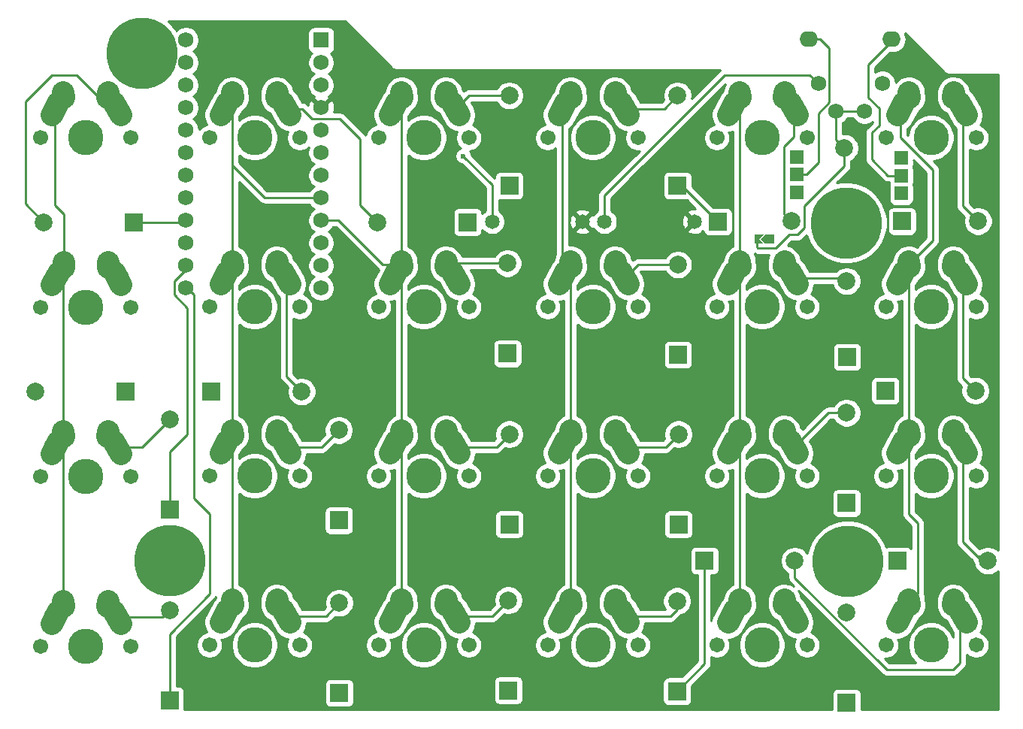
<source format=gbr>
G04 #@! TF.GenerationSoftware,KiCad,Pcbnew,(5.1.4)-1*
G04 #@! TF.CreationDate,2020-12-29T20:37:27-06:00*
G04 #@! TF.ProjectId,lets_split,6c657473-5f73-4706-9c69-742e6b696361,rev?*
G04 #@! TF.SameCoordinates,Original*
G04 #@! TF.FileFunction,Copper,L2,Bot*
G04 #@! TF.FilePolarity,Positive*
%FSLAX46Y46*%
G04 Gerber Fmt 4.6, Leading zero omitted, Abs format (unit mm)*
G04 Created by KiCad (PCBNEW (5.1.4)-1) date 2020-12-29 20:37:27*
%MOMM*%
%LPD*%
G04 APERTURE LIST*
%ADD10C,1.651000*%
%ADD11C,1.998980*%
%ADD12R,1.998980X1.998980*%
%ADD13O,2.057400X1.752600*%
%ADD14C,1.752600*%
%ADD15C,2.500000*%
%ADD16C,2.500000*%
%ADD17C,3.987810*%
%ADD18C,1.701810*%
%ADD19C,2.000000*%
%ADD20R,1.524000X1.524000*%
%ADD21C,1.524000*%
%ADD22C,0.353624*%
%ADD23C,0.100000*%
%ADD24C,0.707000*%
%ADD25R,0.500000X1.000000*%
%ADD26R,1.000000X1.000000*%
%ADD27C,1.000000*%
%ADD28C,0.500000*%
%ADD29C,8.000000*%
%ADD30R,1.752600X1.752600*%
%ADD31C,0.600000*%
%ADD32C,0.250000*%
%ADD33C,0.254000*%
G04 APERTURE END LIST*
D10*
X101480000Y-56300000D03*
X91320000Y-56300000D03*
D11*
X131247460Y-100340000D03*
D12*
X131247460Y-110500000D03*
D11*
X74097460Y-99240000D03*
D12*
X74097460Y-109400000D03*
D11*
X93147460Y-98940000D03*
D12*
X93147460Y-109100000D03*
D11*
X112147460Y-99040000D03*
D12*
X112147460Y-109200000D03*
D11*
X125410000Y-94497460D03*
D12*
X115250000Y-94497460D03*
D11*
X145760000Y-75347460D03*
D12*
X135600000Y-75347460D03*
D11*
X147160000Y-94497460D03*
D12*
X137000000Y-94497460D03*
D11*
X112297460Y-80240000D03*
D12*
X112297460Y-90400000D03*
D11*
X93247460Y-80240000D03*
D12*
X93247460Y-90400000D03*
D11*
X74047460Y-79790000D03*
D12*
X74047460Y-89950000D03*
D11*
X39890000Y-75402540D03*
D12*
X50050000Y-75402540D03*
D11*
X54997460Y-100090000D03*
D12*
X54997460Y-110250000D03*
D11*
X69860000Y-75447460D03*
D12*
X59700000Y-75447460D03*
D11*
X93047460Y-60990000D03*
D12*
X93047460Y-71150000D03*
D11*
X112247460Y-61140000D03*
D12*
X112247460Y-71300000D03*
D11*
X131250000Y-63000000D03*
D12*
X131297460Y-71550000D03*
D11*
X146060000Y-56247460D03*
D12*
X137500000Y-56250000D03*
D11*
X125000000Y-56250000D03*
D12*
X116750000Y-56297460D03*
D11*
X112197460Y-42090000D03*
D12*
X112197460Y-52250000D03*
D11*
X93247460Y-42090000D03*
D12*
X93247460Y-52250000D03*
D11*
X78390000Y-56352540D03*
D12*
X88550000Y-56352540D03*
D11*
X40790000Y-56352540D03*
D12*
X50950000Y-56352540D03*
D11*
X54997460Y-78590000D03*
D12*
X54997460Y-88750000D03*
D11*
X131247460Y-77840000D03*
D12*
X131247460Y-88000000D03*
D13*
X136298200Y-35745600D03*
D14*
X128043200Y-40749400D03*
X133250200Y-43848200D03*
D13*
X127001800Y-35745600D03*
D14*
X130049800Y-43848200D03*
X135256800Y-40749400D03*
D10*
X103970000Y-56300000D03*
X114130000Y-56300000D03*
D15*
X43020000Y-42060000D03*
D16*
X43000276Y-41770672D02*
X43039724Y-42349328D01*
D15*
X49095000Y-43580000D03*
D16*
X48690184Y-42849693D02*
X49499816Y-44310307D01*
D17*
X45500000Y-46850000D03*
D18*
X40420000Y-46850000D03*
X50580000Y-46850000D03*
D15*
X42095000Y-43580000D03*
D16*
X42500453Y-42850046D02*
X41689547Y-44309954D01*
D15*
X48020000Y-42060000D03*
D16*
X48039724Y-41770672D02*
X48000276Y-42349328D01*
D15*
X43070000Y-61160000D03*
D16*
X43050276Y-60870672D02*
X43089724Y-61449328D01*
D15*
X49145000Y-62680000D03*
D16*
X48740184Y-61949693D02*
X49549816Y-63410307D01*
D17*
X45550000Y-65950000D03*
D18*
X40470000Y-65950000D03*
X50630000Y-65950000D03*
D15*
X42145000Y-62680000D03*
D16*
X42550453Y-61950046D02*
X41739547Y-63409954D01*
D15*
X48070000Y-61160000D03*
D16*
X48089724Y-60870672D02*
X48050276Y-61449328D01*
D15*
X43020000Y-80210000D03*
D16*
X43000276Y-79920672D02*
X43039724Y-80499328D01*
D15*
X49095000Y-81730000D03*
D16*
X48690184Y-80999693D02*
X49499816Y-82460307D01*
D17*
X45500000Y-85000000D03*
D18*
X40420000Y-85000000D03*
X50580000Y-85000000D03*
D15*
X42095000Y-81730000D03*
D16*
X42500453Y-81000046D02*
X41689547Y-82459954D01*
D15*
X48020000Y-80210000D03*
D16*
X48039724Y-79920672D02*
X48000276Y-80499328D01*
D15*
X43020000Y-99360000D03*
D16*
X43000276Y-99070672D02*
X43039724Y-99649328D01*
D15*
X49095000Y-100880000D03*
D16*
X48690184Y-100149693D02*
X49499816Y-101610307D01*
D17*
X45500000Y-104150000D03*
D18*
X40420000Y-104150000D03*
X50580000Y-104150000D03*
D15*
X42095000Y-100880000D03*
D16*
X42500453Y-100150046D02*
X41689547Y-101609954D01*
D15*
X48020000Y-99360000D03*
D16*
X48039724Y-99070672D02*
X48000276Y-99649328D01*
D15*
X62070000Y-42060000D03*
D16*
X62050276Y-41770672D02*
X62089724Y-42349328D01*
D15*
X68145000Y-43580000D03*
D16*
X67740184Y-42849693D02*
X68549816Y-44310307D01*
D17*
X64550000Y-46850000D03*
D18*
X59470000Y-46850000D03*
X69630000Y-46850000D03*
D15*
X61145000Y-43580000D03*
D16*
X61550453Y-42850046D02*
X60739547Y-44309954D01*
D15*
X67070000Y-42060000D03*
D16*
X67089724Y-41770672D02*
X67050276Y-42349328D01*
D15*
X62070000Y-61110000D03*
D16*
X62050276Y-60820672D02*
X62089724Y-61399328D01*
D15*
X68145000Y-62630000D03*
D16*
X67740184Y-61899693D02*
X68549816Y-63360307D01*
D17*
X64550000Y-65900000D03*
D18*
X59470000Y-65900000D03*
X69630000Y-65900000D03*
D15*
X61145000Y-62630000D03*
D16*
X61550453Y-61900046D02*
X60739547Y-63359954D01*
D15*
X67070000Y-61110000D03*
D16*
X67089724Y-60820672D02*
X67050276Y-61399328D01*
D15*
X62070000Y-80160000D03*
D16*
X62050276Y-79870672D02*
X62089724Y-80449328D01*
D15*
X68145000Y-81680000D03*
D16*
X67740184Y-80949693D02*
X68549816Y-82410307D01*
D17*
X64550000Y-84950000D03*
D18*
X59470000Y-84950000D03*
X69630000Y-84950000D03*
D15*
X61145000Y-81680000D03*
D16*
X61550453Y-80950046D02*
X60739547Y-82409954D01*
D15*
X67070000Y-80160000D03*
D16*
X67089724Y-79870672D02*
X67050276Y-80449328D01*
D15*
X62070000Y-99210000D03*
D16*
X62050276Y-98920672D02*
X62089724Y-99499328D01*
D15*
X68145000Y-100730000D03*
D16*
X67740184Y-99999693D02*
X68549816Y-101460307D01*
D17*
X64550000Y-104000000D03*
D18*
X59470000Y-104000000D03*
X69630000Y-104000000D03*
D15*
X61145000Y-100730000D03*
D16*
X61550453Y-100000046D02*
X60739547Y-101459954D01*
D15*
X67070000Y-99210000D03*
D16*
X67089724Y-98920672D02*
X67050276Y-99499328D01*
D15*
X81120000Y-42060000D03*
D16*
X81100276Y-41770672D02*
X81139724Y-42349328D01*
D15*
X87195000Y-43580000D03*
D16*
X86790184Y-42849693D02*
X87599816Y-44310307D01*
D17*
X83600000Y-46850000D03*
D18*
X78520000Y-46850000D03*
X88680000Y-46850000D03*
D15*
X80195000Y-43580000D03*
D16*
X80600453Y-42850046D02*
X79789547Y-44309954D01*
D15*
X86120000Y-42060000D03*
D16*
X86139724Y-41770672D02*
X86100276Y-42349328D01*
D15*
X81120000Y-61110000D03*
D16*
X81100276Y-60820672D02*
X81139724Y-61399328D01*
D15*
X87195000Y-62630000D03*
D16*
X86790184Y-61899693D02*
X87599816Y-63360307D01*
D17*
X83600000Y-65900000D03*
D18*
X78520000Y-65900000D03*
X88680000Y-65900000D03*
D15*
X80195000Y-62630000D03*
D16*
X80600453Y-61900046D02*
X79789547Y-63359954D01*
D15*
X86120000Y-61110000D03*
D16*
X86139724Y-60820672D02*
X86100276Y-61399328D01*
D15*
X81120000Y-80160000D03*
D16*
X81100276Y-79870672D02*
X81139724Y-80449328D01*
D15*
X87195000Y-81680000D03*
D16*
X86790184Y-80949693D02*
X87599816Y-82410307D01*
D17*
X83600000Y-84950000D03*
D18*
X78520000Y-84950000D03*
X88680000Y-84950000D03*
D15*
X80195000Y-81680000D03*
D16*
X80600453Y-80950046D02*
X79789547Y-82409954D01*
D15*
X86120000Y-80160000D03*
D16*
X86139724Y-79870672D02*
X86100276Y-80449328D01*
D15*
X81120000Y-99210000D03*
D16*
X81100276Y-98920672D02*
X81139724Y-99499328D01*
D15*
X87195000Y-100730000D03*
D16*
X86790184Y-99999693D02*
X87599816Y-101460307D01*
D17*
X83600000Y-104000000D03*
D18*
X78520000Y-104000000D03*
X88680000Y-104000000D03*
D15*
X80195000Y-100730000D03*
D16*
X80600453Y-100000046D02*
X79789547Y-101459954D01*
D15*
X86120000Y-99210000D03*
D16*
X86139724Y-98920672D02*
X86100276Y-99499328D01*
D15*
X100170000Y-42060000D03*
D16*
X100150276Y-41770672D02*
X100189724Y-42349328D01*
D15*
X106245000Y-43580000D03*
D16*
X105840184Y-42849693D02*
X106649816Y-44310307D01*
D17*
X102650000Y-46850000D03*
D18*
X97570000Y-46850000D03*
X107730000Y-46850000D03*
D15*
X99245000Y-43580000D03*
D16*
X99650453Y-42850046D02*
X98839547Y-44309954D01*
D15*
X105170000Y-42060000D03*
D16*
X105189724Y-41770672D02*
X105150276Y-42349328D01*
D15*
X100170000Y-61110000D03*
D16*
X100150276Y-60820672D02*
X100189724Y-61399328D01*
D15*
X106245000Y-62630000D03*
D16*
X105840184Y-61899693D02*
X106649816Y-63360307D01*
D17*
X102650000Y-65900000D03*
D18*
X97570000Y-65900000D03*
X107730000Y-65900000D03*
D15*
X99245000Y-62630000D03*
D16*
X99650453Y-61900046D02*
X98839547Y-63359954D01*
D15*
X105170000Y-61110000D03*
D16*
X105189724Y-60820672D02*
X105150276Y-61399328D01*
D15*
X100170000Y-80160000D03*
D16*
X100150276Y-79870672D02*
X100189724Y-80449328D01*
D15*
X106245000Y-81680000D03*
D16*
X105840184Y-80949693D02*
X106649816Y-82410307D01*
D17*
X102650000Y-84950000D03*
D18*
X97570000Y-84950000D03*
X107730000Y-84950000D03*
D15*
X99245000Y-81680000D03*
D16*
X99650453Y-80950046D02*
X98839547Y-82409954D01*
D15*
X105170000Y-80160000D03*
D16*
X105189724Y-79870672D02*
X105150276Y-80449328D01*
D15*
X100170000Y-99210000D03*
D16*
X100150276Y-98920672D02*
X100189724Y-99499328D01*
D15*
X106245000Y-100730000D03*
D16*
X105840184Y-99999693D02*
X106649816Y-101460307D01*
D17*
X102650000Y-104000000D03*
D18*
X97570000Y-104000000D03*
X107730000Y-104000000D03*
D15*
X99245000Y-100730000D03*
D16*
X99650453Y-100000046D02*
X98839547Y-101459954D01*
D15*
X105170000Y-99210000D03*
D16*
X105189724Y-98920672D02*
X105150276Y-99499328D01*
D15*
X119220000Y-42060000D03*
D16*
X119200276Y-41770672D02*
X119239724Y-42349328D01*
D15*
X125295000Y-43580000D03*
D16*
X124890184Y-42849693D02*
X125699816Y-44310307D01*
D17*
X121700000Y-46850000D03*
D18*
X116620000Y-46850000D03*
X126780000Y-46850000D03*
D15*
X118295000Y-43580000D03*
D16*
X118700453Y-42850046D02*
X117889547Y-44309954D01*
D15*
X124220000Y-42060000D03*
D16*
X124239724Y-41770672D02*
X124200276Y-42349328D01*
D15*
X119220000Y-61110000D03*
D16*
X119200276Y-60820672D02*
X119239724Y-61399328D01*
D15*
X125295000Y-62630000D03*
D16*
X124890184Y-61899693D02*
X125699816Y-63360307D01*
D17*
X121700000Y-65900000D03*
D18*
X116620000Y-65900000D03*
X126780000Y-65900000D03*
D15*
X118295000Y-62630000D03*
D16*
X118700453Y-61900046D02*
X117889547Y-63359954D01*
D15*
X124220000Y-61110000D03*
D16*
X124239724Y-60820672D02*
X124200276Y-61399328D01*
D15*
X119220000Y-80160000D03*
D16*
X119200276Y-79870672D02*
X119239724Y-80449328D01*
D15*
X125295000Y-81680000D03*
D16*
X124890184Y-80949693D02*
X125699816Y-82410307D01*
D17*
X121700000Y-84950000D03*
D18*
X116620000Y-84950000D03*
X126780000Y-84950000D03*
D15*
X118295000Y-81680000D03*
D16*
X118700453Y-80950046D02*
X117889547Y-82409954D01*
D15*
X124220000Y-80160000D03*
D16*
X124239724Y-79870672D02*
X124200276Y-80449328D01*
D15*
X119220000Y-99210000D03*
D16*
X119200276Y-98920672D02*
X119239724Y-99499328D01*
D15*
X125295000Y-100730000D03*
D16*
X124890184Y-99999693D02*
X125699816Y-101460307D01*
D17*
X121700000Y-104000000D03*
D18*
X116620000Y-104000000D03*
X126780000Y-104000000D03*
D15*
X118295000Y-100730000D03*
D16*
X118700453Y-100000046D02*
X117889547Y-101459954D01*
D15*
X124220000Y-99210000D03*
D16*
X124239724Y-98920672D02*
X124200276Y-99499328D01*
D15*
X138270000Y-42060000D03*
D16*
X138250276Y-41770672D02*
X138289724Y-42349328D01*
D15*
X144345000Y-43580000D03*
D16*
X143940184Y-42849693D02*
X144749816Y-44310307D01*
D17*
X140750000Y-46850000D03*
D18*
X135670000Y-46850000D03*
X145830000Y-46850000D03*
D15*
X137345000Y-43580000D03*
D16*
X137750453Y-42850046D02*
X136939547Y-44309954D01*
D15*
X143270000Y-42060000D03*
D16*
X143289724Y-41770672D02*
X143250276Y-42349328D01*
D15*
X138270000Y-61110000D03*
D16*
X138250276Y-60820672D02*
X138289724Y-61399328D01*
D15*
X144345000Y-62630000D03*
D16*
X143940184Y-61899693D02*
X144749816Y-63360307D01*
D17*
X140750000Y-65900000D03*
D18*
X135670000Y-65900000D03*
X145830000Y-65900000D03*
D15*
X137345000Y-62630000D03*
D16*
X137750453Y-61900046D02*
X136939547Y-63359954D01*
D15*
X143270000Y-61110000D03*
D16*
X143289724Y-60820672D02*
X143250276Y-61399328D01*
D15*
X138270000Y-80160000D03*
D16*
X138250276Y-79870672D02*
X138289724Y-80449328D01*
D15*
X144345000Y-81680000D03*
D16*
X143940184Y-80949693D02*
X144749816Y-82410307D01*
D17*
X140750000Y-84950000D03*
D18*
X135670000Y-84950000D03*
X145830000Y-84950000D03*
D15*
X137345000Y-81680000D03*
D16*
X137750453Y-80950046D02*
X136939547Y-82409954D01*
D15*
X143270000Y-80160000D03*
D16*
X143289724Y-79870672D02*
X143250276Y-80449328D01*
D15*
X138270000Y-99210000D03*
D16*
X138250276Y-98920672D02*
X138289724Y-99499328D01*
D15*
X144345000Y-100730000D03*
D16*
X143940184Y-99999693D02*
X144749816Y-101460307D01*
D17*
X140750000Y-104000000D03*
D18*
X135670000Y-104000000D03*
X145830000Y-104000000D03*
D15*
X137345000Y-100730000D03*
D16*
X137750453Y-100000046D02*
X136939547Y-101459954D01*
D15*
X143270000Y-99210000D03*
D16*
X143289724Y-98920672D02*
X143250276Y-99499328D01*
D19*
X131000000Y-48000000D03*
D20*
X137400000Y-53100000D03*
X137400000Y-51100000D03*
X137400000Y-49100000D03*
D21*
X137410000Y-51110000D03*
X137390000Y-49100000D03*
X137410000Y-53110000D03*
D20*
X125650000Y-53000000D03*
X125650000Y-51000000D03*
X125650000Y-49000000D03*
D21*
X125660000Y-51010000D03*
X125640000Y-49000000D03*
X125660000Y-53010000D03*
D22*
X121418800Y-58525400D03*
D23*
G36*
X120918750Y-58775400D02*
G01*
X121418750Y-58275400D01*
X121418850Y-58275400D01*
X121918850Y-58775400D01*
X120918750Y-58775400D01*
X120918750Y-58775400D01*
G37*
D24*
X122058800Y-58275400D03*
D23*
G36*
X122058800Y-58775324D02*
G01*
X121558876Y-58275400D01*
X122058800Y-57775476D01*
X122558724Y-58275400D01*
X122058800Y-58775324D01*
X122058800Y-58775324D01*
G37*
D22*
X121418800Y-58025400D03*
D23*
G36*
X121918850Y-57775400D02*
G01*
X121418850Y-58275400D01*
X121418750Y-58275400D01*
X120918750Y-57775400D01*
X121918850Y-57775400D01*
X121918850Y-57775400D01*
G37*
D25*
X121168800Y-58275400D03*
D26*
X122560000Y-58270000D03*
D27*
X122520000Y-58270000D03*
D28*
X121180000Y-58290000D03*
D29*
X55000000Y-94500000D03*
X131350000Y-94550000D03*
X131200000Y-56450000D03*
X51850000Y-37300000D03*
D14*
X56820000Y-53618000D03*
X56820000Y-58698000D03*
X72060000Y-53618000D03*
X56820000Y-61238000D03*
X56820000Y-35838000D03*
X72060000Y-43458000D03*
X72060000Y-45998000D03*
X56820000Y-43458000D03*
X56820000Y-40918000D03*
X72060000Y-40918000D03*
X56820000Y-45998000D03*
X72060000Y-38378000D03*
X56820000Y-63778000D03*
X56820000Y-48538000D03*
X72060000Y-48538000D03*
X56820000Y-38378000D03*
X72060000Y-61238000D03*
X72060000Y-56158000D03*
D30*
X72060000Y-35838000D03*
D14*
X72060000Y-51078000D03*
X56820000Y-51078000D03*
X72060000Y-63778000D03*
X56820000Y-56158000D03*
X72060000Y-58698000D03*
D31*
X88050000Y-48900000D03*
D32*
X49095000Y-43580000D02*
X48330000Y-43580000D01*
X48330000Y-43580000D02*
X44550000Y-39800000D01*
X44550000Y-39800000D02*
X41700000Y-39800000D01*
X41700000Y-39800000D02*
X38750000Y-42750000D01*
X38750000Y-42750000D02*
X38750000Y-54312540D01*
X38750000Y-54312540D02*
X40790000Y-56352540D01*
X112197460Y-52250000D02*
X112702540Y-52250000D01*
X112702540Y-52250000D02*
X116750000Y-56297460D01*
X50950000Y-56352540D02*
X56677460Y-56352540D01*
X56677460Y-56352540D02*
X56930000Y-56100000D01*
X49095000Y-81730000D02*
X51857460Y-81730000D01*
X51857460Y-81730000D02*
X54997460Y-78590000D01*
X57000000Y-66000000D02*
X55500000Y-64500000D01*
X54997460Y-82252540D02*
X57000000Y-80250000D01*
X57000000Y-80250000D02*
X57000000Y-66000000D01*
X54997460Y-88750000D02*
X54997460Y-82252540D01*
X55500000Y-63000000D02*
X56930000Y-61570000D01*
X55500000Y-64500000D02*
X55500000Y-63000000D01*
X56930000Y-61570000D02*
X56930000Y-61180000D01*
X56930000Y-61180000D02*
X56320000Y-61180000D01*
X49095000Y-100880000D02*
X54207460Y-100880000D01*
X54207460Y-100880000D02*
X54997460Y-100090000D01*
X48640000Y-98740000D02*
X48020000Y-99360000D01*
X48020000Y-99360000D02*
X49095000Y-100880000D01*
X57750000Y-64540000D02*
X56930000Y-63720000D01*
X54997460Y-102752540D02*
X59500000Y-98250000D01*
X59500000Y-98250000D02*
X59500000Y-89250000D01*
X54997460Y-110250000D02*
X54997460Y-102752540D01*
X115250000Y-94497460D02*
X115250000Y-106097460D01*
X115250000Y-106097460D02*
X112147460Y-109200000D01*
X57750000Y-66250000D02*
X57750000Y-64540000D01*
X57750000Y-87500000D02*
X57750000Y-66250000D01*
X59500000Y-89250000D02*
X57750000Y-87500000D01*
X57750000Y-66250000D02*
X57750000Y-66500000D01*
X68145000Y-43580000D02*
X69880000Y-43580000D01*
X76450000Y-54412540D02*
X78390000Y-56352540D01*
X76450000Y-47000000D02*
X76450000Y-54412540D01*
X74150000Y-44700000D02*
X76450000Y-47000000D01*
X71000000Y-44700000D02*
X74150000Y-44700000D01*
X69880000Y-43580000D02*
X71000000Y-44700000D01*
X68145000Y-62630000D02*
X68145000Y-73732460D01*
X68145000Y-73732460D02*
X69860000Y-75447460D01*
X68145000Y-81680000D02*
X72157460Y-81680000D01*
X72157460Y-81680000D02*
X74047460Y-79790000D01*
X68145000Y-100730000D02*
X72607460Y-100730000D01*
X72607460Y-100730000D02*
X74097460Y-99240000D01*
X93247460Y-42090000D02*
X88685000Y-42090000D01*
X88685000Y-42090000D02*
X87195000Y-43580000D01*
X93047460Y-60990000D02*
X86240000Y-60990000D01*
X86240000Y-60990000D02*
X86120000Y-61110000D01*
X86120000Y-61110000D02*
X87195000Y-62630000D01*
X87195000Y-81680000D02*
X91807460Y-81680000D01*
X91807460Y-81680000D02*
X93247460Y-80240000D01*
X87195000Y-100730000D02*
X91357460Y-100730000D01*
X91357460Y-100730000D02*
X93147460Y-98940000D01*
X106245000Y-43580000D02*
X110707460Y-43580000D01*
X110707460Y-43580000D02*
X112197460Y-42090000D01*
X112247460Y-61140000D02*
X107735000Y-61140000D01*
X107735000Y-61140000D02*
X106245000Y-62630000D01*
X106245000Y-81680000D02*
X110857460Y-81680000D01*
X110857460Y-81680000D02*
X112297460Y-80240000D01*
X106245000Y-100730000D02*
X111370000Y-100730000D01*
X111370000Y-100730000D02*
X112147460Y-99952540D01*
X112147460Y-99952540D02*
X112147460Y-99040000D01*
X124200000Y-53500000D02*
X124200000Y-55450000D01*
X124200000Y-55450000D02*
X125000000Y-56250000D01*
X125295000Y-43580000D02*
X125295000Y-46755000D01*
X124200000Y-47850000D02*
X124200000Y-53500000D01*
X124200000Y-53500000D02*
X124200000Y-53587460D01*
X125295000Y-46755000D02*
X124200000Y-47850000D01*
X125295000Y-62630000D02*
X130880000Y-62630000D01*
X130880000Y-62630000D02*
X131250000Y-63000000D01*
X125295000Y-81680000D02*
X125320000Y-81680000D01*
X125320000Y-81680000D02*
X129160000Y-77840000D01*
X129160000Y-77840000D02*
X131247460Y-77840000D01*
X144345000Y-43580000D02*
X144345000Y-54532460D01*
X144345000Y-54532460D02*
X146060000Y-56247460D01*
X144345000Y-62630000D02*
X144345000Y-73932460D01*
X144345000Y-73932460D02*
X145760000Y-75347460D01*
X145981270Y-94018730D02*
X146681270Y-94018730D01*
X146681270Y-94018730D02*
X147160000Y-94497460D01*
X144345000Y-81680000D02*
X144345000Y-92382460D01*
X144345000Y-92382460D02*
X145981270Y-94018730D01*
X145981270Y-94018730D02*
X146110000Y-94147460D01*
X125410000Y-94497460D02*
X125410000Y-96410000D01*
X144000000Y-106000000D02*
X144000000Y-101075000D01*
X143250000Y-106750000D02*
X144000000Y-106000000D01*
X135750000Y-106750000D02*
X143250000Y-106750000D01*
X125410000Y-96410000D02*
X135750000Y-106750000D01*
X144000000Y-101075000D02*
X144345000Y-100730000D01*
X136298200Y-35745600D02*
X136298200Y-36001800D01*
X136298200Y-36001800D02*
X133650000Y-38650000D01*
X133650000Y-38650000D02*
X133650000Y-42300000D01*
X133650000Y-42300000D02*
X134900000Y-43550000D01*
X134900000Y-43550000D02*
X134900000Y-45450000D01*
X134900000Y-45450000D02*
X134100000Y-46250000D01*
X134100000Y-46250000D02*
X134100000Y-49300000D01*
X134100000Y-49300000D02*
X135900000Y-51100000D01*
X135900000Y-51100000D02*
X137400000Y-51100000D01*
X127093800Y-39800000D02*
X128043200Y-40749400D01*
X117500000Y-39800000D02*
X127093800Y-39800000D01*
X103970000Y-56300000D02*
X103970000Y-53330000D01*
X103970000Y-53330000D02*
X117500000Y-39800000D01*
X121168800Y-58275400D02*
X121168800Y-59168800D01*
X131000000Y-50000000D02*
X131000000Y-48000000D01*
X126500000Y-54500000D02*
X131000000Y-50000000D01*
X126500000Y-57000000D02*
X126500000Y-54500000D01*
X125750000Y-57750000D02*
X126500000Y-57000000D01*
X124750000Y-57750000D02*
X125750000Y-57750000D01*
X123250000Y-59250000D02*
X124750000Y-57750000D01*
X121250000Y-59250000D02*
X123250000Y-59250000D01*
X121168800Y-59168800D02*
X121250000Y-59250000D01*
X130049800Y-43848200D02*
X130049800Y-47049800D01*
X130049800Y-47049800D02*
X131000000Y-48000000D01*
X130049800Y-43848200D02*
X133250200Y-43848200D01*
X88050000Y-48900000D02*
X91320000Y-52170000D01*
X91320000Y-52170000D02*
X91320000Y-56300000D01*
X43020000Y-65000000D02*
X43020000Y-63555000D01*
X43020000Y-63555000D02*
X42145000Y-62680000D01*
X42145000Y-62680000D02*
X42145000Y-62085000D01*
X42145000Y-62085000D02*
X43070000Y-61160000D01*
X42095000Y-43580000D02*
X42095000Y-54445000D01*
X43070000Y-55420000D02*
X43070000Y-61755000D01*
X42095000Y-54445000D02*
X43070000Y-55420000D01*
X43070000Y-61755000D02*
X43020000Y-61805000D01*
X43020000Y-61805000D02*
X43020000Y-65000000D01*
X43020000Y-65000000D02*
X43020000Y-99360000D01*
X72170000Y-53560000D02*
X65660000Y-53560000D01*
X65660000Y-53560000D02*
X62070000Y-49970000D01*
X62070000Y-61110000D02*
X62070000Y-49970000D01*
X62070000Y-49970000D02*
X62070000Y-42060000D01*
X62070000Y-80160000D02*
X62070000Y-61110000D01*
X62070000Y-99210000D02*
X62070000Y-80160000D01*
X72170000Y-56100000D02*
X74000000Y-56100000D01*
X79010000Y-61110000D02*
X81120000Y-61110000D01*
X74000000Y-56100000D02*
X79010000Y-61110000D01*
X81120000Y-42060000D02*
X81120000Y-61110000D01*
X81120000Y-61110000D02*
X81120000Y-80160000D01*
X81120000Y-80160000D02*
X81120000Y-99210000D01*
X100170000Y-80160000D02*
X100170000Y-61110000D01*
X100170000Y-61110000D02*
X99245000Y-60185000D01*
X99245000Y-60185000D02*
X99245000Y-43580000D01*
X100170000Y-99210000D02*
X100170000Y-80160000D01*
X119220000Y-42060000D02*
X119220000Y-61110000D01*
X119220000Y-61110000D02*
X119220000Y-80160000D01*
X119220000Y-80160000D02*
X119220000Y-99210000D01*
X138270000Y-80160000D02*
X138270000Y-89270000D01*
X139250000Y-90250000D02*
X139250000Y-98230000D01*
X138270000Y-89270000D02*
X139250000Y-90250000D01*
X139250000Y-98230000D02*
X138270000Y-99210000D01*
X138270000Y-80160000D02*
X138270000Y-61110000D01*
X138270000Y-61110000D02*
X140950000Y-58430000D01*
X137345000Y-46845000D02*
X137345000Y-43580000D01*
X140950000Y-50450000D02*
X137345000Y-46845000D01*
X140950000Y-58430000D02*
X140950000Y-50450000D01*
X126700000Y-51000000D02*
X125650000Y-51000000D01*
X128043200Y-49656800D02*
X126700000Y-51000000D01*
X128043200Y-44076874D02*
X128043200Y-49656800D01*
X129286000Y-42834074D02*
X128043200Y-44076874D01*
X129286000Y-36751100D02*
X129286000Y-42834074D01*
X128280500Y-35745600D02*
X129286000Y-36751100D01*
X127001800Y-35745600D02*
X128280500Y-35745600D01*
D33*
G36*
X79973288Y-38977379D02*
G01*
X79995525Y-39004475D01*
X80103637Y-39093200D01*
X80226980Y-39159128D01*
X80360816Y-39199727D01*
X80465123Y-39210000D01*
X80465125Y-39210000D01*
X80500000Y-39213435D01*
X80534875Y-39210000D01*
X117020922Y-39210000D01*
X116988996Y-39236201D01*
X116988992Y-39236205D01*
X116959999Y-39259999D01*
X116936205Y-39288992D01*
X113796626Y-42428572D01*
X113831950Y-42250983D01*
X113831950Y-41929017D01*
X113769138Y-41613237D01*
X113645927Y-41315778D01*
X113467052Y-41048073D01*
X113239387Y-40820408D01*
X112971682Y-40641533D01*
X112674223Y-40518322D01*
X112358443Y-40455510D01*
X112036477Y-40455510D01*
X111720697Y-40518322D01*
X111423238Y-40641533D01*
X111155533Y-40820408D01*
X110927868Y-41048073D01*
X110748993Y-41315778D01*
X110625782Y-41613237D01*
X110562970Y-41929017D01*
X110562970Y-42250983D01*
X110625782Y-42566763D01*
X110631673Y-42580986D01*
X110392659Y-42820000D01*
X107978947Y-42820000D01*
X107443950Y-41854840D01*
X107285837Y-41625857D01*
X107034598Y-41382177D01*
X106984910Y-41166523D01*
X106832552Y-40827908D01*
X106617061Y-40525523D01*
X106346719Y-40270989D01*
X106031913Y-40074086D01*
X105684743Y-39942382D01*
X105318550Y-39880939D01*
X104947407Y-39892117D01*
X104585575Y-39975486D01*
X104246960Y-40127844D01*
X103944575Y-40343335D01*
X103690041Y-40613677D01*
X103493137Y-40928483D01*
X103361434Y-41275653D01*
X103315387Y-41550084D01*
X103263344Y-42313505D01*
X103271721Y-42591645D01*
X103355090Y-42953477D01*
X103507448Y-43292092D01*
X103722939Y-43594477D01*
X103993281Y-43849011D01*
X104308087Y-44045915D01*
X104358678Y-44065107D01*
X105046050Y-45305160D01*
X105204163Y-45534143D01*
X105470699Y-45792660D01*
X105782549Y-45994212D01*
X106127726Y-46131051D01*
X106398901Y-46180699D01*
X106301197Y-46416577D01*
X106244095Y-46703651D01*
X106244095Y-46996349D01*
X106301197Y-47283423D01*
X106413208Y-47553840D01*
X106575822Y-47797209D01*
X106782791Y-48004178D01*
X107026160Y-48166792D01*
X107296577Y-48278803D01*
X107583651Y-48335905D01*
X107876349Y-48335905D01*
X107892507Y-48332691D01*
X103458998Y-52766201D01*
X103430000Y-52789999D01*
X103406202Y-52818997D01*
X103406201Y-52818998D01*
X103335026Y-52905724D01*
X103264454Y-53037754D01*
X103220998Y-53181015D01*
X103206324Y-53330000D01*
X103210001Y-53367332D01*
X103210000Y-55051286D01*
X103038985Y-55165555D01*
X102835555Y-55368985D01*
X102722141Y-55538721D01*
X102490909Y-55468696D01*
X101659605Y-56300000D01*
X102490909Y-57131304D01*
X102722141Y-57061279D01*
X102835555Y-57231015D01*
X103038985Y-57434445D01*
X103278194Y-57594279D01*
X103543988Y-57704374D01*
X103826153Y-57760500D01*
X104113847Y-57760500D01*
X104396012Y-57704374D01*
X104661806Y-57594279D01*
X104901015Y-57434445D01*
X105104445Y-57231015D01*
X105264279Y-56991806D01*
X105374374Y-56726012D01*
X105430500Y-56443847D01*
X105430500Y-56369502D01*
X112664079Y-56369502D01*
X112705806Y-56654154D01*
X112802263Y-56925196D01*
X112872519Y-57056633D01*
X113119091Y-57131304D01*
X113950395Y-56300000D01*
X113119091Y-55468696D01*
X112872519Y-55543367D01*
X112749069Y-55803228D01*
X112678687Y-56082180D01*
X112664079Y-56369502D01*
X105430500Y-56369502D01*
X105430500Y-56156153D01*
X105374374Y-55873988D01*
X105264279Y-55608194D01*
X105104445Y-55368985D01*
X104901015Y-55165555D01*
X104730000Y-55051287D01*
X104730000Y-53644801D01*
X107124291Y-51250510D01*
X110559898Y-51250510D01*
X110559898Y-53249490D01*
X110572158Y-53373972D01*
X110608468Y-53493670D01*
X110667433Y-53603984D01*
X110746785Y-53700675D01*
X110843476Y-53780027D01*
X110953790Y-53838992D01*
X111073488Y-53875302D01*
X111197970Y-53887562D01*
X113196950Y-53887562D01*
X113259173Y-53881434D01*
X114219923Y-54842184D01*
X114060498Y-54834079D01*
X113775846Y-54875806D01*
X113504804Y-54972263D01*
X113373367Y-55042519D01*
X113298696Y-55289091D01*
X114130000Y-56120395D01*
X114144143Y-56106253D01*
X114323748Y-56285858D01*
X114309605Y-56300000D01*
X114323748Y-56314143D01*
X114144143Y-56493748D01*
X114130000Y-56479605D01*
X113298696Y-57310909D01*
X113373367Y-57557481D01*
X113633228Y-57680931D01*
X113912180Y-57751313D01*
X114199502Y-57765921D01*
X114484154Y-57724194D01*
X114755196Y-57627737D01*
X114886633Y-57557481D01*
X114961303Y-57310911D01*
X115077488Y-57427096D01*
X115120973Y-57383611D01*
X115124698Y-57421432D01*
X115161008Y-57541130D01*
X115219973Y-57651444D01*
X115299325Y-57748135D01*
X115396016Y-57827487D01*
X115506330Y-57886452D01*
X115626028Y-57922762D01*
X115750510Y-57935022D01*
X117749490Y-57935022D01*
X117873972Y-57922762D01*
X117993670Y-57886452D01*
X118103984Y-57827487D01*
X118200675Y-57748135D01*
X118280027Y-57651444D01*
X118338992Y-57541130D01*
X118375302Y-57421432D01*
X118387562Y-57296950D01*
X118387562Y-55297970D01*
X118375302Y-55173488D01*
X118338992Y-55053790D01*
X118280027Y-54943476D01*
X118200675Y-54846785D01*
X118103984Y-54767433D01*
X117993670Y-54708468D01*
X117873972Y-54672158D01*
X117749490Y-54659898D01*
X116187240Y-54659898D01*
X113835022Y-52307681D01*
X113835022Y-51250510D01*
X113822762Y-51126028D01*
X113786452Y-51006330D01*
X113727487Y-50896016D01*
X113648135Y-50799325D01*
X113551444Y-50719973D01*
X113441130Y-50661008D01*
X113321432Y-50624698D01*
X113196950Y-50612438D01*
X111197970Y-50612438D01*
X111073488Y-50624698D01*
X110953790Y-50661008D01*
X110843476Y-50719973D01*
X110746785Y-50799325D01*
X110667433Y-50896016D01*
X110608468Y-51006330D01*
X110572158Y-51126028D01*
X110559898Y-51250510D01*
X107124291Y-51250510D01*
X117583619Y-40791184D01*
X117557448Y-40827908D01*
X117405090Y-41166523D01*
X117321721Y-41528355D01*
X117320702Y-41562176D01*
X117255868Y-41624950D01*
X117097556Y-41853794D01*
X116196725Y-43475598D01*
X116086100Y-43730931D01*
X116007791Y-44093892D01*
X116001797Y-44465156D01*
X116068348Y-44830455D01*
X116204886Y-45175752D01*
X116343129Y-45390057D01*
X116186577Y-45421197D01*
X115916160Y-45533208D01*
X115672791Y-45695822D01*
X115465822Y-45902791D01*
X115303208Y-46146160D01*
X115191197Y-46416577D01*
X115134095Y-46703651D01*
X115134095Y-46996349D01*
X115191197Y-47283423D01*
X115303208Y-47553840D01*
X115465822Y-47797209D01*
X115672791Y-48004178D01*
X115916160Y-48166792D01*
X116186577Y-48278803D01*
X116473651Y-48335905D01*
X116766349Y-48335905D01*
X117053423Y-48278803D01*
X117323840Y-48166792D01*
X117567209Y-48004178D01*
X117774178Y-47797209D01*
X117936792Y-47553840D01*
X118048803Y-47283423D01*
X118105905Y-46996349D01*
X118105905Y-46703651D01*
X118048803Y-46416577D01*
X117957559Y-46196296D01*
X118044749Y-46197704D01*
X118410048Y-46131153D01*
X118460000Y-46111401D01*
X118460001Y-59085423D01*
X118358087Y-59124085D01*
X118043281Y-59320989D01*
X117772939Y-59575523D01*
X117557448Y-59877908D01*
X117405090Y-60216523D01*
X117321721Y-60578355D01*
X117320702Y-60612176D01*
X117255868Y-60674950D01*
X117097556Y-60903794D01*
X116196725Y-62525598D01*
X116086100Y-62780931D01*
X116007791Y-63143892D01*
X116001797Y-63515156D01*
X116068348Y-63880455D01*
X116204886Y-64225752D01*
X116343129Y-64440057D01*
X116186577Y-64471197D01*
X115916160Y-64583208D01*
X115672791Y-64745822D01*
X115465822Y-64952791D01*
X115303208Y-65196160D01*
X115191197Y-65466577D01*
X115134095Y-65753651D01*
X115134095Y-66046349D01*
X115191197Y-66333423D01*
X115303208Y-66603840D01*
X115465822Y-66847209D01*
X115672791Y-67054178D01*
X115916160Y-67216792D01*
X116186577Y-67328803D01*
X116473651Y-67385905D01*
X116766349Y-67385905D01*
X117053423Y-67328803D01*
X117323840Y-67216792D01*
X117567209Y-67054178D01*
X117774178Y-66847209D01*
X117936792Y-66603840D01*
X118048803Y-66333423D01*
X118105905Y-66046349D01*
X118105905Y-65753651D01*
X118048803Y-65466577D01*
X117957559Y-65246296D01*
X118044749Y-65247704D01*
X118410048Y-65181153D01*
X118460000Y-65161401D01*
X118460001Y-78135423D01*
X118358087Y-78174085D01*
X118043281Y-78370989D01*
X117772939Y-78625523D01*
X117557448Y-78927908D01*
X117405090Y-79266523D01*
X117321721Y-79628355D01*
X117320702Y-79662176D01*
X117255868Y-79724950D01*
X117097556Y-79953794D01*
X116196725Y-81575598D01*
X116086100Y-81830931D01*
X116007791Y-82193892D01*
X116001797Y-82565156D01*
X116068348Y-82930455D01*
X116204886Y-83275752D01*
X116343129Y-83490057D01*
X116186577Y-83521197D01*
X115916160Y-83633208D01*
X115672791Y-83795822D01*
X115465822Y-84002791D01*
X115303208Y-84246160D01*
X115191197Y-84516577D01*
X115134095Y-84803651D01*
X115134095Y-85096349D01*
X115191197Y-85383423D01*
X115303208Y-85653840D01*
X115465822Y-85897209D01*
X115672791Y-86104178D01*
X115916160Y-86266792D01*
X116186577Y-86378803D01*
X116473651Y-86435905D01*
X116766349Y-86435905D01*
X117053423Y-86378803D01*
X117323840Y-86266792D01*
X117567209Y-86104178D01*
X117774178Y-85897209D01*
X117936792Y-85653840D01*
X118048803Y-85383423D01*
X118105905Y-85096349D01*
X118105905Y-84803651D01*
X118048803Y-84516577D01*
X117957559Y-84296296D01*
X118044749Y-84297704D01*
X118410048Y-84231153D01*
X118460000Y-84211401D01*
X118460001Y-97185423D01*
X118358087Y-97224085D01*
X118043281Y-97420989D01*
X117772939Y-97675523D01*
X117557448Y-97977908D01*
X117405090Y-98316523D01*
X117321721Y-98678355D01*
X117320702Y-98712176D01*
X117255868Y-98774950D01*
X117097556Y-99003794D01*
X116196725Y-100625598D01*
X116086100Y-100880931D01*
X116010000Y-101233653D01*
X116010000Y-96135022D01*
X116249490Y-96135022D01*
X116373972Y-96122762D01*
X116493670Y-96086452D01*
X116603984Y-96027487D01*
X116700675Y-95948135D01*
X116780027Y-95851444D01*
X116838992Y-95741130D01*
X116875302Y-95621432D01*
X116887562Y-95496950D01*
X116887562Y-93497970D01*
X116875302Y-93373488D01*
X116838992Y-93253790D01*
X116780027Y-93143476D01*
X116700675Y-93046785D01*
X116603984Y-92967433D01*
X116493670Y-92908468D01*
X116373972Y-92872158D01*
X116249490Y-92859898D01*
X114250510Y-92859898D01*
X114126028Y-92872158D01*
X114006330Y-92908468D01*
X113896016Y-92967433D01*
X113799325Y-93046785D01*
X113719973Y-93143476D01*
X113661008Y-93253790D01*
X113624698Y-93373488D01*
X113612438Y-93497970D01*
X113612438Y-95496950D01*
X113624698Y-95621432D01*
X113661008Y-95741130D01*
X113719973Y-95851444D01*
X113799325Y-95948135D01*
X113896016Y-96027487D01*
X114006330Y-96086452D01*
X114126028Y-96122762D01*
X114250510Y-96135022D01*
X114490000Y-96135022D01*
X114490001Y-105782657D01*
X112710221Y-107562438D01*
X111147970Y-107562438D01*
X111023488Y-107574698D01*
X110903790Y-107611008D01*
X110793476Y-107669973D01*
X110696785Y-107749325D01*
X110617433Y-107846016D01*
X110558468Y-107956330D01*
X110522158Y-108076028D01*
X110509898Y-108200510D01*
X110509898Y-110199490D01*
X110522158Y-110323972D01*
X110558468Y-110443670D01*
X110617433Y-110553984D01*
X110696785Y-110650675D01*
X110793476Y-110730027D01*
X110903790Y-110788992D01*
X111023488Y-110825302D01*
X111147970Y-110837562D01*
X113146950Y-110837562D01*
X113271432Y-110825302D01*
X113391130Y-110788992D01*
X113501444Y-110730027D01*
X113598135Y-110650675D01*
X113677487Y-110553984D01*
X113736452Y-110443670D01*
X113772762Y-110323972D01*
X113785022Y-110199490D01*
X113785022Y-108637239D01*
X115761003Y-106661259D01*
X115790001Y-106637461D01*
X115819913Y-106601013D01*
X115884974Y-106521737D01*
X115955546Y-106389707D01*
X115973747Y-106329705D01*
X115999003Y-106246446D01*
X116010000Y-106134793D01*
X116010000Y-106134784D01*
X116013676Y-106097461D01*
X116010000Y-106060138D01*
X116010000Y-105355662D01*
X116186577Y-105428803D01*
X116473651Y-105485905D01*
X116766349Y-105485905D01*
X117053423Y-105428803D01*
X117323840Y-105316792D01*
X117567209Y-105154178D01*
X117774178Y-104947209D01*
X117936792Y-104703840D01*
X118048803Y-104433423D01*
X118105905Y-104146349D01*
X118105905Y-103853651D01*
X118083513Y-103741075D01*
X119071095Y-103741075D01*
X119071095Y-104258925D01*
X119172122Y-104766823D01*
X119370295Y-105245253D01*
X119657996Y-105675829D01*
X120024171Y-106042004D01*
X120454747Y-106329705D01*
X120933177Y-106527878D01*
X121441075Y-106628905D01*
X121958925Y-106628905D01*
X122466823Y-106527878D01*
X122945253Y-106329705D01*
X123375829Y-106042004D01*
X123742004Y-105675829D01*
X124029705Y-105245253D01*
X124227878Y-104766823D01*
X124328905Y-104258925D01*
X124328905Y-103741075D01*
X124227878Y-103233177D01*
X124029705Y-102754747D01*
X123742004Y-102324171D01*
X123375829Y-101957996D01*
X122945253Y-101670295D01*
X122466823Y-101472122D01*
X121958925Y-101371095D01*
X121441075Y-101371095D01*
X120933177Y-101472122D01*
X120454747Y-101670295D01*
X120024171Y-101957996D01*
X119657996Y-102324171D01*
X119370295Y-102754747D01*
X119172122Y-103233177D01*
X119071095Y-103741075D01*
X118083513Y-103741075D01*
X118048803Y-103566577D01*
X117957559Y-103346296D01*
X118044749Y-103347704D01*
X118410048Y-103281153D01*
X118755345Y-103144615D01*
X119067371Y-102943335D01*
X119334132Y-102685050D01*
X119492444Y-102456206D01*
X120251334Y-101089946D01*
X120396719Y-100999011D01*
X120667061Y-100744477D01*
X120882552Y-100442092D01*
X121034910Y-100103477D01*
X121118279Y-99741645D01*
X121126656Y-99463504D01*
X121074613Y-98700084D01*
X121028566Y-98425653D01*
X120896863Y-98078483D01*
X120699959Y-97763677D01*
X120445425Y-97493335D01*
X120143040Y-97277844D01*
X119980000Y-97204485D01*
X119980000Y-86947833D01*
X120024171Y-86992004D01*
X120454747Y-87279705D01*
X120933177Y-87477878D01*
X121441075Y-87578905D01*
X121958925Y-87578905D01*
X122466823Y-87477878D01*
X122945253Y-87279705D01*
X123363098Y-87000510D01*
X129609898Y-87000510D01*
X129609898Y-88999490D01*
X129622158Y-89123972D01*
X129658468Y-89243670D01*
X129717433Y-89353984D01*
X129796785Y-89450675D01*
X129893476Y-89530027D01*
X130003790Y-89588992D01*
X130123488Y-89625302D01*
X130247970Y-89637562D01*
X132246950Y-89637562D01*
X132371432Y-89625302D01*
X132491130Y-89588992D01*
X132601444Y-89530027D01*
X132698135Y-89450675D01*
X132777487Y-89353984D01*
X132836452Y-89243670D01*
X132872762Y-89123972D01*
X132885022Y-88999490D01*
X132885022Y-87000510D01*
X132872762Y-86876028D01*
X132836452Y-86756330D01*
X132777487Y-86646016D01*
X132698135Y-86549325D01*
X132601444Y-86469973D01*
X132491130Y-86411008D01*
X132371432Y-86374698D01*
X132246950Y-86362438D01*
X130247970Y-86362438D01*
X130123488Y-86374698D01*
X130003790Y-86411008D01*
X129893476Y-86469973D01*
X129796785Y-86549325D01*
X129717433Y-86646016D01*
X129658468Y-86756330D01*
X129622158Y-86876028D01*
X129609898Y-87000510D01*
X123363098Y-87000510D01*
X123375829Y-86992004D01*
X123742004Y-86625829D01*
X124029705Y-86195253D01*
X124227878Y-85716823D01*
X124328905Y-85208925D01*
X124328905Y-84691075D01*
X124227878Y-84183177D01*
X124029705Y-83704747D01*
X123742004Y-83274171D01*
X123375829Y-82907996D01*
X122945253Y-82620295D01*
X122466823Y-82422122D01*
X121958925Y-82321095D01*
X121441075Y-82321095D01*
X120933177Y-82422122D01*
X120454747Y-82620295D01*
X120024171Y-82907996D01*
X119980000Y-82952167D01*
X119980000Y-82528439D01*
X120251334Y-82039946D01*
X120396719Y-81949011D01*
X120667061Y-81694477D01*
X120882552Y-81392092D01*
X121034910Y-81053477D01*
X121118279Y-80691645D01*
X121126655Y-80413505D01*
X122313344Y-80413505D01*
X122321721Y-80691645D01*
X122405090Y-81053477D01*
X122557448Y-81392092D01*
X122772939Y-81694477D01*
X123043281Y-81949011D01*
X123358087Y-82145915D01*
X123408678Y-82165107D01*
X124096050Y-83405160D01*
X124254163Y-83634143D01*
X124520699Y-83892660D01*
X124832549Y-84094212D01*
X125177726Y-84231051D01*
X125448901Y-84280699D01*
X125351197Y-84516577D01*
X125294095Y-84803651D01*
X125294095Y-85096349D01*
X125351197Y-85383423D01*
X125463208Y-85653840D01*
X125625822Y-85897209D01*
X125832791Y-86104178D01*
X126076160Y-86266792D01*
X126346577Y-86378803D01*
X126633651Y-86435905D01*
X126926349Y-86435905D01*
X127213423Y-86378803D01*
X127483840Y-86266792D01*
X127727209Y-86104178D01*
X127934178Y-85897209D01*
X128096792Y-85653840D01*
X128208803Y-85383423D01*
X128265905Y-85096349D01*
X128265905Y-84803651D01*
X128208803Y-84516577D01*
X128096792Y-84246160D01*
X127934178Y-84002791D01*
X127727209Y-83795822D01*
X127483840Y-83633208D01*
X127223553Y-83525393D01*
X127383721Y-83277574D01*
X127520560Y-82932396D01*
X127587430Y-82567155D01*
X127581760Y-82195885D01*
X127503767Y-81832856D01*
X127393365Y-81577427D01*
X127073830Y-81000971D01*
X129474802Y-78600000D01*
X129793102Y-78600000D01*
X129798993Y-78614222D01*
X129977868Y-78881927D01*
X130205533Y-79109592D01*
X130473238Y-79288467D01*
X130770697Y-79411678D01*
X131086477Y-79474490D01*
X131408443Y-79474490D01*
X131724223Y-79411678D01*
X132021682Y-79288467D01*
X132289387Y-79109592D01*
X132517052Y-78881927D01*
X132695927Y-78614222D01*
X132819138Y-78316763D01*
X132881950Y-78000983D01*
X132881950Y-77679017D01*
X132819138Y-77363237D01*
X132695927Y-77065778D01*
X132517052Y-76798073D01*
X132289387Y-76570408D01*
X132021682Y-76391533D01*
X131724223Y-76268322D01*
X131408443Y-76205510D01*
X131086477Y-76205510D01*
X130770697Y-76268322D01*
X130473238Y-76391533D01*
X130205533Y-76570408D01*
X129977868Y-76798073D01*
X129798993Y-77065778D01*
X129793102Y-77080000D01*
X129197322Y-77080000D01*
X129159999Y-77076324D01*
X129122676Y-77080000D01*
X129122667Y-77080000D01*
X129011014Y-77090997D01*
X128867753Y-77134454D01*
X128735723Y-77205026D01*
X128652083Y-77273668D01*
X128619999Y-77299999D01*
X128596201Y-77328997D01*
X126266547Y-79658652D01*
X126084598Y-79482177D01*
X126034910Y-79266523D01*
X125882552Y-78927908D01*
X125667061Y-78625523D01*
X125396719Y-78370989D01*
X125081913Y-78174086D01*
X124734743Y-78042382D01*
X124368550Y-77980939D01*
X123997407Y-77992117D01*
X123635575Y-78075486D01*
X123296960Y-78227844D01*
X122994575Y-78443335D01*
X122740041Y-78713677D01*
X122543137Y-79028483D01*
X122411434Y-79375653D01*
X122365387Y-79650084D01*
X122313344Y-80413505D01*
X121126655Y-80413505D01*
X121126656Y-80413504D01*
X121074613Y-79650084D01*
X121028566Y-79375653D01*
X120896863Y-79028483D01*
X120699959Y-78713677D01*
X120445425Y-78443335D01*
X120143040Y-78227844D01*
X119980000Y-78154485D01*
X119980000Y-74347970D01*
X133962438Y-74347970D01*
X133962438Y-76346950D01*
X133974698Y-76471432D01*
X134011008Y-76591130D01*
X134069973Y-76701444D01*
X134149325Y-76798135D01*
X134246016Y-76877487D01*
X134356330Y-76936452D01*
X134476028Y-76972762D01*
X134600510Y-76985022D01*
X136599490Y-76985022D01*
X136723972Y-76972762D01*
X136843670Y-76936452D01*
X136953984Y-76877487D01*
X137050675Y-76798135D01*
X137130027Y-76701444D01*
X137188992Y-76591130D01*
X137225302Y-76471432D01*
X137237562Y-76346950D01*
X137237562Y-74347970D01*
X137225302Y-74223488D01*
X137188992Y-74103790D01*
X137130027Y-73993476D01*
X137050675Y-73896785D01*
X136953984Y-73817433D01*
X136843670Y-73758468D01*
X136723972Y-73722158D01*
X136599490Y-73709898D01*
X134600510Y-73709898D01*
X134476028Y-73722158D01*
X134356330Y-73758468D01*
X134246016Y-73817433D01*
X134149325Y-73896785D01*
X134069973Y-73993476D01*
X134011008Y-74103790D01*
X133974698Y-74223488D01*
X133962438Y-74347970D01*
X119980000Y-74347970D01*
X119980000Y-70550510D01*
X129659898Y-70550510D01*
X129659898Y-72549490D01*
X129672158Y-72673972D01*
X129708468Y-72793670D01*
X129767433Y-72903984D01*
X129846785Y-73000675D01*
X129943476Y-73080027D01*
X130053790Y-73138992D01*
X130173488Y-73175302D01*
X130297970Y-73187562D01*
X132296950Y-73187562D01*
X132421432Y-73175302D01*
X132541130Y-73138992D01*
X132651444Y-73080027D01*
X132748135Y-73000675D01*
X132827487Y-72903984D01*
X132886452Y-72793670D01*
X132922762Y-72673972D01*
X132935022Y-72549490D01*
X132935022Y-70550510D01*
X132922762Y-70426028D01*
X132886452Y-70306330D01*
X132827487Y-70196016D01*
X132748135Y-70099325D01*
X132651444Y-70019973D01*
X132541130Y-69961008D01*
X132421432Y-69924698D01*
X132296950Y-69912438D01*
X130297970Y-69912438D01*
X130173488Y-69924698D01*
X130053790Y-69961008D01*
X129943476Y-70019973D01*
X129846785Y-70099325D01*
X129767433Y-70196016D01*
X129708468Y-70306330D01*
X129672158Y-70426028D01*
X129659898Y-70550510D01*
X119980000Y-70550510D01*
X119980000Y-67897833D01*
X120024171Y-67942004D01*
X120454747Y-68229705D01*
X120933177Y-68427878D01*
X121441075Y-68528905D01*
X121958925Y-68528905D01*
X122466823Y-68427878D01*
X122945253Y-68229705D01*
X123375829Y-67942004D01*
X123742004Y-67575829D01*
X124029705Y-67145253D01*
X124227878Y-66666823D01*
X124328905Y-66158925D01*
X124328905Y-65641075D01*
X124227878Y-65133177D01*
X124029705Y-64654747D01*
X123742004Y-64224171D01*
X123375829Y-63857996D01*
X122945253Y-63570295D01*
X122466823Y-63372122D01*
X121958925Y-63271095D01*
X121441075Y-63271095D01*
X120933177Y-63372122D01*
X120454747Y-63570295D01*
X120024171Y-63857996D01*
X119980000Y-63902167D01*
X119980000Y-63478439D01*
X120251334Y-62989946D01*
X120396719Y-62899011D01*
X120667061Y-62644477D01*
X120882552Y-62342092D01*
X121034910Y-62003477D01*
X121118279Y-61641645D01*
X121126656Y-61363504D01*
X121074613Y-60600084D01*
X121028566Y-60325653D01*
X120896863Y-59978483D01*
X120844729Y-59895133D01*
X120957753Y-59955546D01*
X121101014Y-59999003D01*
X121212667Y-60010000D01*
X121212677Y-60010000D01*
X121249999Y-60013676D01*
X121287322Y-60010000D01*
X122531181Y-60010000D01*
X122411434Y-60325653D01*
X122365387Y-60600084D01*
X122313344Y-61363505D01*
X122321721Y-61641645D01*
X122405090Y-62003477D01*
X122557448Y-62342092D01*
X122772939Y-62644477D01*
X123043281Y-62899011D01*
X123358087Y-63095915D01*
X123408678Y-63115107D01*
X124096050Y-64355160D01*
X124254163Y-64584143D01*
X124520699Y-64842660D01*
X124832549Y-65044212D01*
X125177726Y-65181051D01*
X125448901Y-65230699D01*
X125351197Y-65466577D01*
X125294095Y-65753651D01*
X125294095Y-66046349D01*
X125351197Y-66333423D01*
X125463208Y-66603840D01*
X125625822Y-66847209D01*
X125832791Y-67054178D01*
X126076160Y-67216792D01*
X126346577Y-67328803D01*
X126633651Y-67385905D01*
X126926349Y-67385905D01*
X127213423Y-67328803D01*
X127483840Y-67216792D01*
X127727209Y-67054178D01*
X127934178Y-66847209D01*
X128096792Y-66603840D01*
X128208803Y-66333423D01*
X128265905Y-66046349D01*
X128265905Y-65753651D01*
X128208803Y-65466577D01*
X128096792Y-65196160D01*
X127934178Y-64952791D01*
X127727209Y-64745822D01*
X127483840Y-64583208D01*
X127223553Y-64475393D01*
X127383721Y-64227574D01*
X127520560Y-63882396D01*
X127587430Y-63517155D01*
X127585488Y-63390000D01*
X129661064Y-63390000D01*
X129678322Y-63476763D01*
X129801533Y-63774222D01*
X129980408Y-64041927D01*
X130208073Y-64269592D01*
X130475778Y-64448467D01*
X130773237Y-64571678D01*
X131089017Y-64634490D01*
X131410983Y-64634490D01*
X131726763Y-64571678D01*
X132024222Y-64448467D01*
X132291927Y-64269592D01*
X132519592Y-64041927D01*
X132698467Y-63774222D01*
X132821678Y-63476763D01*
X132884490Y-63160983D01*
X132884490Y-62839017D01*
X132821678Y-62523237D01*
X132698467Y-62225778D01*
X132519592Y-61958073D01*
X132291927Y-61730408D01*
X132024222Y-61551533D01*
X131726763Y-61428322D01*
X131410983Y-61365510D01*
X131089017Y-61365510D01*
X130773237Y-61428322D01*
X130475778Y-61551533D01*
X130208073Y-61730408D01*
X130068481Y-61870000D01*
X127028947Y-61870000D01*
X126493950Y-60904840D01*
X126335837Y-60675857D01*
X126084598Y-60432177D01*
X126034910Y-60216523D01*
X125882552Y-59877908D01*
X125667061Y-59575523D01*
X125396719Y-59320989D01*
X125081913Y-59124086D01*
X124734743Y-58992382D01*
X124604305Y-58970496D01*
X125064802Y-58510000D01*
X125712678Y-58510000D01*
X125750000Y-58513676D01*
X125787322Y-58510000D01*
X125787333Y-58510000D01*
X125898986Y-58499003D01*
X126042247Y-58455546D01*
X126174276Y-58384974D01*
X126290001Y-58290001D01*
X126313803Y-58260998D01*
X126751819Y-57822982D01*
X127092516Y-58645496D01*
X127599760Y-59404640D01*
X128245360Y-60050240D01*
X129004504Y-60557484D01*
X129848020Y-60906880D01*
X130743492Y-61085000D01*
X131656508Y-61085000D01*
X132551980Y-60906880D01*
X133395496Y-60557484D01*
X134154640Y-60050240D01*
X134800240Y-59404640D01*
X135307484Y-58645496D01*
X135656880Y-57801980D01*
X135835000Y-56906508D01*
X135835000Y-55993492D01*
X135687213Y-55250510D01*
X135862438Y-55250510D01*
X135862438Y-57249490D01*
X135874698Y-57373972D01*
X135911008Y-57493670D01*
X135969973Y-57603984D01*
X136049325Y-57700675D01*
X136146016Y-57780027D01*
X136256330Y-57838992D01*
X136376028Y-57875302D01*
X136500510Y-57887562D01*
X138499490Y-57887562D01*
X138623972Y-57875302D01*
X138743670Y-57838992D01*
X138853984Y-57780027D01*
X138950675Y-57700675D01*
X139030027Y-57603984D01*
X139088992Y-57493670D01*
X139125302Y-57373972D01*
X139137562Y-57249490D01*
X139137562Y-55250510D01*
X139125302Y-55126028D01*
X139088992Y-55006330D01*
X139030027Y-54896016D01*
X138950675Y-54799325D01*
X138853984Y-54719973D01*
X138743670Y-54661008D01*
X138623972Y-54624698D01*
X138499490Y-54612438D01*
X136500510Y-54612438D01*
X136376028Y-54624698D01*
X136256330Y-54661008D01*
X136146016Y-54719973D01*
X136049325Y-54799325D01*
X135969973Y-54896016D01*
X135911008Y-55006330D01*
X135874698Y-55126028D01*
X135862438Y-55250510D01*
X135687213Y-55250510D01*
X135656880Y-55098020D01*
X135307484Y-54254504D01*
X134800240Y-53495360D01*
X134154640Y-52849760D01*
X133395496Y-52342516D01*
X132551980Y-51993120D01*
X131656508Y-51815000D01*
X130743492Y-51815000D01*
X130139700Y-51935101D01*
X131511004Y-50563798D01*
X131540001Y-50540001D01*
X131566332Y-50507917D01*
X131634974Y-50424277D01*
X131705546Y-50292247D01*
X131705689Y-50291774D01*
X131749003Y-50148986D01*
X131760000Y-50037333D01*
X131760000Y-50037324D01*
X131763676Y-50000001D01*
X131760000Y-49962678D01*
X131760000Y-49454909D01*
X131774463Y-49448918D01*
X132042252Y-49269987D01*
X132269987Y-49042252D01*
X132448918Y-48774463D01*
X132572168Y-48476912D01*
X132635000Y-48161033D01*
X132635000Y-47838967D01*
X132572168Y-47523088D01*
X132448918Y-47225537D01*
X132269987Y-46957748D01*
X132042252Y-46730013D01*
X131774463Y-46551082D01*
X131476912Y-46427832D01*
X131161033Y-46365000D01*
X130838967Y-46365000D01*
X130809800Y-46370802D01*
X130809800Y-45158010D01*
X131013198Y-45022104D01*
X131223704Y-44811598D01*
X131359610Y-44608200D01*
X131940390Y-44608200D01*
X132076296Y-44811598D01*
X132286802Y-45022104D01*
X132534331Y-45187497D01*
X132809370Y-45301422D01*
X133101350Y-45359500D01*
X133399050Y-45359500D01*
X133691030Y-45301422D01*
X133966069Y-45187497D01*
X134140001Y-45071280D01*
X134140001Y-45135197D01*
X133589002Y-45686197D01*
X133559999Y-45709999D01*
X133522280Y-45755960D01*
X133465026Y-45825724D01*
X133423833Y-45902791D01*
X133394454Y-45957754D01*
X133350997Y-46101015D01*
X133340000Y-46212668D01*
X133340000Y-46212678D01*
X133336324Y-46250000D01*
X133340000Y-46287323D01*
X133340001Y-49262668D01*
X133336324Y-49300000D01*
X133350998Y-49448985D01*
X133394454Y-49592246D01*
X133465026Y-49724276D01*
X133516351Y-49786815D01*
X133560000Y-49840001D01*
X133588998Y-49863799D01*
X135336205Y-51611008D01*
X135359999Y-51640001D01*
X135388992Y-51663795D01*
X135388996Y-51663799D01*
X135459685Y-51721811D01*
X135475724Y-51734974D01*
X135607753Y-51805546D01*
X135751014Y-51849003D01*
X135862667Y-51860000D01*
X135862676Y-51860000D01*
X135899999Y-51863676D01*
X135937322Y-51860000D01*
X135999928Y-51860000D01*
X135999928Y-51862000D01*
X136012188Y-51986482D01*
X136046623Y-52100000D01*
X136012188Y-52213518D01*
X135999928Y-52338000D01*
X135999928Y-53862000D01*
X136012188Y-53986482D01*
X136048498Y-54106180D01*
X136107463Y-54216494D01*
X136186815Y-54313185D01*
X136283506Y-54392537D01*
X136393820Y-54451502D01*
X136513518Y-54487812D01*
X136638000Y-54500072D01*
X137237579Y-54500072D01*
X137272408Y-54507000D01*
X137547592Y-54507000D01*
X137582421Y-54500072D01*
X138162000Y-54500072D01*
X138286482Y-54487812D01*
X138406180Y-54451502D01*
X138516494Y-54392537D01*
X138613185Y-54313185D01*
X138692537Y-54216494D01*
X138751502Y-54106180D01*
X138787812Y-53986482D01*
X138800072Y-53862000D01*
X138800072Y-53282421D01*
X138807000Y-53247592D01*
X138807000Y-52972408D01*
X138800072Y-52937579D01*
X138800072Y-52338000D01*
X138787812Y-52213518D01*
X138753377Y-52100000D01*
X138787812Y-51986482D01*
X138800072Y-51862000D01*
X138800072Y-51282421D01*
X138807000Y-51247592D01*
X138807000Y-50972408D01*
X138800072Y-50937579D01*
X138800072Y-50338000D01*
X138787812Y-50213518D01*
X138753377Y-50100000D01*
X138787812Y-49986482D01*
X138800072Y-49862000D01*
X138797000Y-49385750D01*
X138766120Y-49354870D01*
X138768893Y-49343694D01*
X140190001Y-50764803D01*
X140190000Y-58115198D01*
X139147738Y-59157461D01*
X138854425Y-59025486D01*
X138492593Y-58942117D01*
X138121450Y-58930939D01*
X137755257Y-58992382D01*
X137408087Y-59124085D01*
X137093281Y-59320989D01*
X136822939Y-59575523D01*
X136607448Y-59877908D01*
X136455090Y-60216523D01*
X136371721Y-60578355D01*
X136370702Y-60612176D01*
X136305868Y-60674950D01*
X136147556Y-60903794D01*
X135246725Y-62525598D01*
X135136100Y-62780931D01*
X135057791Y-63143892D01*
X135051797Y-63515156D01*
X135118348Y-63880455D01*
X135254886Y-64225752D01*
X135393129Y-64440057D01*
X135236577Y-64471197D01*
X134966160Y-64583208D01*
X134722791Y-64745822D01*
X134515822Y-64952791D01*
X134353208Y-65196160D01*
X134241197Y-65466577D01*
X134184095Y-65753651D01*
X134184095Y-66046349D01*
X134241197Y-66333423D01*
X134353208Y-66603840D01*
X134515822Y-66847209D01*
X134722791Y-67054178D01*
X134966160Y-67216792D01*
X135236577Y-67328803D01*
X135523651Y-67385905D01*
X135816349Y-67385905D01*
X136103423Y-67328803D01*
X136373840Y-67216792D01*
X136617209Y-67054178D01*
X136824178Y-66847209D01*
X136986792Y-66603840D01*
X137098803Y-66333423D01*
X137155905Y-66046349D01*
X137155905Y-65753651D01*
X137098803Y-65466577D01*
X137007559Y-65246296D01*
X137094749Y-65247704D01*
X137460048Y-65181153D01*
X137510001Y-65161401D01*
X137510000Y-78135423D01*
X137408087Y-78174085D01*
X137093281Y-78370989D01*
X136822939Y-78625523D01*
X136607448Y-78927908D01*
X136455090Y-79266523D01*
X136371721Y-79628355D01*
X136370702Y-79662176D01*
X136305868Y-79724950D01*
X136147556Y-79953794D01*
X135246725Y-81575598D01*
X135136100Y-81830931D01*
X135057791Y-82193892D01*
X135051797Y-82565156D01*
X135118348Y-82930455D01*
X135254886Y-83275752D01*
X135393129Y-83490057D01*
X135236577Y-83521197D01*
X134966160Y-83633208D01*
X134722791Y-83795822D01*
X134515822Y-84002791D01*
X134353208Y-84246160D01*
X134241197Y-84516577D01*
X134184095Y-84803651D01*
X134184095Y-85096349D01*
X134241197Y-85383423D01*
X134353208Y-85653840D01*
X134515822Y-85897209D01*
X134722791Y-86104178D01*
X134966160Y-86266792D01*
X135236577Y-86378803D01*
X135523651Y-86435905D01*
X135816349Y-86435905D01*
X136103423Y-86378803D01*
X136373840Y-86266792D01*
X136617209Y-86104178D01*
X136824178Y-85897209D01*
X136986792Y-85653840D01*
X137098803Y-85383423D01*
X137155905Y-85096349D01*
X137155905Y-84803651D01*
X137098803Y-84516577D01*
X137007559Y-84296296D01*
X137094749Y-84297704D01*
X137460048Y-84231153D01*
X137510000Y-84211401D01*
X137510001Y-89232668D01*
X137506324Y-89270000D01*
X137520998Y-89418985D01*
X137564454Y-89562246D01*
X137635026Y-89694276D01*
X137706201Y-89781002D01*
X137730000Y-89810001D01*
X137758998Y-89833799D01*
X138490000Y-90564802D01*
X138490000Y-93094703D01*
X138450675Y-93046785D01*
X138353984Y-92967433D01*
X138243670Y-92908468D01*
X138123972Y-92872158D01*
X137999490Y-92859898D01*
X136000510Y-92859898D01*
X135876028Y-92872158D01*
X135756330Y-92908468D01*
X135699521Y-92938833D01*
X135457484Y-92354504D01*
X134950240Y-91595360D01*
X134304640Y-90949760D01*
X133545496Y-90442516D01*
X132701980Y-90093120D01*
X131806508Y-89915000D01*
X130893492Y-89915000D01*
X129998020Y-90093120D01*
X129154504Y-90442516D01*
X128395360Y-90949760D01*
X127749760Y-91595360D01*
X127242516Y-92354504D01*
X126893120Y-93198020D01*
X126804664Y-93642717D01*
X126679592Y-93455533D01*
X126451927Y-93227868D01*
X126184222Y-93048993D01*
X125886763Y-92925782D01*
X125570983Y-92862970D01*
X125249017Y-92862970D01*
X124933237Y-92925782D01*
X124635778Y-93048993D01*
X124368073Y-93227868D01*
X124140408Y-93455533D01*
X123961533Y-93723238D01*
X123838322Y-94020697D01*
X123775510Y-94336477D01*
X123775510Y-94658443D01*
X123838322Y-94974223D01*
X123961533Y-95271682D01*
X124140408Y-95539387D01*
X124368073Y-95767052D01*
X124635778Y-95945927D01*
X124650001Y-95951818D01*
X124650001Y-96372668D01*
X124646324Y-96410000D01*
X124660998Y-96558985D01*
X124704454Y-96702246D01*
X124775026Y-96834276D01*
X124846201Y-96921002D01*
X124870000Y-96950001D01*
X124898998Y-96973799D01*
X125261799Y-97336600D01*
X125081913Y-97224086D01*
X124734743Y-97092382D01*
X124368550Y-97030939D01*
X123997407Y-97042117D01*
X123635575Y-97125486D01*
X123296960Y-97277844D01*
X122994575Y-97493335D01*
X122740041Y-97763677D01*
X122543137Y-98078483D01*
X122411434Y-98425653D01*
X122365387Y-98700084D01*
X122313344Y-99463505D01*
X122321721Y-99741645D01*
X122405090Y-100103477D01*
X122557448Y-100442092D01*
X122772939Y-100744477D01*
X123043281Y-100999011D01*
X123358087Y-101195915D01*
X123408678Y-101215107D01*
X124096050Y-102455160D01*
X124254163Y-102684143D01*
X124520699Y-102942660D01*
X124832549Y-103144212D01*
X125177726Y-103281051D01*
X125448901Y-103330699D01*
X125351197Y-103566577D01*
X125294095Y-103853651D01*
X125294095Y-104146349D01*
X125351197Y-104433423D01*
X125463208Y-104703840D01*
X125625822Y-104947209D01*
X125832791Y-105154178D01*
X126076160Y-105316792D01*
X126346577Y-105428803D01*
X126633651Y-105485905D01*
X126926349Y-105485905D01*
X127213423Y-105428803D01*
X127483840Y-105316792D01*
X127727209Y-105154178D01*
X127934178Y-104947209D01*
X128096792Y-104703840D01*
X128208803Y-104433423D01*
X128265905Y-104146349D01*
X128265905Y-103853651D01*
X128208803Y-103566577D01*
X128096792Y-103296160D01*
X127934178Y-103052791D01*
X127727209Y-102845822D01*
X127483840Y-102683208D01*
X127223553Y-102575393D01*
X127383721Y-102327574D01*
X127520560Y-101982396D01*
X127587430Y-101617155D01*
X127581760Y-101245885D01*
X127503767Y-100882856D01*
X127393365Y-100627427D01*
X126493950Y-99004840D01*
X126335837Y-98775857D01*
X126084598Y-98532177D01*
X126034910Y-98316523D01*
X125882552Y-97977908D01*
X125831577Y-97906378D01*
X135186201Y-107261003D01*
X135209999Y-107290001D01*
X135325724Y-107384974D01*
X135457753Y-107455546D01*
X135601014Y-107499003D01*
X135712667Y-107510000D01*
X135712676Y-107510000D01*
X135749999Y-107513676D01*
X135787322Y-107510000D01*
X143212678Y-107510000D01*
X143250000Y-107513676D01*
X143287322Y-107510000D01*
X143287333Y-107510000D01*
X143398986Y-107499003D01*
X143542247Y-107455546D01*
X143674276Y-107384974D01*
X143790001Y-107290001D01*
X143813803Y-107260998D01*
X144511004Y-106563798D01*
X144540001Y-106540001D01*
X144634974Y-106424276D01*
X144705546Y-106292247D01*
X144749003Y-106148986D01*
X144760000Y-106037333D01*
X144760000Y-106037324D01*
X144763676Y-106000001D01*
X144760000Y-105962678D01*
X144760000Y-105031387D01*
X144882791Y-105154178D01*
X145126160Y-105316792D01*
X145396577Y-105428803D01*
X145683651Y-105485905D01*
X145976349Y-105485905D01*
X146263423Y-105428803D01*
X146533840Y-105316792D01*
X146777209Y-105154178D01*
X146984178Y-104947209D01*
X147146792Y-104703840D01*
X147258803Y-104433423D01*
X147315905Y-104146349D01*
X147315905Y-103853651D01*
X147258803Y-103566577D01*
X147146792Y-103296160D01*
X146984178Y-103052791D01*
X146777209Y-102845822D01*
X146533840Y-102683208D01*
X146273553Y-102575393D01*
X146433721Y-102327574D01*
X146570560Y-101982396D01*
X146637430Y-101617155D01*
X146631760Y-101245885D01*
X146553767Y-100882856D01*
X146443365Y-100627427D01*
X145543950Y-99004840D01*
X145385837Y-98775857D01*
X145134598Y-98532177D01*
X145084910Y-98316523D01*
X144932552Y-97977908D01*
X144717061Y-97675523D01*
X144446719Y-97420989D01*
X144131913Y-97224086D01*
X143784743Y-97092382D01*
X143418550Y-97030939D01*
X143047407Y-97042117D01*
X142685575Y-97125486D01*
X142346960Y-97277844D01*
X142044575Y-97493335D01*
X141790041Y-97763677D01*
X141593137Y-98078483D01*
X141461434Y-98425653D01*
X141415387Y-98700084D01*
X141363344Y-99463505D01*
X141371721Y-99741645D01*
X141455090Y-100103477D01*
X141607448Y-100442092D01*
X141822939Y-100744477D01*
X142093281Y-100999011D01*
X142408087Y-101195915D01*
X142458678Y-101215107D01*
X143146050Y-102455160D01*
X143240001Y-102591222D01*
X143240001Y-103141733D01*
X143079705Y-102754747D01*
X142792004Y-102324171D01*
X142425829Y-101957996D01*
X141995253Y-101670295D01*
X141516823Y-101472122D01*
X141008925Y-101371095D01*
X140491075Y-101371095D01*
X139983177Y-101472122D01*
X139504747Y-101670295D01*
X139074171Y-101957996D01*
X138707996Y-102324171D01*
X138420295Y-102754747D01*
X138222122Y-103233177D01*
X138121095Y-103741075D01*
X138121095Y-104258925D01*
X138222122Y-104766823D01*
X138420295Y-105245253D01*
X138707996Y-105675829D01*
X139022167Y-105990000D01*
X136064802Y-105990000D01*
X135560707Y-105485905D01*
X135816349Y-105485905D01*
X136103423Y-105428803D01*
X136373840Y-105316792D01*
X136617209Y-105154178D01*
X136824178Y-104947209D01*
X136986792Y-104703840D01*
X137098803Y-104433423D01*
X137155905Y-104146349D01*
X137155905Y-103853651D01*
X137098803Y-103566577D01*
X137007559Y-103346296D01*
X137094749Y-103347704D01*
X137460048Y-103281153D01*
X137805345Y-103144615D01*
X138117371Y-102943335D01*
X138384132Y-102685050D01*
X138542444Y-102456206D01*
X139301334Y-101089946D01*
X139446719Y-100999011D01*
X139717061Y-100744477D01*
X139932552Y-100442092D01*
X140084910Y-100103477D01*
X140168279Y-99741645D01*
X140176656Y-99463504D01*
X140124613Y-98700084D01*
X140078566Y-98425653D01*
X140011752Y-98249532D01*
X140013676Y-98230001D01*
X140010000Y-98192678D01*
X140010000Y-90287322D01*
X140013676Y-90249999D01*
X140010000Y-90212676D01*
X140010000Y-90212667D01*
X139999003Y-90101014D01*
X139955546Y-89957753D01*
X139884974Y-89825724D01*
X139790001Y-89709999D01*
X139761004Y-89686202D01*
X139030000Y-88955199D01*
X139030000Y-86947833D01*
X139074171Y-86992004D01*
X139504747Y-87279705D01*
X139983177Y-87477878D01*
X140491075Y-87578905D01*
X141008925Y-87578905D01*
X141516823Y-87477878D01*
X141995253Y-87279705D01*
X142425829Y-86992004D01*
X142792004Y-86625829D01*
X143079705Y-86195253D01*
X143277878Y-85716823D01*
X143378905Y-85208925D01*
X143378905Y-84691075D01*
X143277878Y-84183177D01*
X143079705Y-83704747D01*
X142792004Y-83274171D01*
X142425829Y-82907996D01*
X141995253Y-82620295D01*
X141516823Y-82422122D01*
X141008925Y-82321095D01*
X140491075Y-82321095D01*
X139983177Y-82422122D01*
X139504747Y-82620295D01*
X139074171Y-82907996D01*
X139030000Y-82952167D01*
X139030000Y-82528439D01*
X139301334Y-82039946D01*
X139446719Y-81949011D01*
X139717061Y-81694477D01*
X139932552Y-81392092D01*
X140084910Y-81053477D01*
X140168279Y-80691645D01*
X140176656Y-80413504D01*
X140124613Y-79650084D01*
X140078566Y-79375653D01*
X139946863Y-79028483D01*
X139749959Y-78713677D01*
X139495425Y-78443335D01*
X139193040Y-78227844D01*
X139030000Y-78154485D01*
X139030000Y-67897833D01*
X139074171Y-67942004D01*
X139504747Y-68229705D01*
X139983177Y-68427878D01*
X140491075Y-68528905D01*
X141008925Y-68528905D01*
X141516823Y-68427878D01*
X141995253Y-68229705D01*
X142425829Y-67942004D01*
X142792004Y-67575829D01*
X143079705Y-67145253D01*
X143277878Y-66666823D01*
X143378905Y-66158925D01*
X143378905Y-65641075D01*
X143277878Y-65133177D01*
X143079705Y-64654747D01*
X142792004Y-64224171D01*
X142425829Y-63857996D01*
X141995253Y-63570295D01*
X141516823Y-63372122D01*
X141008925Y-63271095D01*
X140491075Y-63271095D01*
X139983177Y-63372122D01*
X139504747Y-63570295D01*
X139074171Y-63857996D01*
X139030000Y-63902167D01*
X139030000Y-63478439D01*
X139301334Y-62989946D01*
X139446719Y-62899011D01*
X139717061Y-62644477D01*
X139932552Y-62342092D01*
X140084910Y-62003477D01*
X140168279Y-61641645D01*
X140176655Y-61363505D01*
X141363344Y-61363505D01*
X141371721Y-61641645D01*
X141455090Y-62003477D01*
X141607448Y-62342092D01*
X141822939Y-62644477D01*
X142093281Y-62899011D01*
X142408087Y-63095915D01*
X142458678Y-63115107D01*
X143146050Y-64355160D01*
X143304163Y-64584143D01*
X143570699Y-64842660D01*
X143585000Y-64851903D01*
X143585001Y-73895128D01*
X143581324Y-73932460D01*
X143595998Y-74081445D01*
X143639454Y-74224706D01*
X143710026Y-74356736D01*
X143781201Y-74443462D01*
X143805000Y-74472461D01*
X143833998Y-74496259D01*
X144194213Y-74856474D01*
X144188322Y-74870697D01*
X144125510Y-75186477D01*
X144125510Y-75508443D01*
X144188322Y-75824223D01*
X144311533Y-76121682D01*
X144490408Y-76389387D01*
X144718073Y-76617052D01*
X144985778Y-76795927D01*
X145283237Y-76919138D01*
X145599017Y-76981950D01*
X145920983Y-76981950D01*
X146236763Y-76919138D01*
X146534222Y-76795927D01*
X146801927Y-76617052D01*
X147029592Y-76389387D01*
X147208467Y-76121682D01*
X147331678Y-75824223D01*
X147394490Y-75508443D01*
X147394490Y-75186477D01*
X147331678Y-74870697D01*
X147208467Y-74573238D01*
X147029592Y-74305533D01*
X146801927Y-74077868D01*
X146534222Y-73898993D01*
X146236763Y-73775782D01*
X145920983Y-73712970D01*
X145599017Y-73712970D01*
X145283237Y-73775782D01*
X145269014Y-73781673D01*
X145105000Y-73617659D01*
X145105000Y-67202653D01*
X145126160Y-67216792D01*
X145396577Y-67328803D01*
X145683651Y-67385905D01*
X145976349Y-67385905D01*
X146263423Y-67328803D01*
X146533840Y-67216792D01*
X146777209Y-67054178D01*
X146984178Y-66847209D01*
X147146792Y-66603840D01*
X147258803Y-66333423D01*
X147315905Y-66046349D01*
X147315905Y-65753651D01*
X147258803Y-65466577D01*
X147146792Y-65196160D01*
X146984178Y-64952791D01*
X146777209Y-64745822D01*
X146533840Y-64583208D01*
X146273553Y-64475393D01*
X146433721Y-64227574D01*
X146570560Y-63882396D01*
X146637430Y-63517155D01*
X146631760Y-63145885D01*
X146553767Y-62782856D01*
X146443365Y-62527427D01*
X145543950Y-60904840D01*
X145385837Y-60675857D01*
X145134598Y-60432177D01*
X145084910Y-60216523D01*
X144932552Y-59877908D01*
X144717061Y-59575523D01*
X144446719Y-59320989D01*
X144131913Y-59124086D01*
X143784743Y-58992382D01*
X143418550Y-58930939D01*
X143047407Y-58942117D01*
X142685575Y-59025486D01*
X142346960Y-59177844D01*
X142044575Y-59393335D01*
X141790041Y-59663677D01*
X141593137Y-59978483D01*
X141461434Y-60325653D01*
X141415387Y-60600084D01*
X141363344Y-61363505D01*
X140176655Y-61363505D01*
X140176656Y-61363504D01*
X140124613Y-60600084D01*
X140085834Y-60368968D01*
X141461004Y-58993798D01*
X141490001Y-58970001D01*
X141584974Y-58854276D01*
X141655546Y-58722247D01*
X141699003Y-58578986D01*
X141710000Y-58467333D01*
X141710000Y-58467324D01*
X141713676Y-58430001D01*
X141710000Y-58392678D01*
X141710000Y-50487323D01*
X141713676Y-50450000D01*
X141710000Y-50412677D01*
X141710000Y-50412667D01*
X141699003Y-50301014D01*
X141655546Y-50157753D01*
X141597576Y-50049300D01*
X141584974Y-50025723D01*
X141513799Y-49938997D01*
X141490001Y-49909999D01*
X141461003Y-49886201D01*
X141046277Y-49471475D01*
X141516823Y-49377878D01*
X141995253Y-49179705D01*
X142425829Y-48892004D01*
X142792004Y-48525829D01*
X143079705Y-48095253D01*
X143277878Y-47616823D01*
X143378905Y-47108925D01*
X143378905Y-46591075D01*
X143277878Y-46083177D01*
X143079705Y-45604747D01*
X142792004Y-45174171D01*
X142425829Y-44807996D01*
X141995253Y-44520295D01*
X141516823Y-44322122D01*
X141008925Y-44221095D01*
X140491075Y-44221095D01*
X139983177Y-44322122D01*
X139504747Y-44520295D01*
X139074171Y-44807996D01*
X138707996Y-45174171D01*
X138420295Y-45604747D01*
X138222122Y-46083177D01*
X138128525Y-46553724D01*
X138105000Y-46530199D01*
X138105000Y-45801315D01*
X138117371Y-45793335D01*
X138384132Y-45535050D01*
X138542444Y-45306206D01*
X139301334Y-43939946D01*
X139446719Y-43849011D01*
X139717061Y-43594477D01*
X139932552Y-43292092D01*
X140084910Y-42953477D01*
X140168279Y-42591645D01*
X140176655Y-42313505D01*
X141363344Y-42313505D01*
X141371721Y-42591645D01*
X141455090Y-42953477D01*
X141607448Y-43292092D01*
X141822939Y-43594477D01*
X142093281Y-43849011D01*
X142408087Y-44045915D01*
X142458678Y-44065107D01*
X143146050Y-45305160D01*
X143304163Y-45534143D01*
X143570699Y-45792660D01*
X143585000Y-45801903D01*
X143585001Y-54495128D01*
X143581324Y-54532460D01*
X143595998Y-54681445D01*
X143639454Y-54824706D01*
X143710026Y-54956736D01*
X143766644Y-55025724D01*
X143805000Y-55072461D01*
X143833998Y-55096259D01*
X144494213Y-55756475D01*
X144488322Y-55770697D01*
X144425510Y-56086477D01*
X144425510Y-56408443D01*
X144488322Y-56724223D01*
X144611533Y-57021682D01*
X144790408Y-57289387D01*
X145018073Y-57517052D01*
X145285778Y-57695927D01*
X145583237Y-57819138D01*
X145899017Y-57881950D01*
X146220983Y-57881950D01*
X146536763Y-57819138D01*
X146834222Y-57695927D01*
X147101927Y-57517052D01*
X147329592Y-57289387D01*
X147508467Y-57021682D01*
X147631678Y-56724223D01*
X147694490Y-56408443D01*
X147694490Y-56086477D01*
X147631678Y-55770697D01*
X147508467Y-55473238D01*
X147329592Y-55205533D01*
X147101927Y-54977868D01*
X146834222Y-54798993D01*
X146536763Y-54675782D01*
X146220983Y-54612970D01*
X145899017Y-54612970D01*
X145583237Y-54675782D01*
X145569015Y-54681673D01*
X145105000Y-54217659D01*
X145105000Y-48152653D01*
X145126160Y-48166792D01*
X145396577Y-48278803D01*
X145683651Y-48335905D01*
X145976349Y-48335905D01*
X146263423Y-48278803D01*
X146533840Y-48166792D01*
X146777209Y-48004178D01*
X146984178Y-47797209D01*
X147146792Y-47553840D01*
X147258803Y-47283423D01*
X147315905Y-46996349D01*
X147315905Y-46703651D01*
X147258803Y-46416577D01*
X147146792Y-46146160D01*
X146984178Y-45902791D01*
X146777209Y-45695822D01*
X146533840Y-45533208D01*
X146273553Y-45425393D01*
X146433721Y-45177574D01*
X146570560Y-44832396D01*
X146637430Y-44467155D01*
X146631760Y-44095885D01*
X146553767Y-43732856D01*
X146443365Y-43477427D01*
X145543950Y-41854840D01*
X145385837Y-41625857D01*
X145134598Y-41382177D01*
X145084910Y-41166523D01*
X144932552Y-40827908D01*
X144717061Y-40525523D01*
X144446719Y-40270989D01*
X144131913Y-40074086D01*
X143784743Y-39942382D01*
X143418550Y-39880939D01*
X143047407Y-39892117D01*
X142685575Y-39975486D01*
X142346960Y-40127844D01*
X142044575Y-40343335D01*
X141790041Y-40613677D01*
X141593137Y-40928483D01*
X141461434Y-41275653D01*
X141415387Y-41550084D01*
X141363344Y-42313505D01*
X140176655Y-42313505D01*
X140176656Y-42313504D01*
X140124613Y-41550084D01*
X140078566Y-41275653D01*
X139946863Y-40928483D01*
X139749959Y-40613677D01*
X139495425Y-40343335D01*
X139193040Y-40127844D01*
X138854425Y-39975486D01*
X138492593Y-39892117D01*
X138121450Y-39880939D01*
X137755257Y-39942382D01*
X137408087Y-40074085D01*
X137093281Y-40270989D01*
X136822939Y-40525523D01*
X136768100Y-40602475D01*
X136768100Y-40600550D01*
X136710022Y-40308570D01*
X136596097Y-40033531D01*
X136430704Y-39786002D01*
X136220198Y-39575496D01*
X135972669Y-39410103D01*
X135697630Y-39296178D01*
X135405650Y-39238100D01*
X135107950Y-39238100D01*
X134815970Y-39296178D01*
X134540931Y-39410103D01*
X134410000Y-39497588D01*
X134410000Y-38964801D01*
X136117902Y-37256900D01*
X136524839Y-37256900D01*
X136746867Y-37235032D01*
X137031748Y-37148615D01*
X137294296Y-37008280D01*
X137524421Y-36819421D01*
X137713280Y-36589296D01*
X137853615Y-36326748D01*
X137940032Y-36041867D01*
X137969212Y-35745600D01*
X137940032Y-35449333D01*
X137853615Y-35164452D01*
X137788455Y-35042546D01*
X142223292Y-39477384D01*
X142245525Y-39504475D01*
X142272615Y-39526707D01*
X142353635Y-39593199D01*
X142353637Y-39593200D01*
X142476980Y-39659128D01*
X142610816Y-39699727D01*
X142715123Y-39710000D01*
X142715124Y-39710000D01*
X142749999Y-39713435D01*
X142784874Y-39710000D01*
X148290000Y-39710000D01*
X148290001Y-93315942D01*
X148201927Y-93227868D01*
X147934222Y-93048993D01*
X147636763Y-92925782D01*
X147320983Y-92862970D01*
X146999017Y-92862970D01*
X146683237Y-92925782D01*
X146385778Y-93048993D01*
X146206275Y-93168933D01*
X145105000Y-92067659D01*
X145105000Y-86252653D01*
X145126160Y-86266792D01*
X145396577Y-86378803D01*
X145683651Y-86435905D01*
X145976349Y-86435905D01*
X146263423Y-86378803D01*
X146533840Y-86266792D01*
X146777209Y-86104178D01*
X146984178Y-85897209D01*
X147146792Y-85653840D01*
X147258803Y-85383423D01*
X147315905Y-85096349D01*
X147315905Y-84803651D01*
X147258803Y-84516577D01*
X147146792Y-84246160D01*
X146984178Y-84002791D01*
X146777209Y-83795822D01*
X146533840Y-83633208D01*
X146273553Y-83525393D01*
X146433721Y-83277574D01*
X146570560Y-82932396D01*
X146637430Y-82567155D01*
X146631760Y-82195885D01*
X146553767Y-81832856D01*
X146443365Y-81577427D01*
X145543950Y-79954840D01*
X145385837Y-79725857D01*
X145134598Y-79482177D01*
X145084910Y-79266523D01*
X144932552Y-78927908D01*
X144717061Y-78625523D01*
X144446719Y-78370989D01*
X144131913Y-78174086D01*
X143784743Y-78042382D01*
X143418550Y-77980939D01*
X143047407Y-77992117D01*
X142685575Y-78075486D01*
X142346960Y-78227844D01*
X142044575Y-78443335D01*
X141790041Y-78713677D01*
X141593137Y-79028483D01*
X141461434Y-79375653D01*
X141415387Y-79650084D01*
X141363344Y-80413505D01*
X141371721Y-80691645D01*
X141455090Y-81053477D01*
X141607448Y-81392092D01*
X141822939Y-81694477D01*
X142093281Y-81949011D01*
X142408087Y-82145915D01*
X142458678Y-82165107D01*
X143146050Y-83405160D01*
X143304163Y-83634143D01*
X143570699Y-83892660D01*
X143585000Y-83901903D01*
X143585001Y-92345128D01*
X143581324Y-92382460D01*
X143595998Y-92531445D01*
X143639454Y-92674706D01*
X143710026Y-92806736D01*
X143756177Y-92862970D01*
X143805000Y-92922461D01*
X143833998Y-92946259D01*
X145417470Y-94529732D01*
X145441269Y-94558731D01*
X145470273Y-94582534D01*
X145525510Y-94637771D01*
X145525510Y-94658443D01*
X145588322Y-94974223D01*
X145711533Y-95271682D01*
X145890408Y-95539387D01*
X146118073Y-95767052D01*
X146385778Y-95945927D01*
X146683237Y-96069138D01*
X146999017Y-96131950D01*
X147320983Y-96131950D01*
X147636763Y-96069138D01*
X147934222Y-95945927D01*
X148201927Y-95767052D01*
X148290001Y-95678978D01*
X148290001Y-111290000D01*
X132885022Y-111290000D01*
X132885022Y-109500510D01*
X132872762Y-109376028D01*
X132836452Y-109256330D01*
X132777487Y-109146016D01*
X132698135Y-109049325D01*
X132601444Y-108969973D01*
X132491130Y-108911008D01*
X132371432Y-108874698D01*
X132246950Y-108862438D01*
X130247970Y-108862438D01*
X130123488Y-108874698D01*
X130003790Y-108911008D01*
X129893476Y-108969973D01*
X129796785Y-109049325D01*
X129717433Y-109146016D01*
X129658468Y-109256330D01*
X129622158Y-109376028D01*
X129609898Y-109500510D01*
X129609898Y-111290000D01*
X56631032Y-111290000D01*
X56635022Y-111249490D01*
X56635022Y-109250510D01*
X56622762Y-109126028D01*
X56586452Y-109006330D01*
X56527487Y-108896016D01*
X56448135Y-108799325D01*
X56351444Y-108719973D01*
X56241130Y-108661008D01*
X56121432Y-108624698D01*
X55996950Y-108612438D01*
X55757460Y-108612438D01*
X55757460Y-108400510D01*
X72459898Y-108400510D01*
X72459898Y-110399490D01*
X72472158Y-110523972D01*
X72508468Y-110643670D01*
X72567433Y-110753984D01*
X72646785Y-110850675D01*
X72743476Y-110930027D01*
X72853790Y-110988992D01*
X72973488Y-111025302D01*
X73097970Y-111037562D01*
X75096950Y-111037562D01*
X75221432Y-111025302D01*
X75341130Y-110988992D01*
X75451444Y-110930027D01*
X75548135Y-110850675D01*
X75627487Y-110753984D01*
X75686452Y-110643670D01*
X75722762Y-110523972D01*
X75735022Y-110399490D01*
X75735022Y-108400510D01*
X75722762Y-108276028D01*
X75686452Y-108156330D01*
X75656616Y-108100510D01*
X91509898Y-108100510D01*
X91509898Y-110099490D01*
X91522158Y-110223972D01*
X91558468Y-110343670D01*
X91617433Y-110453984D01*
X91696785Y-110550675D01*
X91793476Y-110630027D01*
X91903790Y-110688992D01*
X92023488Y-110725302D01*
X92147970Y-110737562D01*
X94146950Y-110737562D01*
X94271432Y-110725302D01*
X94391130Y-110688992D01*
X94501444Y-110630027D01*
X94598135Y-110550675D01*
X94677487Y-110453984D01*
X94736452Y-110343670D01*
X94772762Y-110223972D01*
X94785022Y-110099490D01*
X94785022Y-108100510D01*
X94772762Y-107976028D01*
X94736452Y-107856330D01*
X94677487Y-107746016D01*
X94598135Y-107649325D01*
X94501444Y-107569973D01*
X94391130Y-107511008D01*
X94271432Y-107474698D01*
X94146950Y-107462438D01*
X92147970Y-107462438D01*
X92023488Y-107474698D01*
X91903790Y-107511008D01*
X91793476Y-107569973D01*
X91696785Y-107649325D01*
X91617433Y-107746016D01*
X91558468Y-107856330D01*
X91522158Y-107976028D01*
X91509898Y-108100510D01*
X75656616Y-108100510D01*
X75627487Y-108046016D01*
X75548135Y-107949325D01*
X75451444Y-107869973D01*
X75341130Y-107811008D01*
X75221432Y-107774698D01*
X75096950Y-107762438D01*
X73097970Y-107762438D01*
X72973488Y-107774698D01*
X72853790Y-107811008D01*
X72743476Y-107869973D01*
X72646785Y-107949325D01*
X72567433Y-108046016D01*
X72508468Y-108156330D01*
X72472158Y-108276028D01*
X72459898Y-108400510D01*
X55757460Y-108400510D01*
X55757460Y-103067341D01*
X60011004Y-98813798D01*
X60040001Y-98790001D01*
X60083909Y-98736499D01*
X60134974Y-98674277D01*
X60201214Y-98550351D01*
X60171721Y-98678355D01*
X60170702Y-98712176D01*
X60105868Y-98774950D01*
X59947556Y-99003794D01*
X59046725Y-100625598D01*
X58936100Y-100880931D01*
X58857791Y-101243892D01*
X58851797Y-101615156D01*
X58918348Y-101980455D01*
X59054886Y-102325752D01*
X59193129Y-102540057D01*
X59036577Y-102571197D01*
X58766160Y-102683208D01*
X58522791Y-102845822D01*
X58315822Y-103052791D01*
X58153208Y-103296160D01*
X58041197Y-103566577D01*
X57984095Y-103853651D01*
X57984095Y-104146349D01*
X58041197Y-104433423D01*
X58153208Y-104703840D01*
X58315822Y-104947209D01*
X58522791Y-105154178D01*
X58766160Y-105316792D01*
X59036577Y-105428803D01*
X59323651Y-105485905D01*
X59616349Y-105485905D01*
X59903423Y-105428803D01*
X60173840Y-105316792D01*
X60417209Y-105154178D01*
X60624178Y-104947209D01*
X60786792Y-104703840D01*
X60898803Y-104433423D01*
X60955905Y-104146349D01*
X60955905Y-103853651D01*
X60933513Y-103741075D01*
X61921095Y-103741075D01*
X61921095Y-104258925D01*
X62022122Y-104766823D01*
X62220295Y-105245253D01*
X62507996Y-105675829D01*
X62874171Y-106042004D01*
X63304747Y-106329705D01*
X63783177Y-106527878D01*
X64291075Y-106628905D01*
X64808925Y-106628905D01*
X65316823Y-106527878D01*
X65795253Y-106329705D01*
X66225829Y-106042004D01*
X66592004Y-105675829D01*
X66879705Y-105245253D01*
X67077878Y-104766823D01*
X67178905Y-104258925D01*
X67178905Y-103741075D01*
X67077878Y-103233177D01*
X66879705Y-102754747D01*
X66592004Y-102324171D01*
X66225829Y-101957996D01*
X65795253Y-101670295D01*
X65316823Y-101472122D01*
X64808925Y-101371095D01*
X64291075Y-101371095D01*
X63783177Y-101472122D01*
X63304747Y-101670295D01*
X62874171Y-101957996D01*
X62507996Y-102324171D01*
X62220295Y-102754747D01*
X62022122Y-103233177D01*
X61921095Y-103741075D01*
X60933513Y-103741075D01*
X60898803Y-103566577D01*
X60807559Y-103346296D01*
X60894749Y-103347704D01*
X61260048Y-103281153D01*
X61605345Y-103144615D01*
X61917371Y-102943335D01*
X62184132Y-102685050D01*
X62342444Y-102456206D01*
X63101334Y-101089946D01*
X63246719Y-100999011D01*
X63517061Y-100744477D01*
X63732552Y-100442092D01*
X63884910Y-100103477D01*
X63968279Y-99741645D01*
X63976655Y-99463505D01*
X65163344Y-99463505D01*
X65171721Y-99741645D01*
X65255090Y-100103477D01*
X65407448Y-100442092D01*
X65622939Y-100744477D01*
X65893281Y-100999011D01*
X66208087Y-101195915D01*
X66258678Y-101215107D01*
X66946050Y-102455160D01*
X67104163Y-102684143D01*
X67370699Y-102942660D01*
X67682549Y-103144212D01*
X68027726Y-103281051D01*
X68298901Y-103330699D01*
X68201197Y-103566577D01*
X68144095Y-103853651D01*
X68144095Y-104146349D01*
X68201197Y-104433423D01*
X68313208Y-104703840D01*
X68475822Y-104947209D01*
X68682791Y-105154178D01*
X68926160Y-105316792D01*
X69196577Y-105428803D01*
X69483651Y-105485905D01*
X69776349Y-105485905D01*
X70063423Y-105428803D01*
X70333840Y-105316792D01*
X70577209Y-105154178D01*
X70784178Y-104947209D01*
X70946792Y-104703840D01*
X71058803Y-104433423D01*
X71115905Y-104146349D01*
X71115905Y-103853651D01*
X71058803Y-103566577D01*
X70946792Y-103296160D01*
X70784178Y-103052791D01*
X70577209Y-102845822D01*
X70333840Y-102683208D01*
X70073553Y-102575393D01*
X70233721Y-102327574D01*
X70370560Y-101982396D01*
X70437430Y-101617155D01*
X70435488Y-101490000D01*
X72570138Y-101490000D01*
X72607460Y-101493676D01*
X72644782Y-101490000D01*
X72644793Y-101490000D01*
X72756446Y-101479003D01*
X72899707Y-101435546D01*
X73031736Y-101364974D01*
X73147461Y-101270001D01*
X73171264Y-101240997D01*
X73606474Y-100805787D01*
X73620697Y-100811678D01*
X73936477Y-100874490D01*
X74258443Y-100874490D01*
X74574223Y-100811678D01*
X74871682Y-100688467D01*
X75139387Y-100509592D01*
X75367052Y-100281927D01*
X75545927Y-100014222D01*
X75669138Y-99716763D01*
X75731950Y-99400983D01*
X75731950Y-99079017D01*
X75669138Y-98763237D01*
X75545927Y-98465778D01*
X75367052Y-98198073D01*
X75139387Y-97970408D01*
X74871682Y-97791533D01*
X74574223Y-97668322D01*
X74258443Y-97605510D01*
X73936477Y-97605510D01*
X73620697Y-97668322D01*
X73323238Y-97791533D01*
X73055533Y-97970408D01*
X72827868Y-98198073D01*
X72648993Y-98465778D01*
X72525782Y-98763237D01*
X72462970Y-99079017D01*
X72462970Y-99400983D01*
X72525782Y-99716763D01*
X72531673Y-99730986D01*
X72292659Y-99970000D01*
X69878947Y-99970000D01*
X69343950Y-99004840D01*
X69185837Y-98775857D01*
X68934598Y-98532177D01*
X68884910Y-98316523D01*
X68732552Y-97977908D01*
X68517061Y-97675523D01*
X68246719Y-97420989D01*
X67931913Y-97224086D01*
X67584743Y-97092382D01*
X67218550Y-97030939D01*
X66847407Y-97042117D01*
X66485575Y-97125486D01*
X66146960Y-97277844D01*
X65844575Y-97493335D01*
X65590041Y-97763677D01*
X65393137Y-98078483D01*
X65261434Y-98425653D01*
X65215387Y-98700084D01*
X65163344Y-99463505D01*
X63976655Y-99463505D01*
X63976656Y-99463504D01*
X63924613Y-98700084D01*
X63878566Y-98425653D01*
X63746863Y-98078483D01*
X63549959Y-97763677D01*
X63295425Y-97493335D01*
X62993040Y-97277844D01*
X62830000Y-97204485D01*
X62830000Y-88950510D01*
X72409898Y-88950510D01*
X72409898Y-90949490D01*
X72422158Y-91073972D01*
X72458468Y-91193670D01*
X72517433Y-91303984D01*
X72596785Y-91400675D01*
X72693476Y-91480027D01*
X72803790Y-91538992D01*
X72923488Y-91575302D01*
X73047970Y-91587562D01*
X75046950Y-91587562D01*
X75171432Y-91575302D01*
X75291130Y-91538992D01*
X75401444Y-91480027D01*
X75498135Y-91400675D01*
X75577487Y-91303984D01*
X75636452Y-91193670D01*
X75672762Y-91073972D01*
X75685022Y-90949490D01*
X75685022Y-88950510D01*
X75672762Y-88826028D01*
X75636452Y-88706330D01*
X75577487Y-88596016D01*
X75498135Y-88499325D01*
X75401444Y-88419973D01*
X75291130Y-88361008D01*
X75171432Y-88324698D01*
X75046950Y-88312438D01*
X73047970Y-88312438D01*
X72923488Y-88324698D01*
X72803790Y-88361008D01*
X72693476Y-88419973D01*
X72596785Y-88499325D01*
X72517433Y-88596016D01*
X72458468Y-88706330D01*
X72422158Y-88826028D01*
X72409898Y-88950510D01*
X62830000Y-88950510D01*
X62830000Y-86947833D01*
X62874171Y-86992004D01*
X63304747Y-87279705D01*
X63783177Y-87477878D01*
X64291075Y-87578905D01*
X64808925Y-87578905D01*
X65316823Y-87477878D01*
X65795253Y-87279705D01*
X66225829Y-86992004D01*
X66592004Y-86625829D01*
X66879705Y-86195253D01*
X67077878Y-85716823D01*
X67178905Y-85208925D01*
X67178905Y-84691075D01*
X67077878Y-84183177D01*
X66879705Y-83704747D01*
X66592004Y-83274171D01*
X66225829Y-82907996D01*
X65795253Y-82620295D01*
X65316823Y-82422122D01*
X64808925Y-82321095D01*
X64291075Y-82321095D01*
X63783177Y-82422122D01*
X63304747Y-82620295D01*
X62874171Y-82907996D01*
X62830000Y-82952167D01*
X62830000Y-82528439D01*
X63101334Y-82039946D01*
X63246719Y-81949011D01*
X63517061Y-81694477D01*
X63732552Y-81392092D01*
X63884910Y-81053477D01*
X63968279Y-80691645D01*
X63976655Y-80413505D01*
X65163344Y-80413505D01*
X65171721Y-80691645D01*
X65255090Y-81053477D01*
X65407448Y-81392092D01*
X65622939Y-81694477D01*
X65893281Y-81949011D01*
X66208087Y-82145915D01*
X66258678Y-82165107D01*
X66946050Y-83405160D01*
X67104163Y-83634143D01*
X67370699Y-83892660D01*
X67682549Y-84094212D01*
X68027726Y-84231051D01*
X68298901Y-84280699D01*
X68201197Y-84516577D01*
X68144095Y-84803651D01*
X68144095Y-85096349D01*
X68201197Y-85383423D01*
X68313208Y-85653840D01*
X68475822Y-85897209D01*
X68682791Y-86104178D01*
X68926160Y-86266792D01*
X69196577Y-86378803D01*
X69483651Y-86435905D01*
X69776349Y-86435905D01*
X70063423Y-86378803D01*
X70333840Y-86266792D01*
X70577209Y-86104178D01*
X70784178Y-85897209D01*
X70946792Y-85653840D01*
X71058803Y-85383423D01*
X71115905Y-85096349D01*
X71115905Y-84803651D01*
X71058803Y-84516577D01*
X70946792Y-84246160D01*
X70784178Y-84002791D01*
X70577209Y-83795822D01*
X70333840Y-83633208D01*
X70073553Y-83525393D01*
X70233721Y-83277574D01*
X70370560Y-82932396D01*
X70437430Y-82567155D01*
X70435488Y-82440000D01*
X72120138Y-82440000D01*
X72157460Y-82443676D01*
X72194782Y-82440000D01*
X72194793Y-82440000D01*
X72306446Y-82429003D01*
X72449707Y-82385546D01*
X72581736Y-82314974D01*
X72697461Y-82220001D01*
X72721264Y-82190997D01*
X73556475Y-81355787D01*
X73570697Y-81361678D01*
X73886477Y-81424490D01*
X74208443Y-81424490D01*
X74524223Y-81361678D01*
X74821682Y-81238467D01*
X75089387Y-81059592D01*
X75317052Y-80831927D01*
X75495927Y-80564222D01*
X75619138Y-80266763D01*
X75681950Y-79950983D01*
X75681950Y-79629017D01*
X75619138Y-79313237D01*
X75495927Y-79015778D01*
X75317052Y-78748073D01*
X75089387Y-78520408D01*
X74821682Y-78341533D01*
X74524223Y-78218322D01*
X74208443Y-78155510D01*
X73886477Y-78155510D01*
X73570697Y-78218322D01*
X73273238Y-78341533D01*
X73005533Y-78520408D01*
X72777868Y-78748073D01*
X72598993Y-79015778D01*
X72475782Y-79313237D01*
X72412970Y-79629017D01*
X72412970Y-79950983D01*
X72475782Y-80266763D01*
X72481673Y-80280985D01*
X71842659Y-80920000D01*
X69878947Y-80920000D01*
X69343950Y-79954840D01*
X69185837Y-79725857D01*
X68934598Y-79482177D01*
X68884910Y-79266523D01*
X68732552Y-78927908D01*
X68517061Y-78625523D01*
X68246719Y-78370989D01*
X67931913Y-78174086D01*
X67584743Y-78042382D01*
X67218550Y-77980939D01*
X66847407Y-77992117D01*
X66485575Y-78075486D01*
X66146960Y-78227844D01*
X65844575Y-78443335D01*
X65590041Y-78713677D01*
X65393137Y-79028483D01*
X65261434Y-79375653D01*
X65215387Y-79650084D01*
X65163344Y-80413505D01*
X63976655Y-80413505D01*
X63976656Y-80413504D01*
X63924613Y-79650084D01*
X63878566Y-79375653D01*
X63746863Y-79028483D01*
X63549959Y-78713677D01*
X63295425Y-78443335D01*
X62993040Y-78227844D01*
X62830000Y-78154485D01*
X62830000Y-67897833D01*
X62874171Y-67942004D01*
X63304747Y-68229705D01*
X63783177Y-68427878D01*
X64291075Y-68528905D01*
X64808925Y-68528905D01*
X65316823Y-68427878D01*
X65795253Y-68229705D01*
X66225829Y-67942004D01*
X66592004Y-67575829D01*
X66879705Y-67145253D01*
X67077878Y-66666823D01*
X67178905Y-66158925D01*
X67178905Y-65641075D01*
X67077878Y-65133177D01*
X66879705Y-64654747D01*
X66592004Y-64224171D01*
X66225829Y-63857996D01*
X65795253Y-63570295D01*
X65316823Y-63372122D01*
X64808925Y-63271095D01*
X64291075Y-63271095D01*
X63783177Y-63372122D01*
X63304747Y-63570295D01*
X62874171Y-63857996D01*
X62830000Y-63902167D01*
X62830000Y-63478439D01*
X63101334Y-62989946D01*
X63246719Y-62899011D01*
X63517061Y-62644477D01*
X63732552Y-62342092D01*
X63884910Y-62003477D01*
X63968279Y-61641645D01*
X63976655Y-61363505D01*
X65163344Y-61363505D01*
X65171721Y-61641645D01*
X65255090Y-62003477D01*
X65407448Y-62342092D01*
X65622939Y-62644477D01*
X65893281Y-62899011D01*
X66208087Y-63095915D01*
X66258678Y-63115107D01*
X66946050Y-64355160D01*
X67104163Y-64584143D01*
X67370699Y-64842660D01*
X67385000Y-64851903D01*
X67385001Y-73695128D01*
X67381324Y-73732460D01*
X67395998Y-73881445D01*
X67439454Y-74024706D01*
X67510026Y-74156736D01*
X67565809Y-74224707D01*
X67605000Y-74272461D01*
X67633998Y-74296259D01*
X68294213Y-74956475D01*
X68288322Y-74970697D01*
X68225510Y-75286477D01*
X68225510Y-75608443D01*
X68288322Y-75924223D01*
X68411533Y-76221682D01*
X68590408Y-76489387D01*
X68818073Y-76717052D01*
X69085778Y-76895927D01*
X69383237Y-77019138D01*
X69699017Y-77081950D01*
X70020983Y-77081950D01*
X70336763Y-77019138D01*
X70634222Y-76895927D01*
X70901927Y-76717052D01*
X71129592Y-76489387D01*
X71308467Y-76221682D01*
X71431678Y-75924223D01*
X71494490Y-75608443D01*
X71494490Y-75286477D01*
X71431678Y-74970697D01*
X71308467Y-74673238D01*
X71129592Y-74405533D01*
X70901927Y-74177868D01*
X70634222Y-73998993D01*
X70336763Y-73875782D01*
X70020983Y-73812970D01*
X69699017Y-73812970D01*
X69383237Y-73875782D01*
X69369015Y-73881673D01*
X68905000Y-73417659D01*
X68905000Y-67202653D01*
X68926160Y-67216792D01*
X69196577Y-67328803D01*
X69483651Y-67385905D01*
X69776349Y-67385905D01*
X70063423Y-67328803D01*
X70333840Y-67216792D01*
X70577209Y-67054178D01*
X70784178Y-66847209D01*
X70946792Y-66603840D01*
X71058803Y-66333423D01*
X71115905Y-66046349D01*
X71115905Y-65753651D01*
X71058803Y-65466577D01*
X70946792Y-65196160D01*
X70784178Y-64952791D01*
X70577209Y-64745822D01*
X70333840Y-64583208D01*
X70073553Y-64475393D01*
X70233721Y-64227574D01*
X70370560Y-63882396D01*
X70437430Y-63517155D01*
X70431760Y-63145885D01*
X70353767Y-62782856D01*
X70243365Y-62527427D01*
X69343950Y-60904840D01*
X69185837Y-60675857D01*
X68934598Y-60432177D01*
X68884910Y-60216523D01*
X68732552Y-59877908D01*
X68517061Y-59575523D01*
X68246719Y-59320989D01*
X67931913Y-59124086D01*
X67584743Y-58992382D01*
X67218550Y-58930939D01*
X66847407Y-58942117D01*
X66485575Y-59025486D01*
X66146960Y-59177844D01*
X65844575Y-59393335D01*
X65590041Y-59663677D01*
X65393137Y-59978483D01*
X65261434Y-60325653D01*
X65215387Y-60600084D01*
X65163344Y-61363505D01*
X63976655Y-61363505D01*
X63976656Y-61363504D01*
X63924613Y-60600084D01*
X63878566Y-60325653D01*
X63746863Y-59978483D01*
X63549959Y-59663677D01*
X63295425Y-59393335D01*
X62993040Y-59177844D01*
X62830000Y-59104485D01*
X62830000Y-51804801D01*
X65096201Y-54071003D01*
X65119999Y-54100001D01*
X65235724Y-54194974D01*
X65367753Y-54265546D01*
X65511014Y-54309003D01*
X65622667Y-54320000D01*
X65622675Y-54320000D01*
X65660000Y-54323676D01*
X65697325Y-54320000D01*
X70714958Y-54320000D01*
X70720703Y-54333869D01*
X70886096Y-54581398D01*
X71096602Y-54791904D01*
X71240420Y-54888000D01*
X71096602Y-54984096D01*
X70886096Y-55194602D01*
X70720703Y-55442131D01*
X70606778Y-55717170D01*
X70548700Y-56009150D01*
X70548700Y-56306850D01*
X70606778Y-56598830D01*
X70720703Y-56873869D01*
X70886096Y-57121398D01*
X71096602Y-57331904D01*
X71240420Y-57428000D01*
X71096602Y-57524096D01*
X70886096Y-57734602D01*
X70720703Y-57982131D01*
X70606778Y-58257170D01*
X70548700Y-58549150D01*
X70548700Y-58846850D01*
X70606778Y-59138830D01*
X70720703Y-59413869D01*
X70886096Y-59661398D01*
X71096602Y-59871904D01*
X71240420Y-59968000D01*
X71096602Y-60064096D01*
X70886096Y-60274602D01*
X70720703Y-60522131D01*
X70606778Y-60797170D01*
X70548700Y-61089150D01*
X70548700Y-61386850D01*
X70606778Y-61678830D01*
X70720703Y-61953869D01*
X70886096Y-62201398D01*
X71096602Y-62411904D01*
X71240420Y-62508000D01*
X71096602Y-62604096D01*
X70886096Y-62814602D01*
X70720703Y-63062131D01*
X70606778Y-63337170D01*
X70548700Y-63629150D01*
X70548700Y-63926850D01*
X70606778Y-64218830D01*
X70720703Y-64493869D01*
X70886096Y-64741398D01*
X71096602Y-64951904D01*
X71344131Y-65117297D01*
X71619170Y-65231222D01*
X71911150Y-65289300D01*
X72208850Y-65289300D01*
X72500830Y-65231222D01*
X72775869Y-65117297D01*
X73023398Y-64951904D01*
X73233904Y-64741398D01*
X73399297Y-64493869D01*
X73513222Y-64218830D01*
X73571300Y-63926850D01*
X73571300Y-63629150D01*
X73513222Y-63337170D01*
X73399297Y-63062131D01*
X73233904Y-62814602D01*
X73023398Y-62604096D01*
X72879580Y-62508000D01*
X73023398Y-62411904D01*
X73233904Y-62201398D01*
X73399297Y-61953869D01*
X73513222Y-61678830D01*
X73571300Y-61386850D01*
X73571300Y-61089150D01*
X73513222Y-60797170D01*
X73399297Y-60522131D01*
X73233904Y-60274602D01*
X73023398Y-60064096D01*
X72879580Y-59968000D01*
X73023398Y-59871904D01*
X73233904Y-59661398D01*
X73399297Y-59413869D01*
X73513222Y-59138830D01*
X73571300Y-58846850D01*
X73571300Y-58549150D01*
X73513222Y-58257170D01*
X73399297Y-57982131D01*
X73233904Y-57734602D01*
X73023398Y-57524096D01*
X72879580Y-57428000D01*
X73023398Y-57331904D01*
X73233904Y-57121398D01*
X73399297Y-56873869D01*
X73405042Y-56860000D01*
X73685199Y-56860000D01*
X78446201Y-61621003D01*
X78469999Y-61650001D01*
X78498997Y-61673799D01*
X78547669Y-61713744D01*
X78096725Y-62525598D01*
X77986100Y-62780931D01*
X77907791Y-63143892D01*
X77901797Y-63515156D01*
X77968348Y-63880455D01*
X78104886Y-64225752D01*
X78243129Y-64440057D01*
X78086577Y-64471197D01*
X77816160Y-64583208D01*
X77572791Y-64745822D01*
X77365822Y-64952791D01*
X77203208Y-65196160D01*
X77091197Y-65466577D01*
X77034095Y-65753651D01*
X77034095Y-66046349D01*
X77091197Y-66333423D01*
X77203208Y-66603840D01*
X77365822Y-66847209D01*
X77572791Y-67054178D01*
X77816160Y-67216792D01*
X78086577Y-67328803D01*
X78373651Y-67385905D01*
X78666349Y-67385905D01*
X78953423Y-67328803D01*
X79223840Y-67216792D01*
X79467209Y-67054178D01*
X79674178Y-66847209D01*
X79836792Y-66603840D01*
X79948803Y-66333423D01*
X80005905Y-66046349D01*
X80005905Y-65753651D01*
X79948803Y-65466577D01*
X79857559Y-65246296D01*
X79944749Y-65247704D01*
X80310048Y-65181153D01*
X80360000Y-65161401D01*
X80360001Y-78135423D01*
X80258087Y-78174085D01*
X79943281Y-78370989D01*
X79672939Y-78625523D01*
X79457448Y-78927908D01*
X79305090Y-79266523D01*
X79221721Y-79628355D01*
X79220702Y-79662176D01*
X79155868Y-79724950D01*
X78997556Y-79953794D01*
X78096725Y-81575598D01*
X77986100Y-81830931D01*
X77907791Y-82193892D01*
X77901797Y-82565156D01*
X77968348Y-82930455D01*
X78104886Y-83275752D01*
X78243129Y-83490057D01*
X78086577Y-83521197D01*
X77816160Y-83633208D01*
X77572791Y-83795822D01*
X77365822Y-84002791D01*
X77203208Y-84246160D01*
X77091197Y-84516577D01*
X77034095Y-84803651D01*
X77034095Y-85096349D01*
X77091197Y-85383423D01*
X77203208Y-85653840D01*
X77365822Y-85897209D01*
X77572791Y-86104178D01*
X77816160Y-86266792D01*
X78086577Y-86378803D01*
X78373651Y-86435905D01*
X78666349Y-86435905D01*
X78953423Y-86378803D01*
X79223840Y-86266792D01*
X79467209Y-86104178D01*
X79674178Y-85897209D01*
X79836792Y-85653840D01*
X79948803Y-85383423D01*
X80005905Y-85096349D01*
X80005905Y-84803651D01*
X79948803Y-84516577D01*
X79857559Y-84296296D01*
X79944749Y-84297704D01*
X80310048Y-84231153D01*
X80360000Y-84211401D01*
X80360001Y-97185423D01*
X80258087Y-97224085D01*
X79943281Y-97420989D01*
X79672939Y-97675523D01*
X79457448Y-97977908D01*
X79305090Y-98316523D01*
X79221721Y-98678355D01*
X79220702Y-98712176D01*
X79155868Y-98774950D01*
X78997556Y-99003794D01*
X78096725Y-100625598D01*
X77986100Y-100880931D01*
X77907791Y-101243892D01*
X77901797Y-101615156D01*
X77968348Y-101980455D01*
X78104886Y-102325752D01*
X78243129Y-102540057D01*
X78086577Y-102571197D01*
X77816160Y-102683208D01*
X77572791Y-102845822D01*
X77365822Y-103052791D01*
X77203208Y-103296160D01*
X77091197Y-103566577D01*
X77034095Y-103853651D01*
X77034095Y-104146349D01*
X77091197Y-104433423D01*
X77203208Y-104703840D01*
X77365822Y-104947209D01*
X77572791Y-105154178D01*
X77816160Y-105316792D01*
X78086577Y-105428803D01*
X78373651Y-105485905D01*
X78666349Y-105485905D01*
X78953423Y-105428803D01*
X79223840Y-105316792D01*
X79467209Y-105154178D01*
X79674178Y-104947209D01*
X79836792Y-104703840D01*
X79948803Y-104433423D01*
X80005905Y-104146349D01*
X80005905Y-103853651D01*
X79983513Y-103741075D01*
X80971095Y-103741075D01*
X80971095Y-104258925D01*
X81072122Y-104766823D01*
X81270295Y-105245253D01*
X81557996Y-105675829D01*
X81924171Y-106042004D01*
X82354747Y-106329705D01*
X82833177Y-106527878D01*
X83341075Y-106628905D01*
X83858925Y-106628905D01*
X84366823Y-106527878D01*
X84845253Y-106329705D01*
X85275829Y-106042004D01*
X85642004Y-105675829D01*
X85929705Y-105245253D01*
X86127878Y-104766823D01*
X86228905Y-104258925D01*
X86228905Y-103741075D01*
X86127878Y-103233177D01*
X85929705Y-102754747D01*
X85642004Y-102324171D01*
X85275829Y-101957996D01*
X84845253Y-101670295D01*
X84366823Y-101472122D01*
X83858925Y-101371095D01*
X83341075Y-101371095D01*
X82833177Y-101472122D01*
X82354747Y-101670295D01*
X81924171Y-101957996D01*
X81557996Y-102324171D01*
X81270295Y-102754747D01*
X81072122Y-103233177D01*
X80971095Y-103741075D01*
X79983513Y-103741075D01*
X79948803Y-103566577D01*
X79857559Y-103346296D01*
X79944749Y-103347704D01*
X80310048Y-103281153D01*
X80655345Y-103144615D01*
X80967371Y-102943335D01*
X81234132Y-102685050D01*
X81392444Y-102456206D01*
X82151334Y-101089946D01*
X82296719Y-100999011D01*
X82567061Y-100744477D01*
X82782552Y-100442092D01*
X82934910Y-100103477D01*
X83018279Y-99741645D01*
X83026655Y-99463505D01*
X84213344Y-99463505D01*
X84221721Y-99741645D01*
X84305090Y-100103477D01*
X84457448Y-100442092D01*
X84672939Y-100744477D01*
X84943281Y-100999011D01*
X85258087Y-101195915D01*
X85308678Y-101215107D01*
X85996050Y-102455160D01*
X86154163Y-102684143D01*
X86420699Y-102942660D01*
X86732549Y-103144212D01*
X87077726Y-103281051D01*
X87348901Y-103330699D01*
X87251197Y-103566577D01*
X87194095Y-103853651D01*
X87194095Y-104146349D01*
X87251197Y-104433423D01*
X87363208Y-104703840D01*
X87525822Y-104947209D01*
X87732791Y-105154178D01*
X87976160Y-105316792D01*
X88246577Y-105428803D01*
X88533651Y-105485905D01*
X88826349Y-105485905D01*
X89113423Y-105428803D01*
X89383840Y-105316792D01*
X89627209Y-105154178D01*
X89834178Y-104947209D01*
X89996792Y-104703840D01*
X90108803Y-104433423D01*
X90165905Y-104146349D01*
X90165905Y-103853651D01*
X90108803Y-103566577D01*
X89996792Y-103296160D01*
X89834178Y-103052791D01*
X89627209Y-102845822D01*
X89383840Y-102683208D01*
X89123553Y-102575393D01*
X89283721Y-102327574D01*
X89420560Y-101982396D01*
X89487430Y-101617155D01*
X89485488Y-101490000D01*
X91320138Y-101490000D01*
X91357460Y-101493676D01*
X91394782Y-101490000D01*
X91394793Y-101490000D01*
X91506446Y-101479003D01*
X91649707Y-101435546D01*
X91781736Y-101364974D01*
X91897461Y-101270001D01*
X91921264Y-101240997D01*
X92656475Y-100505787D01*
X92670697Y-100511678D01*
X92986477Y-100574490D01*
X93308443Y-100574490D01*
X93624223Y-100511678D01*
X93921682Y-100388467D01*
X94189387Y-100209592D01*
X94417052Y-99981927D01*
X94595927Y-99714222D01*
X94719138Y-99416763D01*
X94781950Y-99100983D01*
X94781950Y-98779017D01*
X94719138Y-98463237D01*
X94595927Y-98165778D01*
X94417052Y-97898073D01*
X94189387Y-97670408D01*
X93921682Y-97491533D01*
X93624223Y-97368322D01*
X93308443Y-97305510D01*
X92986477Y-97305510D01*
X92670697Y-97368322D01*
X92373238Y-97491533D01*
X92105533Y-97670408D01*
X91877868Y-97898073D01*
X91698993Y-98165778D01*
X91575782Y-98463237D01*
X91512970Y-98779017D01*
X91512970Y-99100983D01*
X91575782Y-99416763D01*
X91581673Y-99430985D01*
X91042659Y-99970000D01*
X88928947Y-99970000D01*
X88393950Y-99004840D01*
X88235837Y-98775857D01*
X87984598Y-98532177D01*
X87934910Y-98316523D01*
X87782552Y-97977908D01*
X87567061Y-97675523D01*
X87296719Y-97420989D01*
X86981913Y-97224086D01*
X86634743Y-97092382D01*
X86268550Y-97030939D01*
X85897407Y-97042117D01*
X85535575Y-97125486D01*
X85196960Y-97277844D01*
X84894575Y-97493335D01*
X84640041Y-97763677D01*
X84443137Y-98078483D01*
X84311434Y-98425653D01*
X84265387Y-98700084D01*
X84213344Y-99463505D01*
X83026655Y-99463505D01*
X83026656Y-99463504D01*
X82974613Y-98700084D01*
X82928566Y-98425653D01*
X82796863Y-98078483D01*
X82599959Y-97763677D01*
X82345425Y-97493335D01*
X82043040Y-97277844D01*
X81880000Y-97204485D01*
X81880000Y-89400510D01*
X91609898Y-89400510D01*
X91609898Y-91399490D01*
X91622158Y-91523972D01*
X91658468Y-91643670D01*
X91717433Y-91753984D01*
X91796785Y-91850675D01*
X91893476Y-91930027D01*
X92003790Y-91988992D01*
X92123488Y-92025302D01*
X92247970Y-92037562D01*
X94246950Y-92037562D01*
X94371432Y-92025302D01*
X94491130Y-91988992D01*
X94601444Y-91930027D01*
X94698135Y-91850675D01*
X94777487Y-91753984D01*
X94836452Y-91643670D01*
X94872762Y-91523972D01*
X94885022Y-91399490D01*
X94885022Y-89400510D01*
X94872762Y-89276028D01*
X94836452Y-89156330D01*
X94777487Y-89046016D01*
X94698135Y-88949325D01*
X94601444Y-88869973D01*
X94491130Y-88811008D01*
X94371432Y-88774698D01*
X94246950Y-88762438D01*
X92247970Y-88762438D01*
X92123488Y-88774698D01*
X92003790Y-88811008D01*
X91893476Y-88869973D01*
X91796785Y-88949325D01*
X91717433Y-89046016D01*
X91658468Y-89156330D01*
X91622158Y-89276028D01*
X91609898Y-89400510D01*
X81880000Y-89400510D01*
X81880000Y-86947833D01*
X81924171Y-86992004D01*
X82354747Y-87279705D01*
X82833177Y-87477878D01*
X83341075Y-87578905D01*
X83858925Y-87578905D01*
X84366823Y-87477878D01*
X84845253Y-87279705D01*
X85275829Y-86992004D01*
X85642004Y-86625829D01*
X85929705Y-86195253D01*
X86127878Y-85716823D01*
X86228905Y-85208925D01*
X86228905Y-84691075D01*
X86127878Y-84183177D01*
X85929705Y-83704747D01*
X85642004Y-83274171D01*
X85275829Y-82907996D01*
X84845253Y-82620295D01*
X84366823Y-82422122D01*
X83858925Y-82321095D01*
X83341075Y-82321095D01*
X82833177Y-82422122D01*
X82354747Y-82620295D01*
X81924171Y-82907996D01*
X81880000Y-82952167D01*
X81880000Y-82528439D01*
X82151334Y-82039946D01*
X82296719Y-81949011D01*
X82567061Y-81694477D01*
X82782552Y-81392092D01*
X82934910Y-81053477D01*
X83018279Y-80691645D01*
X83026655Y-80413505D01*
X84213344Y-80413505D01*
X84221721Y-80691645D01*
X84305090Y-81053477D01*
X84457448Y-81392092D01*
X84672939Y-81694477D01*
X84943281Y-81949011D01*
X85258087Y-82145915D01*
X85308678Y-82165107D01*
X85996050Y-83405160D01*
X86154163Y-83634143D01*
X86420699Y-83892660D01*
X86732549Y-84094212D01*
X87077726Y-84231051D01*
X87348901Y-84280699D01*
X87251197Y-84516577D01*
X87194095Y-84803651D01*
X87194095Y-85096349D01*
X87251197Y-85383423D01*
X87363208Y-85653840D01*
X87525822Y-85897209D01*
X87732791Y-86104178D01*
X87976160Y-86266792D01*
X88246577Y-86378803D01*
X88533651Y-86435905D01*
X88826349Y-86435905D01*
X89113423Y-86378803D01*
X89383840Y-86266792D01*
X89627209Y-86104178D01*
X89834178Y-85897209D01*
X89996792Y-85653840D01*
X90108803Y-85383423D01*
X90165905Y-85096349D01*
X90165905Y-84803651D01*
X90108803Y-84516577D01*
X89996792Y-84246160D01*
X89834178Y-84002791D01*
X89627209Y-83795822D01*
X89383840Y-83633208D01*
X89123553Y-83525393D01*
X89283721Y-83277574D01*
X89420560Y-82932396D01*
X89487430Y-82567155D01*
X89485488Y-82440000D01*
X91770138Y-82440000D01*
X91807460Y-82443676D01*
X91844782Y-82440000D01*
X91844793Y-82440000D01*
X91956446Y-82429003D01*
X92099707Y-82385546D01*
X92231736Y-82314974D01*
X92347461Y-82220001D01*
X92371264Y-82190997D01*
X92756474Y-81805787D01*
X92770697Y-81811678D01*
X93086477Y-81874490D01*
X93408443Y-81874490D01*
X93724223Y-81811678D01*
X94021682Y-81688467D01*
X94289387Y-81509592D01*
X94517052Y-81281927D01*
X94695927Y-81014222D01*
X94819138Y-80716763D01*
X94881950Y-80400983D01*
X94881950Y-80079017D01*
X94819138Y-79763237D01*
X94695927Y-79465778D01*
X94517052Y-79198073D01*
X94289387Y-78970408D01*
X94021682Y-78791533D01*
X93724223Y-78668322D01*
X93408443Y-78605510D01*
X93086477Y-78605510D01*
X92770697Y-78668322D01*
X92473238Y-78791533D01*
X92205533Y-78970408D01*
X91977868Y-79198073D01*
X91798993Y-79465778D01*
X91675782Y-79763237D01*
X91612970Y-80079017D01*
X91612970Y-80400983D01*
X91675782Y-80716763D01*
X91681673Y-80730986D01*
X91492659Y-80920000D01*
X88928947Y-80920000D01*
X88393950Y-79954840D01*
X88235837Y-79725857D01*
X87984598Y-79482177D01*
X87934910Y-79266523D01*
X87782552Y-78927908D01*
X87567061Y-78625523D01*
X87296719Y-78370989D01*
X86981913Y-78174086D01*
X86634743Y-78042382D01*
X86268550Y-77980939D01*
X85897407Y-77992117D01*
X85535575Y-78075486D01*
X85196960Y-78227844D01*
X84894575Y-78443335D01*
X84640041Y-78713677D01*
X84443137Y-79028483D01*
X84311434Y-79375653D01*
X84265387Y-79650084D01*
X84213344Y-80413505D01*
X83026655Y-80413505D01*
X83026656Y-80413504D01*
X82974613Y-79650084D01*
X82928566Y-79375653D01*
X82796863Y-79028483D01*
X82599959Y-78713677D01*
X82345425Y-78443335D01*
X82043040Y-78227844D01*
X81880000Y-78154485D01*
X81880000Y-70150510D01*
X91409898Y-70150510D01*
X91409898Y-72149490D01*
X91422158Y-72273972D01*
X91458468Y-72393670D01*
X91517433Y-72503984D01*
X91596785Y-72600675D01*
X91693476Y-72680027D01*
X91803790Y-72738992D01*
X91923488Y-72775302D01*
X92047970Y-72787562D01*
X94046950Y-72787562D01*
X94171432Y-72775302D01*
X94291130Y-72738992D01*
X94401444Y-72680027D01*
X94498135Y-72600675D01*
X94577487Y-72503984D01*
X94636452Y-72393670D01*
X94672762Y-72273972D01*
X94685022Y-72149490D01*
X94685022Y-70150510D01*
X94672762Y-70026028D01*
X94636452Y-69906330D01*
X94577487Y-69796016D01*
X94498135Y-69699325D01*
X94401444Y-69619973D01*
X94291130Y-69561008D01*
X94171432Y-69524698D01*
X94046950Y-69512438D01*
X92047970Y-69512438D01*
X91923488Y-69524698D01*
X91803790Y-69561008D01*
X91693476Y-69619973D01*
X91596785Y-69699325D01*
X91517433Y-69796016D01*
X91458468Y-69906330D01*
X91422158Y-70026028D01*
X91409898Y-70150510D01*
X81880000Y-70150510D01*
X81880000Y-67897833D01*
X81924171Y-67942004D01*
X82354747Y-68229705D01*
X82833177Y-68427878D01*
X83341075Y-68528905D01*
X83858925Y-68528905D01*
X84366823Y-68427878D01*
X84845253Y-68229705D01*
X85275829Y-67942004D01*
X85642004Y-67575829D01*
X85929705Y-67145253D01*
X86127878Y-66666823D01*
X86228905Y-66158925D01*
X86228905Y-65641075D01*
X86127878Y-65133177D01*
X85929705Y-64654747D01*
X85642004Y-64224171D01*
X85275829Y-63857996D01*
X84845253Y-63570295D01*
X84366823Y-63372122D01*
X83858925Y-63271095D01*
X83341075Y-63271095D01*
X82833177Y-63372122D01*
X82354747Y-63570295D01*
X81924171Y-63857996D01*
X81880000Y-63902167D01*
X81880000Y-63478439D01*
X82151334Y-62989946D01*
X82296719Y-62899011D01*
X82567061Y-62644477D01*
X82782552Y-62342092D01*
X82934910Y-62003477D01*
X83018279Y-61641645D01*
X83026655Y-61363505D01*
X84213344Y-61363505D01*
X84221721Y-61641645D01*
X84305090Y-62003477D01*
X84457448Y-62342092D01*
X84672939Y-62644477D01*
X84943281Y-62899011D01*
X85258087Y-63095915D01*
X85308678Y-63115107D01*
X85996050Y-64355160D01*
X86154163Y-64584143D01*
X86420699Y-64842660D01*
X86732549Y-65044212D01*
X87077726Y-65181051D01*
X87348901Y-65230699D01*
X87251197Y-65466577D01*
X87194095Y-65753651D01*
X87194095Y-66046349D01*
X87251197Y-66333423D01*
X87363208Y-66603840D01*
X87525822Y-66847209D01*
X87732791Y-67054178D01*
X87976160Y-67216792D01*
X88246577Y-67328803D01*
X88533651Y-67385905D01*
X88826349Y-67385905D01*
X89113423Y-67328803D01*
X89383840Y-67216792D01*
X89627209Y-67054178D01*
X89834178Y-66847209D01*
X89996792Y-66603840D01*
X90108803Y-66333423D01*
X90165905Y-66046349D01*
X90165905Y-65753651D01*
X90108803Y-65466577D01*
X89996792Y-65196160D01*
X89834178Y-64952791D01*
X89627209Y-64745822D01*
X89383840Y-64583208D01*
X89123553Y-64475393D01*
X89283721Y-64227574D01*
X89420560Y-63882396D01*
X89487430Y-63517155D01*
X89481760Y-63145885D01*
X89403767Y-62782856D01*
X89293365Y-62527427D01*
X88862430Y-61750000D01*
X91593102Y-61750000D01*
X91598993Y-61764222D01*
X91777868Y-62031927D01*
X92005533Y-62259592D01*
X92273238Y-62438467D01*
X92570697Y-62561678D01*
X92886477Y-62624490D01*
X93208443Y-62624490D01*
X93524223Y-62561678D01*
X93821682Y-62438467D01*
X94089387Y-62259592D01*
X94317052Y-62031927D01*
X94495927Y-61764222D01*
X94619138Y-61466763D01*
X94681950Y-61150983D01*
X94681950Y-60829017D01*
X94619138Y-60513237D01*
X94495927Y-60215778D01*
X94317052Y-59948073D01*
X94089387Y-59720408D01*
X93821682Y-59541533D01*
X93524223Y-59418322D01*
X93208443Y-59355510D01*
X92886477Y-59355510D01*
X92570697Y-59418322D01*
X92273238Y-59541533D01*
X92005533Y-59720408D01*
X91777868Y-59948073D01*
X91598993Y-60215778D01*
X91593102Y-60230000D01*
X87938015Y-60230000D01*
X87934910Y-60216523D01*
X87782552Y-59877908D01*
X87567061Y-59575523D01*
X87296719Y-59320989D01*
X86981913Y-59124086D01*
X86634743Y-58992382D01*
X86268550Y-58930939D01*
X85897407Y-58942117D01*
X85535575Y-59025486D01*
X85196960Y-59177844D01*
X84894575Y-59393335D01*
X84640041Y-59663677D01*
X84443137Y-59978483D01*
X84311434Y-60325653D01*
X84265387Y-60600084D01*
X84213344Y-61363505D01*
X83026655Y-61363505D01*
X83026656Y-61363504D01*
X82974613Y-60600084D01*
X82928566Y-60325653D01*
X82796863Y-59978483D01*
X82599959Y-59663677D01*
X82345425Y-59393335D01*
X82043040Y-59177844D01*
X81880000Y-59104485D01*
X81880000Y-48847833D01*
X81924171Y-48892004D01*
X82354747Y-49179705D01*
X82833177Y-49377878D01*
X83341075Y-49478905D01*
X83858925Y-49478905D01*
X84366823Y-49377878D01*
X84845253Y-49179705D01*
X85275829Y-48892004D01*
X85642004Y-48525829D01*
X85929705Y-48095253D01*
X86127878Y-47616823D01*
X86228905Y-47108925D01*
X86228905Y-46591075D01*
X86127878Y-46083177D01*
X85929705Y-45604747D01*
X85642004Y-45174171D01*
X85275829Y-44807996D01*
X84845253Y-44520295D01*
X84366823Y-44322122D01*
X83858925Y-44221095D01*
X83341075Y-44221095D01*
X82833177Y-44322122D01*
X82354747Y-44520295D01*
X81924171Y-44807996D01*
X81880000Y-44852167D01*
X81880000Y-44428439D01*
X82151334Y-43939946D01*
X82296719Y-43849011D01*
X82567061Y-43594477D01*
X82782552Y-43292092D01*
X82934910Y-42953477D01*
X83018279Y-42591645D01*
X83026655Y-42313505D01*
X84213344Y-42313505D01*
X84221721Y-42591645D01*
X84305090Y-42953477D01*
X84457448Y-43292092D01*
X84672939Y-43594477D01*
X84943281Y-43849011D01*
X85258087Y-44045915D01*
X85308678Y-44065107D01*
X85996050Y-45305160D01*
X86154163Y-45534143D01*
X86420699Y-45792660D01*
X86732549Y-45994212D01*
X87077726Y-46131051D01*
X87348901Y-46180699D01*
X87251197Y-46416577D01*
X87194095Y-46703651D01*
X87194095Y-46996349D01*
X87251197Y-47283423D01*
X87363208Y-47553840D01*
X87525822Y-47797209D01*
X87732791Y-48004178D01*
X87746814Y-48013548D01*
X87607111Y-48071414D01*
X87453972Y-48173738D01*
X87323738Y-48303972D01*
X87221414Y-48457111D01*
X87150932Y-48627271D01*
X87115000Y-48807911D01*
X87115000Y-48992089D01*
X87150932Y-49172729D01*
X87221414Y-49342889D01*
X87323738Y-49496028D01*
X87453972Y-49626262D01*
X87607111Y-49728586D01*
X87777271Y-49799068D01*
X87898352Y-49823153D01*
X90560000Y-52484802D01*
X90560001Y-55051286D01*
X90388985Y-55165555D01*
X90187562Y-55366978D01*
X90187562Y-55353050D01*
X90175302Y-55228568D01*
X90138992Y-55108870D01*
X90080027Y-54998556D01*
X90000675Y-54901865D01*
X89903984Y-54822513D01*
X89793670Y-54763548D01*
X89673972Y-54727238D01*
X89549490Y-54714978D01*
X87550510Y-54714978D01*
X87426028Y-54727238D01*
X87306330Y-54763548D01*
X87196016Y-54822513D01*
X87099325Y-54901865D01*
X87019973Y-54998556D01*
X86961008Y-55108870D01*
X86924698Y-55228568D01*
X86912438Y-55353050D01*
X86912438Y-57352030D01*
X86924698Y-57476512D01*
X86961008Y-57596210D01*
X87019973Y-57706524D01*
X87099325Y-57803215D01*
X87196016Y-57882567D01*
X87306330Y-57941532D01*
X87426028Y-57977842D01*
X87550510Y-57990102D01*
X89549490Y-57990102D01*
X89673972Y-57977842D01*
X89793670Y-57941532D01*
X89903984Y-57882567D01*
X90000675Y-57803215D01*
X90080027Y-57706524D01*
X90138992Y-57596210D01*
X90175302Y-57476512D01*
X90187562Y-57352030D01*
X90187562Y-57233022D01*
X90388985Y-57434445D01*
X90628194Y-57594279D01*
X90893988Y-57704374D01*
X91176153Y-57760500D01*
X91463847Y-57760500D01*
X91746012Y-57704374D01*
X92011806Y-57594279D01*
X92251015Y-57434445D01*
X92454445Y-57231015D01*
X92614279Y-56991806D01*
X92724374Y-56726012D01*
X92780500Y-56443847D01*
X92780500Y-56156153D01*
X92724374Y-55873988D01*
X92614279Y-55608194D01*
X92454445Y-55368985D01*
X92251015Y-55165555D01*
X92080000Y-55051287D01*
X92080000Y-53862110D01*
X92123488Y-53875302D01*
X92247970Y-53887562D01*
X94246950Y-53887562D01*
X94371432Y-53875302D01*
X94491130Y-53838992D01*
X94601444Y-53780027D01*
X94698135Y-53700675D01*
X94777487Y-53603984D01*
X94836452Y-53493670D01*
X94872762Y-53373972D01*
X94885022Y-53249490D01*
X94885022Y-51250510D01*
X94872762Y-51126028D01*
X94836452Y-51006330D01*
X94777487Y-50896016D01*
X94698135Y-50799325D01*
X94601444Y-50719973D01*
X94491130Y-50661008D01*
X94371432Y-50624698D01*
X94246950Y-50612438D01*
X92247970Y-50612438D01*
X92123488Y-50624698D01*
X92003790Y-50661008D01*
X91893476Y-50719973D01*
X91796785Y-50799325D01*
X91717433Y-50896016D01*
X91658468Y-51006330D01*
X91622158Y-51126028D01*
X91609898Y-51250510D01*
X91609898Y-51385096D01*
X88973153Y-48748352D01*
X88949068Y-48627271D01*
X88878586Y-48457111D01*
X88797599Y-48335905D01*
X88826349Y-48335905D01*
X89113423Y-48278803D01*
X89383840Y-48166792D01*
X89627209Y-48004178D01*
X89834178Y-47797209D01*
X89996792Y-47553840D01*
X90108803Y-47283423D01*
X90165905Y-46996349D01*
X90165905Y-46703651D01*
X96084095Y-46703651D01*
X96084095Y-46996349D01*
X96141197Y-47283423D01*
X96253208Y-47553840D01*
X96415822Y-47797209D01*
X96622791Y-48004178D01*
X96866160Y-48166792D01*
X97136577Y-48278803D01*
X97423651Y-48335905D01*
X97716349Y-48335905D01*
X98003423Y-48278803D01*
X98273840Y-48166792D01*
X98485001Y-48025699D01*
X98485000Y-59927799D01*
X98355090Y-60216523D01*
X98271721Y-60578355D01*
X98270702Y-60612176D01*
X98205868Y-60674950D01*
X98047556Y-60903794D01*
X97146725Y-62525598D01*
X97036100Y-62780931D01*
X96957791Y-63143892D01*
X96951797Y-63515156D01*
X97018348Y-63880455D01*
X97154886Y-64225752D01*
X97293129Y-64440057D01*
X97136577Y-64471197D01*
X96866160Y-64583208D01*
X96622791Y-64745822D01*
X96415822Y-64952791D01*
X96253208Y-65196160D01*
X96141197Y-65466577D01*
X96084095Y-65753651D01*
X96084095Y-66046349D01*
X96141197Y-66333423D01*
X96253208Y-66603840D01*
X96415822Y-66847209D01*
X96622791Y-67054178D01*
X96866160Y-67216792D01*
X97136577Y-67328803D01*
X97423651Y-67385905D01*
X97716349Y-67385905D01*
X98003423Y-67328803D01*
X98273840Y-67216792D01*
X98517209Y-67054178D01*
X98724178Y-66847209D01*
X98886792Y-66603840D01*
X98998803Y-66333423D01*
X99055905Y-66046349D01*
X99055905Y-65753651D01*
X98998803Y-65466577D01*
X98907559Y-65246296D01*
X98994749Y-65247704D01*
X99360048Y-65181153D01*
X99410001Y-65161401D01*
X99410000Y-78135423D01*
X99308087Y-78174085D01*
X98993281Y-78370989D01*
X98722939Y-78625523D01*
X98507448Y-78927908D01*
X98355090Y-79266523D01*
X98271721Y-79628355D01*
X98270702Y-79662176D01*
X98205868Y-79724950D01*
X98047556Y-79953794D01*
X97146725Y-81575598D01*
X97036100Y-81830931D01*
X96957791Y-82193892D01*
X96951797Y-82565156D01*
X97018348Y-82930455D01*
X97154886Y-83275752D01*
X97293129Y-83490057D01*
X97136577Y-83521197D01*
X96866160Y-83633208D01*
X96622791Y-83795822D01*
X96415822Y-84002791D01*
X96253208Y-84246160D01*
X96141197Y-84516577D01*
X96084095Y-84803651D01*
X96084095Y-85096349D01*
X96141197Y-85383423D01*
X96253208Y-85653840D01*
X96415822Y-85897209D01*
X96622791Y-86104178D01*
X96866160Y-86266792D01*
X97136577Y-86378803D01*
X97423651Y-86435905D01*
X97716349Y-86435905D01*
X98003423Y-86378803D01*
X98273840Y-86266792D01*
X98517209Y-86104178D01*
X98724178Y-85897209D01*
X98886792Y-85653840D01*
X98998803Y-85383423D01*
X99055905Y-85096349D01*
X99055905Y-84803651D01*
X98998803Y-84516577D01*
X98907559Y-84296296D01*
X98994749Y-84297704D01*
X99360048Y-84231153D01*
X99410001Y-84211401D01*
X99410000Y-97185423D01*
X99308087Y-97224085D01*
X98993281Y-97420989D01*
X98722939Y-97675523D01*
X98507448Y-97977908D01*
X98355090Y-98316523D01*
X98271721Y-98678355D01*
X98270702Y-98712176D01*
X98205868Y-98774950D01*
X98047556Y-99003794D01*
X97146725Y-100625598D01*
X97036100Y-100880931D01*
X96957791Y-101243892D01*
X96951797Y-101615156D01*
X97018348Y-101980455D01*
X97154886Y-102325752D01*
X97293129Y-102540057D01*
X97136577Y-102571197D01*
X96866160Y-102683208D01*
X96622791Y-102845822D01*
X96415822Y-103052791D01*
X96253208Y-103296160D01*
X96141197Y-103566577D01*
X96084095Y-103853651D01*
X96084095Y-104146349D01*
X96141197Y-104433423D01*
X96253208Y-104703840D01*
X96415822Y-104947209D01*
X96622791Y-105154178D01*
X96866160Y-105316792D01*
X97136577Y-105428803D01*
X97423651Y-105485905D01*
X97716349Y-105485905D01*
X98003423Y-105428803D01*
X98273840Y-105316792D01*
X98517209Y-105154178D01*
X98724178Y-104947209D01*
X98886792Y-104703840D01*
X98998803Y-104433423D01*
X99055905Y-104146349D01*
X99055905Y-103853651D01*
X99033513Y-103741075D01*
X100021095Y-103741075D01*
X100021095Y-104258925D01*
X100122122Y-104766823D01*
X100320295Y-105245253D01*
X100607996Y-105675829D01*
X100974171Y-106042004D01*
X101404747Y-106329705D01*
X101883177Y-106527878D01*
X102391075Y-106628905D01*
X102908925Y-106628905D01*
X103416823Y-106527878D01*
X103895253Y-106329705D01*
X104325829Y-106042004D01*
X104692004Y-105675829D01*
X104979705Y-105245253D01*
X105177878Y-104766823D01*
X105278905Y-104258925D01*
X105278905Y-103741075D01*
X105177878Y-103233177D01*
X104979705Y-102754747D01*
X104692004Y-102324171D01*
X104325829Y-101957996D01*
X103895253Y-101670295D01*
X103416823Y-101472122D01*
X102908925Y-101371095D01*
X102391075Y-101371095D01*
X101883177Y-101472122D01*
X101404747Y-101670295D01*
X100974171Y-101957996D01*
X100607996Y-102324171D01*
X100320295Y-102754747D01*
X100122122Y-103233177D01*
X100021095Y-103741075D01*
X99033513Y-103741075D01*
X98998803Y-103566577D01*
X98907559Y-103346296D01*
X98994749Y-103347704D01*
X99360048Y-103281153D01*
X99705345Y-103144615D01*
X100017371Y-102943335D01*
X100284132Y-102685050D01*
X100442444Y-102456206D01*
X101201334Y-101089946D01*
X101346719Y-100999011D01*
X101617061Y-100744477D01*
X101832552Y-100442092D01*
X101984910Y-100103477D01*
X102068279Y-99741645D01*
X102076655Y-99463505D01*
X103263344Y-99463505D01*
X103271721Y-99741645D01*
X103355090Y-100103477D01*
X103507448Y-100442092D01*
X103722939Y-100744477D01*
X103993281Y-100999011D01*
X104308087Y-101195915D01*
X104358678Y-101215107D01*
X105046050Y-102455160D01*
X105204163Y-102684143D01*
X105470699Y-102942660D01*
X105782549Y-103144212D01*
X106127726Y-103281051D01*
X106398901Y-103330699D01*
X106301197Y-103566577D01*
X106244095Y-103853651D01*
X106244095Y-104146349D01*
X106301197Y-104433423D01*
X106413208Y-104703840D01*
X106575822Y-104947209D01*
X106782791Y-105154178D01*
X107026160Y-105316792D01*
X107296577Y-105428803D01*
X107583651Y-105485905D01*
X107876349Y-105485905D01*
X108163423Y-105428803D01*
X108433840Y-105316792D01*
X108677209Y-105154178D01*
X108884178Y-104947209D01*
X109046792Y-104703840D01*
X109158803Y-104433423D01*
X109215905Y-104146349D01*
X109215905Y-103853651D01*
X109158803Y-103566577D01*
X109046792Y-103296160D01*
X108884178Y-103052791D01*
X108677209Y-102845822D01*
X108433840Y-102683208D01*
X108173553Y-102575393D01*
X108333721Y-102327574D01*
X108470560Y-101982396D01*
X108537430Y-101617155D01*
X108535488Y-101490000D01*
X111332678Y-101490000D01*
X111370000Y-101493676D01*
X111407322Y-101490000D01*
X111407333Y-101490000D01*
X111518986Y-101479003D01*
X111662247Y-101435546D01*
X111794276Y-101364974D01*
X111910001Y-101270001D01*
X111933803Y-101240998D01*
X112547954Y-100626849D01*
X112624223Y-100611678D01*
X112921682Y-100488467D01*
X113189387Y-100309592D01*
X113417052Y-100081927D01*
X113595927Y-99814222D01*
X113719138Y-99516763D01*
X113781950Y-99200983D01*
X113781950Y-98879017D01*
X113719138Y-98563237D01*
X113595927Y-98265778D01*
X113417052Y-97998073D01*
X113189387Y-97770408D01*
X112921682Y-97591533D01*
X112624223Y-97468322D01*
X112308443Y-97405510D01*
X111986477Y-97405510D01*
X111670697Y-97468322D01*
X111373238Y-97591533D01*
X111105533Y-97770408D01*
X110877868Y-97998073D01*
X110698993Y-98265778D01*
X110575782Y-98563237D01*
X110512970Y-98879017D01*
X110512970Y-99200983D01*
X110575782Y-99516763D01*
X110698993Y-99814222D01*
X110803081Y-99970000D01*
X107978947Y-99970000D01*
X107443950Y-99004840D01*
X107285837Y-98775857D01*
X107034598Y-98532177D01*
X106984910Y-98316523D01*
X106832552Y-97977908D01*
X106617061Y-97675523D01*
X106346719Y-97420989D01*
X106031913Y-97224086D01*
X105684743Y-97092382D01*
X105318550Y-97030939D01*
X104947407Y-97042117D01*
X104585575Y-97125486D01*
X104246960Y-97277844D01*
X103944575Y-97493335D01*
X103690041Y-97763677D01*
X103493137Y-98078483D01*
X103361434Y-98425653D01*
X103315387Y-98700084D01*
X103263344Y-99463505D01*
X102076655Y-99463505D01*
X102076656Y-99463504D01*
X102024613Y-98700084D01*
X101978566Y-98425653D01*
X101846863Y-98078483D01*
X101649959Y-97763677D01*
X101395425Y-97493335D01*
X101093040Y-97277844D01*
X100930000Y-97204485D01*
X100930000Y-89400510D01*
X110659898Y-89400510D01*
X110659898Y-91399490D01*
X110672158Y-91523972D01*
X110708468Y-91643670D01*
X110767433Y-91753984D01*
X110846785Y-91850675D01*
X110943476Y-91930027D01*
X111053790Y-91988992D01*
X111173488Y-92025302D01*
X111297970Y-92037562D01*
X113296950Y-92037562D01*
X113421432Y-92025302D01*
X113541130Y-91988992D01*
X113651444Y-91930027D01*
X113748135Y-91850675D01*
X113827487Y-91753984D01*
X113886452Y-91643670D01*
X113922762Y-91523972D01*
X113935022Y-91399490D01*
X113935022Y-89400510D01*
X113922762Y-89276028D01*
X113886452Y-89156330D01*
X113827487Y-89046016D01*
X113748135Y-88949325D01*
X113651444Y-88869973D01*
X113541130Y-88811008D01*
X113421432Y-88774698D01*
X113296950Y-88762438D01*
X111297970Y-88762438D01*
X111173488Y-88774698D01*
X111053790Y-88811008D01*
X110943476Y-88869973D01*
X110846785Y-88949325D01*
X110767433Y-89046016D01*
X110708468Y-89156330D01*
X110672158Y-89276028D01*
X110659898Y-89400510D01*
X100930000Y-89400510D01*
X100930000Y-86947833D01*
X100974171Y-86992004D01*
X101404747Y-87279705D01*
X101883177Y-87477878D01*
X102391075Y-87578905D01*
X102908925Y-87578905D01*
X103416823Y-87477878D01*
X103895253Y-87279705D01*
X104325829Y-86992004D01*
X104692004Y-86625829D01*
X104979705Y-86195253D01*
X105177878Y-85716823D01*
X105278905Y-85208925D01*
X105278905Y-84691075D01*
X105177878Y-84183177D01*
X104979705Y-83704747D01*
X104692004Y-83274171D01*
X104325829Y-82907996D01*
X103895253Y-82620295D01*
X103416823Y-82422122D01*
X102908925Y-82321095D01*
X102391075Y-82321095D01*
X101883177Y-82422122D01*
X101404747Y-82620295D01*
X100974171Y-82907996D01*
X100930000Y-82952167D01*
X100930000Y-82528439D01*
X101201334Y-82039946D01*
X101346719Y-81949011D01*
X101617061Y-81694477D01*
X101832552Y-81392092D01*
X101984910Y-81053477D01*
X102068279Y-80691645D01*
X102076655Y-80413505D01*
X103263344Y-80413505D01*
X103271721Y-80691645D01*
X103355090Y-81053477D01*
X103507448Y-81392092D01*
X103722939Y-81694477D01*
X103993281Y-81949011D01*
X104308087Y-82145915D01*
X104358678Y-82165107D01*
X105046050Y-83405160D01*
X105204163Y-83634143D01*
X105470699Y-83892660D01*
X105782549Y-84094212D01*
X106127726Y-84231051D01*
X106398901Y-84280699D01*
X106301197Y-84516577D01*
X106244095Y-84803651D01*
X106244095Y-85096349D01*
X106301197Y-85383423D01*
X106413208Y-85653840D01*
X106575822Y-85897209D01*
X106782791Y-86104178D01*
X107026160Y-86266792D01*
X107296577Y-86378803D01*
X107583651Y-86435905D01*
X107876349Y-86435905D01*
X108163423Y-86378803D01*
X108433840Y-86266792D01*
X108677209Y-86104178D01*
X108884178Y-85897209D01*
X109046792Y-85653840D01*
X109158803Y-85383423D01*
X109215905Y-85096349D01*
X109215905Y-84803651D01*
X109158803Y-84516577D01*
X109046792Y-84246160D01*
X108884178Y-84002791D01*
X108677209Y-83795822D01*
X108433840Y-83633208D01*
X108173553Y-83525393D01*
X108333721Y-83277574D01*
X108470560Y-82932396D01*
X108537430Y-82567155D01*
X108535488Y-82440000D01*
X110820138Y-82440000D01*
X110857460Y-82443676D01*
X110894782Y-82440000D01*
X110894793Y-82440000D01*
X111006446Y-82429003D01*
X111149707Y-82385546D01*
X111281736Y-82314974D01*
X111397461Y-82220001D01*
X111421264Y-82190997D01*
X111806474Y-81805787D01*
X111820697Y-81811678D01*
X112136477Y-81874490D01*
X112458443Y-81874490D01*
X112774223Y-81811678D01*
X113071682Y-81688467D01*
X113339387Y-81509592D01*
X113567052Y-81281927D01*
X113745927Y-81014222D01*
X113869138Y-80716763D01*
X113931950Y-80400983D01*
X113931950Y-80079017D01*
X113869138Y-79763237D01*
X113745927Y-79465778D01*
X113567052Y-79198073D01*
X113339387Y-78970408D01*
X113071682Y-78791533D01*
X112774223Y-78668322D01*
X112458443Y-78605510D01*
X112136477Y-78605510D01*
X111820697Y-78668322D01*
X111523238Y-78791533D01*
X111255533Y-78970408D01*
X111027868Y-79198073D01*
X110848993Y-79465778D01*
X110725782Y-79763237D01*
X110662970Y-80079017D01*
X110662970Y-80400983D01*
X110725782Y-80716763D01*
X110731673Y-80730986D01*
X110542659Y-80920000D01*
X107978947Y-80920000D01*
X107443950Y-79954840D01*
X107285837Y-79725857D01*
X107034598Y-79482177D01*
X106984910Y-79266523D01*
X106832552Y-78927908D01*
X106617061Y-78625523D01*
X106346719Y-78370989D01*
X106031913Y-78174086D01*
X105684743Y-78042382D01*
X105318550Y-77980939D01*
X104947407Y-77992117D01*
X104585575Y-78075486D01*
X104246960Y-78227844D01*
X103944575Y-78443335D01*
X103690041Y-78713677D01*
X103493137Y-79028483D01*
X103361434Y-79375653D01*
X103315387Y-79650084D01*
X103263344Y-80413505D01*
X102076655Y-80413505D01*
X102076656Y-80413504D01*
X102024613Y-79650084D01*
X101978566Y-79375653D01*
X101846863Y-79028483D01*
X101649959Y-78713677D01*
X101395425Y-78443335D01*
X101093040Y-78227844D01*
X100930000Y-78154485D01*
X100930000Y-70300510D01*
X110609898Y-70300510D01*
X110609898Y-72299490D01*
X110622158Y-72423972D01*
X110658468Y-72543670D01*
X110717433Y-72653984D01*
X110796785Y-72750675D01*
X110893476Y-72830027D01*
X111003790Y-72888992D01*
X111123488Y-72925302D01*
X111247970Y-72937562D01*
X113246950Y-72937562D01*
X113371432Y-72925302D01*
X113491130Y-72888992D01*
X113601444Y-72830027D01*
X113698135Y-72750675D01*
X113777487Y-72653984D01*
X113836452Y-72543670D01*
X113872762Y-72423972D01*
X113885022Y-72299490D01*
X113885022Y-70300510D01*
X113872762Y-70176028D01*
X113836452Y-70056330D01*
X113777487Y-69946016D01*
X113698135Y-69849325D01*
X113601444Y-69769973D01*
X113491130Y-69711008D01*
X113371432Y-69674698D01*
X113246950Y-69662438D01*
X111247970Y-69662438D01*
X111123488Y-69674698D01*
X111003790Y-69711008D01*
X110893476Y-69769973D01*
X110796785Y-69849325D01*
X110717433Y-69946016D01*
X110658468Y-70056330D01*
X110622158Y-70176028D01*
X110609898Y-70300510D01*
X100930000Y-70300510D01*
X100930000Y-67897833D01*
X100974171Y-67942004D01*
X101404747Y-68229705D01*
X101883177Y-68427878D01*
X102391075Y-68528905D01*
X102908925Y-68528905D01*
X103416823Y-68427878D01*
X103895253Y-68229705D01*
X104325829Y-67942004D01*
X104692004Y-67575829D01*
X104979705Y-67145253D01*
X105177878Y-66666823D01*
X105278905Y-66158925D01*
X105278905Y-65641075D01*
X105177878Y-65133177D01*
X104979705Y-64654747D01*
X104692004Y-64224171D01*
X104325829Y-63857996D01*
X103895253Y-63570295D01*
X103416823Y-63372122D01*
X102908925Y-63271095D01*
X102391075Y-63271095D01*
X101883177Y-63372122D01*
X101404747Y-63570295D01*
X100974171Y-63857996D01*
X100930000Y-63902167D01*
X100930000Y-63478439D01*
X101201334Y-62989946D01*
X101346719Y-62899011D01*
X101617061Y-62644477D01*
X101832552Y-62342092D01*
X101984910Y-62003477D01*
X102068279Y-61641645D01*
X102076655Y-61363505D01*
X103263344Y-61363505D01*
X103271721Y-61641645D01*
X103355090Y-62003477D01*
X103507448Y-62342092D01*
X103722939Y-62644477D01*
X103993281Y-62899011D01*
X104308087Y-63095915D01*
X104358678Y-63115107D01*
X105046050Y-64355160D01*
X105204163Y-64584143D01*
X105470699Y-64842660D01*
X105782549Y-65044212D01*
X106127726Y-65181051D01*
X106398901Y-65230699D01*
X106301197Y-65466577D01*
X106244095Y-65753651D01*
X106244095Y-66046349D01*
X106301197Y-66333423D01*
X106413208Y-66603840D01*
X106575822Y-66847209D01*
X106782791Y-67054178D01*
X107026160Y-67216792D01*
X107296577Y-67328803D01*
X107583651Y-67385905D01*
X107876349Y-67385905D01*
X108163423Y-67328803D01*
X108433840Y-67216792D01*
X108677209Y-67054178D01*
X108884178Y-66847209D01*
X109046792Y-66603840D01*
X109158803Y-66333423D01*
X109215905Y-66046349D01*
X109215905Y-65753651D01*
X109158803Y-65466577D01*
X109046792Y-65196160D01*
X108884178Y-64952791D01*
X108677209Y-64745822D01*
X108433840Y-64583208D01*
X108173553Y-64475393D01*
X108333721Y-64227574D01*
X108470560Y-63882396D01*
X108537430Y-63517155D01*
X108531760Y-63145885D01*
X108453767Y-62782856D01*
X108343365Y-62527427D01*
X108014915Y-61934887D01*
X108049802Y-61900000D01*
X110793102Y-61900000D01*
X110798993Y-61914222D01*
X110977868Y-62181927D01*
X111205533Y-62409592D01*
X111473238Y-62588467D01*
X111770697Y-62711678D01*
X112086477Y-62774490D01*
X112408443Y-62774490D01*
X112724223Y-62711678D01*
X113021682Y-62588467D01*
X113289387Y-62409592D01*
X113517052Y-62181927D01*
X113695927Y-61914222D01*
X113819138Y-61616763D01*
X113881950Y-61300983D01*
X113881950Y-60979017D01*
X113819138Y-60663237D01*
X113695927Y-60365778D01*
X113517052Y-60098073D01*
X113289387Y-59870408D01*
X113021682Y-59691533D01*
X112724223Y-59568322D01*
X112408443Y-59505510D01*
X112086477Y-59505510D01*
X111770697Y-59568322D01*
X111473238Y-59691533D01*
X111205533Y-59870408D01*
X110977868Y-60098073D01*
X110798993Y-60365778D01*
X110793102Y-60380000D01*
X107772322Y-60380000D01*
X107734999Y-60376324D01*
X107697676Y-60380000D01*
X107697667Y-60380000D01*
X107586014Y-60390997D01*
X107442753Y-60434454D01*
X107310724Y-60505026D01*
X107201839Y-60594386D01*
X107034598Y-60432177D01*
X106984910Y-60216523D01*
X106832552Y-59877908D01*
X106617061Y-59575523D01*
X106346719Y-59320989D01*
X106031913Y-59124086D01*
X105684743Y-58992382D01*
X105318550Y-58930939D01*
X104947407Y-58942117D01*
X104585575Y-59025486D01*
X104246960Y-59177844D01*
X103944575Y-59393335D01*
X103690041Y-59663677D01*
X103493137Y-59978483D01*
X103361434Y-60325653D01*
X103315387Y-60600084D01*
X103263344Y-61363505D01*
X102076655Y-61363505D01*
X102076656Y-61363504D01*
X102024613Y-60600084D01*
X101978566Y-60325653D01*
X101846863Y-59978483D01*
X101649959Y-59663677D01*
X101395425Y-59393335D01*
X101093040Y-59177844D01*
X100754425Y-59025486D01*
X100392593Y-58942117D01*
X100021450Y-58930939D01*
X100005000Y-58933699D01*
X100005000Y-57310909D01*
X100648696Y-57310909D01*
X100723367Y-57557481D01*
X100983228Y-57680931D01*
X101262180Y-57751313D01*
X101549502Y-57765921D01*
X101834154Y-57724194D01*
X102105196Y-57627737D01*
X102236633Y-57557481D01*
X102311304Y-57310909D01*
X101480000Y-56479605D01*
X100648696Y-57310909D01*
X100005000Y-57310909D01*
X100005000Y-56369502D01*
X100014079Y-56369502D01*
X100055806Y-56654154D01*
X100152263Y-56925196D01*
X100222519Y-57056633D01*
X100469091Y-57131304D01*
X101300395Y-56300000D01*
X100469091Y-55468696D01*
X100222519Y-55543367D01*
X100099069Y-55803228D01*
X100028687Y-56082180D01*
X100014079Y-56369502D01*
X100005000Y-56369502D01*
X100005000Y-55289091D01*
X100648696Y-55289091D01*
X101480000Y-56120395D01*
X102311304Y-55289091D01*
X102236633Y-55042519D01*
X101976772Y-54919069D01*
X101697820Y-54848687D01*
X101410498Y-54834079D01*
X101125846Y-54875806D01*
X100854804Y-54972263D01*
X100723367Y-55042519D01*
X100648696Y-55289091D01*
X100005000Y-55289091D01*
X100005000Y-46591075D01*
X100021095Y-46591075D01*
X100021095Y-47108925D01*
X100122122Y-47616823D01*
X100320295Y-48095253D01*
X100607996Y-48525829D01*
X100974171Y-48892004D01*
X101404747Y-49179705D01*
X101883177Y-49377878D01*
X102391075Y-49478905D01*
X102908925Y-49478905D01*
X103416823Y-49377878D01*
X103895253Y-49179705D01*
X104325829Y-48892004D01*
X104692004Y-48525829D01*
X104979705Y-48095253D01*
X105177878Y-47616823D01*
X105278905Y-47108925D01*
X105278905Y-46591075D01*
X105177878Y-46083177D01*
X104979705Y-45604747D01*
X104692004Y-45174171D01*
X104325829Y-44807996D01*
X103895253Y-44520295D01*
X103416823Y-44322122D01*
X102908925Y-44221095D01*
X102391075Y-44221095D01*
X101883177Y-44322122D01*
X101404747Y-44520295D01*
X100974171Y-44807996D01*
X100607996Y-45174171D01*
X100320295Y-45604747D01*
X100122122Y-46083177D01*
X100021095Y-46591075D01*
X100005000Y-46591075D01*
X100005000Y-45801315D01*
X100017371Y-45793335D01*
X100284132Y-45535050D01*
X100442444Y-45306206D01*
X101201334Y-43939946D01*
X101346719Y-43849011D01*
X101617061Y-43594477D01*
X101832552Y-43292092D01*
X101984910Y-42953477D01*
X102068279Y-42591645D01*
X102076656Y-42313504D01*
X102024613Y-41550084D01*
X101978566Y-41275653D01*
X101846863Y-40928483D01*
X101649959Y-40613677D01*
X101395425Y-40343335D01*
X101093040Y-40127844D01*
X100754425Y-39975486D01*
X100392593Y-39892117D01*
X100021450Y-39880939D01*
X99655257Y-39942382D01*
X99308087Y-40074085D01*
X98993281Y-40270989D01*
X98722939Y-40525523D01*
X98507448Y-40827908D01*
X98355090Y-41166523D01*
X98271721Y-41528355D01*
X98270702Y-41562176D01*
X98205868Y-41624950D01*
X98047556Y-41853794D01*
X97146725Y-43475598D01*
X97036100Y-43730931D01*
X96957791Y-44093892D01*
X96951797Y-44465156D01*
X97018348Y-44830455D01*
X97154886Y-45175752D01*
X97293129Y-45390057D01*
X97136577Y-45421197D01*
X96866160Y-45533208D01*
X96622791Y-45695822D01*
X96415822Y-45902791D01*
X96253208Y-46146160D01*
X96141197Y-46416577D01*
X96084095Y-46703651D01*
X90165905Y-46703651D01*
X90108803Y-46416577D01*
X89996792Y-46146160D01*
X89834178Y-45902791D01*
X89627209Y-45695822D01*
X89383840Y-45533208D01*
X89123553Y-45425393D01*
X89283721Y-45177574D01*
X89420560Y-44832396D01*
X89487430Y-44467155D01*
X89481760Y-44095885D01*
X89403767Y-43732856D01*
X89293365Y-43477427D01*
X88964915Y-42884887D01*
X88999802Y-42850000D01*
X91793102Y-42850000D01*
X91798993Y-42864222D01*
X91977868Y-43131927D01*
X92205533Y-43359592D01*
X92473238Y-43538467D01*
X92770697Y-43661678D01*
X93086477Y-43724490D01*
X93408443Y-43724490D01*
X93724223Y-43661678D01*
X94021682Y-43538467D01*
X94289387Y-43359592D01*
X94517052Y-43131927D01*
X94695927Y-42864222D01*
X94819138Y-42566763D01*
X94881950Y-42250983D01*
X94881950Y-41929017D01*
X94819138Y-41613237D01*
X94695927Y-41315778D01*
X94517052Y-41048073D01*
X94289387Y-40820408D01*
X94021682Y-40641533D01*
X93724223Y-40518322D01*
X93408443Y-40455510D01*
X93086477Y-40455510D01*
X92770697Y-40518322D01*
X92473238Y-40641533D01*
X92205533Y-40820408D01*
X91977868Y-41048073D01*
X91798993Y-41315778D01*
X91793102Y-41330000D01*
X88722322Y-41330000D01*
X88684999Y-41326324D01*
X88647676Y-41330000D01*
X88647667Y-41330000D01*
X88536014Y-41340997D01*
X88392753Y-41384454D01*
X88260724Y-41455026D01*
X88151839Y-41544386D01*
X87984598Y-41382177D01*
X87934910Y-41166523D01*
X87782552Y-40827908D01*
X87567061Y-40525523D01*
X87296719Y-40270989D01*
X86981913Y-40074086D01*
X86634743Y-39942382D01*
X86268550Y-39880939D01*
X85897407Y-39892117D01*
X85535575Y-39975486D01*
X85196960Y-40127844D01*
X84894575Y-40343335D01*
X84640041Y-40613677D01*
X84443137Y-40928483D01*
X84311434Y-41275653D01*
X84265387Y-41550084D01*
X84213344Y-42313505D01*
X83026655Y-42313505D01*
X83026656Y-42313504D01*
X82974613Y-41550084D01*
X82928566Y-41275653D01*
X82796863Y-40928483D01*
X82599959Y-40613677D01*
X82345425Y-40343335D01*
X82043040Y-40127844D01*
X81704425Y-39975486D01*
X81342593Y-39892117D01*
X80971450Y-39880939D01*
X80605257Y-39942382D01*
X80258087Y-40074085D01*
X79943281Y-40270989D01*
X79672939Y-40525523D01*
X79457448Y-40827908D01*
X79305090Y-41166523D01*
X79221721Y-41528355D01*
X79220702Y-41562176D01*
X79155868Y-41624950D01*
X78997556Y-41853794D01*
X78096725Y-43475598D01*
X77986100Y-43730931D01*
X77907791Y-44093892D01*
X77901797Y-44465156D01*
X77968348Y-44830455D01*
X78104886Y-45175752D01*
X78243129Y-45390057D01*
X78086577Y-45421197D01*
X77816160Y-45533208D01*
X77572791Y-45695822D01*
X77365822Y-45902791D01*
X77203208Y-46146160D01*
X77091197Y-46416577D01*
X77064503Y-46550780D01*
X76990001Y-46459999D01*
X76961004Y-46436202D01*
X74713804Y-44189003D01*
X74690001Y-44159999D01*
X74574276Y-44065026D01*
X74442247Y-43994454D01*
X74298986Y-43950997D01*
X74187333Y-43940000D01*
X74187322Y-43940000D01*
X74150000Y-43936324D01*
X74112678Y-43940000D01*
X73496708Y-43940000D01*
X73561129Y-43687781D01*
X73577113Y-43390509D01*
X73534796Y-43095833D01*
X73435802Y-42815073D01*
X73358929Y-42671254D01*
X73107169Y-42590437D01*
X72239605Y-43458000D01*
X72253748Y-43472142D01*
X72074143Y-43651748D01*
X72060000Y-43637605D01*
X72045858Y-43651748D01*
X71866252Y-43472142D01*
X71880395Y-43458000D01*
X71012831Y-42590437D01*
X70761071Y-42671254D01*
X70632543Y-42939779D01*
X70567853Y-43193052D01*
X70443804Y-43069002D01*
X70420001Y-43039999D01*
X70304276Y-42945026D01*
X70172247Y-42874454D01*
X70028986Y-42830997D01*
X69917333Y-42820000D01*
X69917322Y-42820000D01*
X69880000Y-42816324D01*
X69877069Y-42816613D01*
X69343950Y-41854840D01*
X69185837Y-41625857D01*
X68934598Y-41382177D01*
X68884910Y-41166523D01*
X68732552Y-40827908D01*
X68517061Y-40525523D01*
X68246719Y-40270989D01*
X67931913Y-40074086D01*
X67584743Y-39942382D01*
X67218550Y-39880939D01*
X66847407Y-39892117D01*
X66485575Y-39975486D01*
X66146960Y-40127844D01*
X65844575Y-40343335D01*
X65590041Y-40613677D01*
X65393137Y-40928483D01*
X65261434Y-41275653D01*
X65215387Y-41550084D01*
X65163344Y-42313505D01*
X65171721Y-42591645D01*
X65255090Y-42953477D01*
X65407448Y-43292092D01*
X65622939Y-43594477D01*
X65893281Y-43849011D01*
X66208087Y-44045915D01*
X66258678Y-44065107D01*
X66946050Y-45305160D01*
X67104163Y-45534143D01*
X67370699Y-45792660D01*
X67682549Y-45994212D01*
X68027726Y-46131051D01*
X68298901Y-46180699D01*
X68201197Y-46416577D01*
X68144095Y-46703651D01*
X68144095Y-46996349D01*
X68201197Y-47283423D01*
X68313208Y-47553840D01*
X68475822Y-47797209D01*
X68682791Y-48004178D01*
X68926160Y-48166792D01*
X69196577Y-48278803D01*
X69483651Y-48335905D01*
X69776349Y-48335905D01*
X70063423Y-48278803D01*
X70333840Y-48166792D01*
X70577209Y-48004178D01*
X70693442Y-47887945D01*
X70606778Y-48097170D01*
X70548700Y-48389150D01*
X70548700Y-48686850D01*
X70606778Y-48978830D01*
X70720703Y-49253869D01*
X70886096Y-49501398D01*
X71096602Y-49711904D01*
X71240420Y-49808000D01*
X71096602Y-49904096D01*
X70886096Y-50114602D01*
X70720703Y-50362131D01*
X70606778Y-50637170D01*
X70548700Y-50929150D01*
X70548700Y-51226850D01*
X70606778Y-51518830D01*
X70720703Y-51793869D01*
X70886096Y-52041398D01*
X71096602Y-52251904D01*
X71240420Y-52348000D01*
X71096602Y-52444096D01*
X70886096Y-52654602D01*
X70788945Y-52800000D01*
X65974802Y-52800000D01*
X62830000Y-49655199D01*
X62830000Y-48847833D01*
X62874171Y-48892004D01*
X63304747Y-49179705D01*
X63783177Y-49377878D01*
X64291075Y-49478905D01*
X64808925Y-49478905D01*
X65316823Y-49377878D01*
X65795253Y-49179705D01*
X66225829Y-48892004D01*
X66592004Y-48525829D01*
X66879705Y-48095253D01*
X67077878Y-47616823D01*
X67178905Y-47108925D01*
X67178905Y-46591075D01*
X67077878Y-46083177D01*
X66879705Y-45604747D01*
X66592004Y-45174171D01*
X66225829Y-44807996D01*
X65795253Y-44520295D01*
X65316823Y-44322122D01*
X64808925Y-44221095D01*
X64291075Y-44221095D01*
X63783177Y-44322122D01*
X63304747Y-44520295D01*
X62874171Y-44807996D01*
X62830000Y-44852167D01*
X62830000Y-44428439D01*
X63101334Y-43939946D01*
X63246719Y-43849011D01*
X63517061Y-43594477D01*
X63732552Y-43292092D01*
X63884910Y-42953477D01*
X63968279Y-42591645D01*
X63976656Y-42313504D01*
X63924613Y-41550084D01*
X63878566Y-41275653D01*
X63746863Y-40928483D01*
X63549959Y-40613677D01*
X63295425Y-40343335D01*
X62993040Y-40127844D01*
X62654425Y-39975486D01*
X62292593Y-39892117D01*
X61921450Y-39880939D01*
X61555257Y-39942382D01*
X61208087Y-40074085D01*
X60893281Y-40270989D01*
X60622939Y-40525523D01*
X60407448Y-40827908D01*
X60255090Y-41166523D01*
X60171721Y-41528355D01*
X60170702Y-41562176D01*
X60105868Y-41624950D01*
X59947556Y-41853794D01*
X59046725Y-43475598D01*
X58936100Y-43730931D01*
X58857791Y-44093892D01*
X58851797Y-44465156D01*
X58918348Y-44830455D01*
X59054886Y-45175752D01*
X59193129Y-45390057D01*
X59036577Y-45421197D01*
X58766160Y-45533208D01*
X58522791Y-45695822D01*
X58331300Y-45887313D01*
X58331300Y-45849150D01*
X58273222Y-45557170D01*
X58159297Y-45282131D01*
X57993904Y-45034602D01*
X57783398Y-44824096D01*
X57639580Y-44728000D01*
X57783398Y-44631904D01*
X57993904Y-44421398D01*
X58159297Y-44173869D01*
X58273222Y-43898830D01*
X58331300Y-43606850D01*
X58331300Y-43309150D01*
X58273222Y-43017170D01*
X58159297Y-42742131D01*
X57993904Y-42494602D01*
X57783398Y-42284096D01*
X57639580Y-42188000D01*
X57783398Y-42091904D01*
X57993904Y-41881398D01*
X58159297Y-41633869D01*
X58273222Y-41358830D01*
X58331300Y-41066850D01*
X58331300Y-40769150D01*
X58273222Y-40477170D01*
X58159297Y-40202131D01*
X57993904Y-39954602D01*
X57783398Y-39744096D01*
X57639580Y-39648000D01*
X57783398Y-39551904D01*
X57993904Y-39341398D01*
X58159297Y-39093869D01*
X58273222Y-38818830D01*
X58331300Y-38526850D01*
X58331300Y-38229150D01*
X58273222Y-37937170D01*
X58159297Y-37662131D01*
X57993904Y-37414602D01*
X57783398Y-37204096D01*
X57639580Y-37108000D01*
X57783398Y-37011904D01*
X57993904Y-36801398D01*
X58159297Y-36553869D01*
X58273222Y-36278830D01*
X58331300Y-35986850D01*
X58331300Y-35689150D01*
X58273222Y-35397170D01*
X58159297Y-35122131D01*
X58052101Y-34961700D01*
X70545628Y-34961700D01*
X70545628Y-36714300D01*
X70557888Y-36838782D01*
X70594198Y-36958480D01*
X70653163Y-37068794D01*
X70732515Y-37165485D01*
X70829206Y-37244837D01*
X70939520Y-37303802D01*
X70983542Y-37317156D01*
X70886096Y-37414602D01*
X70720703Y-37662131D01*
X70606778Y-37937170D01*
X70548700Y-38229150D01*
X70548700Y-38526850D01*
X70606778Y-38818830D01*
X70720703Y-39093869D01*
X70886096Y-39341398D01*
X71096602Y-39551904D01*
X71240420Y-39648000D01*
X71096602Y-39744096D01*
X70886096Y-39954602D01*
X70720703Y-40202131D01*
X70606778Y-40477170D01*
X70548700Y-40769150D01*
X70548700Y-41066850D01*
X70606778Y-41358830D01*
X70720703Y-41633869D01*
X70886096Y-41881398D01*
X71096602Y-42091904D01*
X71259809Y-42200955D01*
X71192437Y-42410831D01*
X72060000Y-43278395D01*
X72927563Y-42410831D01*
X72860191Y-42200955D01*
X73023398Y-42091904D01*
X73233904Y-41881398D01*
X73399297Y-41633869D01*
X73513222Y-41358830D01*
X73571300Y-41066850D01*
X73571300Y-40769150D01*
X73513222Y-40477170D01*
X73399297Y-40202131D01*
X73233904Y-39954602D01*
X73023398Y-39744096D01*
X72879580Y-39648000D01*
X73023398Y-39551904D01*
X73233904Y-39341398D01*
X73399297Y-39093869D01*
X73513222Y-38818830D01*
X73571300Y-38526850D01*
X73571300Y-38229150D01*
X73513222Y-37937170D01*
X73399297Y-37662131D01*
X73233904Y-37414602D01*
X73136458Y-37317156D01*
X73180480Y-37303802D01*
X73290794Y-37244837D01*
X73387485Y-37165485D01*
X73466837Y-37068794D01*
X73525802Y-36958480D01*
X73562112Y-36838782D01*
X73574372Y-36714300D01*
X73574372Y-34961700D01*
X73562112Y-34837218D01*
X73525802Y-34717520D01*
X73466837Y-34607206D01*
X73387485Y-34510515D01*
X73290794Y-34431163D01*
X73180480Y-34372198D01*
X73060782Y-34335888D01*
X72936300Y-34323628D01*
X71183700Y-34323628D01*
X71059218Y-34335888D01*
X70939520Y-34372198D01*
X70829206Y-34431163D01*
X70732515Y-34510515D01*
X70653163Y-34607206D01*
X70594198Y-34717520D01*
X70557888Y-34837218D01*
X70545628Y-34961700D01*
X58052101Y-34961700D01*
X57993904Y-34874602D01*
X57783398Y-34664096D01*
X57535869Y-34498703D01*
X57260830Y-34384778D01*
X56968850Y-34326700D01*
X56671150Y-34326700D01*
X56379170Y-34384778D01*
X56104131Y-34498703D01*
X55856602Y-34664096D01*
X55740674Y-34780024D01*
X55450240Y-34345360D01*
X54814880Y-33710000D01*
X74705909Y-33710000D01*
X79973288Y-38977379D01*
X79973288Y-38977379D01*
G37*
X79973288Y-38977379D02*
X79995525Y-39004475D01*
X80103637Y-39093200D01*
X80226980Y-39159128D01*
X80360816Y-39199727D01*
X80465123Y-39210000D01*
X80465125Y-39210000D01*
X80500000Y-39213435D01*
X80534875Y-39210000D01*
X117020922Y-39210000D01*
X116988996Y-39236201D01*
X116988992Y-39236205D01*
X116959999Y-39259999D01*
X116936205Y-39288992D01*
X113796626Y-42428572D01*
X113831950Y-42250983D01*
X113831950Y-41929017D01*
X113769138Y-41613237D01*
X113645927Y-41315778D01*
X113467052Y-41048073D01*
X113239387Y-40820408D01*
X112971682Y-40641533D01*
X112674223Y-40518322D01*
X112358443Y-40455510D01*
X112036477Y-40455510D01*
X111720697Y-40518322D01*
X111423238Y-40641533D01*
X111155533Y-40820408D01*
X110927868Y-41048073D01*
X110748993Y-41315778D01*
X110625782Y-41613237D01*
X110562970Y-41929017D01*
X110562970Y-42250983D01*
X110625782Y-42566763D01*
X110631673Y-42580986D01*
X110392659Y-42820000D01*
X107978947Y-42820000D01*
X107443950Y-41854840D01*
X107285837Y-41625857D01*
X107034598Y-41382177D01*
X106984910Y-41166523D01*
X106832552Y-40827908D01*
X106617061Y-40525523D01*
X106346719Y-40270989D01*
X106031913Y-40074086D01*
X105684743Y-39942382D01*
X105318550Y-39880939D01*
X104947407Y-39892117D01*
X104585575Y-39975486D01*
X104246960Y-40127844D01*
X103944575Y-40343335D01*
X103690041Y-40613677D01*
X103493137Y-40928483D01*
X103361434Y-41275653D01*
X103315387Y-41550084D01*
X103263344Y-42313505D01*
X103271721Y-42591645D01*
X103355090Y-42953477D01*
X103507448Y-43292092D01*
X103722939Y-43594477D01*
X103993281Y-43849011D01*
X104308087Y-44045915D01*
X104358678Y-44065107D01*
X105046050Y-45305160D01*
X105204163Y-45534143D01*
X105470699Y-45792660D01*
X105782549Y-45994212D01*
X106127726Y-46131051D01*
X106398901Y-46180699D01*
X106301197Y-46416577D01*
X106244095Y-46703651D01*
X106244095Y-46996349D01*
X106301197Y-47283423D01*
X106413208Y-47553840D01*
X106575822Y-47797209D01*
X106782791Y-48004178D01*
X107026160Y-48166792D01*
X107296577Y-48278803D01*
X107583651Y-48335905D01*
X107876349Y-48335905D01*
X107892507Y-48332691D01*
X103458998Y-52766201D01*
X103430000Y-52789999D01*
X103406202Y-52818997D01*
X103406201Y-52818998D01*
X103335026Y-52905724D01*
X103264454Y-53037754D01*
X103220998Y-53181015D01*
X103206324Y-53330000D01*
X103210001Y-53367332D01*
X103210000Y-55051286D01*
X103038985Y-55165555D01*
X102835555Y-55368985D01*
X102722141Y-55538721D01*
X102490909Y-55468696D01*
X101659605Y-56300000D01*
X102490909Y-57131304D01*
X102722141Y-57061279D01*
X102835555Y-57231015D01*
X103038985Y-57434445D01*
X103278194Y-57594279D01*
X103543988Y-57704374D01*
X103826153Y-57760500D01*
X104113847Y-57760500D01*
X104396012Y-57704374D01*
X104661806Y-57594279D01*
X104901015Y-57434445D01*
X105104445Y-57231015D01*
X105264279Y-56991806D01*
X105374374Y-56726012D01*
X105430500Y-56443847D01*
X105430500Y-56369502D01*
X112664079Y-56369502D01*
X112705806Y-56654154D01*
X112802263Y-56925196D01*
X112872519Y-57056633D01*
X113119091Y-57131304D01*
X113950395Y-56300000D01*
X113119091Y-55468696D01*
X112872519Y-55543367D01*
X112749069Y-55803228D01*
X112678687Y-56082180D01*
X112664079Y-56369502D01*
X105430500Y-56369502D01*
X105430500Y-56156153D01*
X105374374Y-55873988D01*
X105264279Y-55608194D01*
X105104445Y-55368985D01*
X104901015Y-55165555D01*
X104730000Y-55051287D01*
X104730000Y-53644801D01*
X107124291Y-51250510D01*
X110559898Y-51250510D01*
X110559898Y-53249490D01*
X110572158Y-53373972D01*
X110608468Y-53493670D01*
X110667433Y-53603984D01*
X110746785Y-53700675D01*
X110843476Y-53780027D01*
X110953790Y-53838992D01*
X111073488Y-53875302D01*
X111197970Y-53887562D01*
X113196950Y-53887562D01*
X113259173Y-53881434D01*
X114219923Y-54842184D01*
X114060498Y-54834079D01*
X113775846Y-54875806D01*
X113504804Y-54972263D01*
X113373367Y-55042519D01*
X113298696Y-55289091D01*
X114130000Y-56120395D01*
X114144143Y-56106253D01*
X114323748Y-56285858D01*
X114309605Y-56300000D01*
X114323748Y-56314143D01*
X114144143Y-56493748D01*
X114130000Y-56479605D01*
X113298696Y-57310909D01*
X113373367Y-57557481D01*
X113633228Y-57680931D01*
X113912180Y-57751313D01*
X114199502Y-57765921D01*
X114484154Y-57724194D01*
X114755196Y-57627737D01*
X114886633Y-57557481D01*
X114961303Y-57310911D01*
X115077488Y-57427096D01*
X115120973Y-57383611D01*
X115124698Y-57421432D01*
X115161008Y-57541130D01*
X115219973Y-57651444D01*
X115299325Y-57748135D01*
X115396016Y-57827487D01*
X115506330Y-57886452D01*
X115626028Y-57922762D01*
X115750510Y-57935022D01*
X117749490Y-57935022D01*
X117873972Y-57922762D01*
X117993670Y-57886452D01*
X118103984Y-57827487D01*
X118200675Y-57748135D01*
X118280027Y-57651444D01*
X118338992Y-57541130D01*
X118375302Y-57421432D01*
X118387562Y-57296950D01*
X118387562Y-55297970D01*
X118375302Y-55173488D01*
X118338992Y-55053790D01*
X118280027Y-54943476D01*
X118200675Y-54846785D01*
X118103984Y-54767433D01*
X117993670Y-54708468D01*
X117873972Y-54672158D01*
X117749490Y-54659898D01*
X116187240Y-54659898D01*
X113835022Y-52307681D01*
X113835022Y-51250510D01*
X113822762Y-51126028D01*
X113786452Y-51006330D01*
X113727487Y-50896016D01*
X113648135Y-50799325D01*
X113551444Y-50719973D01*
X113441130Y-50661008D01*
X113321432Y-50624698D01*
X113196950Y-50612438D01*
X111197970Y-50612438D01*
X111073488Y-50624698D01*
X110953790Y-50661008D01*
X110843476Y-50719973D01*
X110746785Y-50799325D01*
X110667433Y-50896016D01*
X110608468Y-51006330D01*
X110572158Y-51126028D01*
X110559898Y-51250510D01*
X107124291Y-51250510D01*
X117583619Y-40791184D01*
X117557448Y-40827908D01*
X117405090Y-41166523D01*
X117321721Y-41528355D01*
X117320702Y-41562176D01*
X117255868Y-41624950D01*
X117097556Y-41853794D01*
X116196725Y-43475598D01*
X116086100Y-43730931D01*
X116007791Y-44093892D01*
X116001797Y-44465156D01*
X116068348Y-44830455D01*
X116204886Y-45175752D01*
X116343129Y-45390057D01*
X116186577Y-45421197D01*
X115916160Y-45533208D01*
X115672791Y-45695822D01*
X115465822Y-45902791D01*
X115303208Y-46146160D01*
X115191197Y-46416577D01*
X115134095Y-46703651D01*
X115134095Y-46996349D01*
X115191197Y-47283423D01*
X115303208Y-47553840D01*
X115465822Y-47797209D01*
X115672791Y-48004178D01*
X115916160Y-48166792D01*
X116186577Y-48278803D01*
X116473651Y-48335905D01*
X116766349Y-48335905D01*
X117053423Y-48278803D01*
X117323840Y-48166792D01*
X117567209Y-48004178D01*
X117774178Y-47797209D01*
X117936792Y-47553840D01*
X118048803Y-47283423D01*
X118105905Y-46996349D01*
X118105905Y-46703651D01*
X118048803Y-46416577D01*
X117957559Y-46196296D01*
X118044749Y-46197704D01*
X118410048Y-46131153D01*
X118460000Y-46111401D01*
X118460001Y-59085423D01*
X118358087Y-59124085D01*
X118043281Y-59320989D01*
X117772939Y-59575523D01*
X117557448Y-59877908D01*
X117405090Y-60216523D01*
X117321721Y-60578355D01*
X117320702Y-60612176D01*
X117255868Y-60674950D01*
X117097556Y-60903794D01*
X116196725Y-62525598D01*
X116086100Y-62780931D01*
X116007791Y-63143892D01*
X116001797Y-63515156D01*
X116068348Y-63880455D01*
X116204886Y-64225752D01*
X116343129Y-64440057D01*
X116186577Y-64471197D01*
X115916160Y-64583208D01*
X115672791Y-64745822D01*
X115465822Y-64952791D01*
X115303208Y-65196160D01*
X115191197Y-65466577D01*
X115134095Y-65753651D01*
X115134095Y-66046349D01*
X115191197Y-66333423D01*
X115303208Y-66603840D01*
X115465822Y-66847209D01*
X115672791Y-67054178D01*
X115916160Y-67216792D01*
X116186577Y-67328803D01*
X116473651Y-67385905D01*
X116766349Y-67385905D01*
X117053423Y-67328803D01*
X117323840Y-67216792D01*
X117567209Y-67054178D01*
X117774178Y-66847209D01*
X117936792Y-66603840D01*
X118048803Y-66333423D01*
X118105905Y-66046349D01*
X118105905Y-65753651D01*
X118048803Y-65466577D01*
X117957559Y-65246296D01*
X118044749Y-65247704D01*
X118410048Y-65181153D01*
X118460000Y-65161401D01*
X118460001Y-78135423D01*
X118358087Y-78174085D01*
X118043281Y-78370989D01*
X117772939Y-78625523D01*
X117557448Y-78927908D01*
X117405090Y-79266523D01*
X117321721Y-79628355D01*
X117320702Y-79662176D01*
X117255868Y-79724950D01*
X117097556Y-79953794D01*
X116196725Y-81575598D01*
X116086100Y-81830931D01*
X116007791Y-82193892D01*
X116001797Y-82565156D01*
X116068348Y-82930455D01*
X116204886Y-83275752D01*
X116343129Y-83490057D01*
X116186577Y-83521197D01*
X115916160Y-83633208D01*
X115672791Y-83795822D01*
X115465822Y-84002791D01*
X115303208Y-84246160D01*
X115191197Y-84516577D01*
X115134095Y-84803651D01*
X115134095Y-85096349D01*
X115191197Y-85383423D01*
X115303208Y-85653840D01*
X115465822Y-85897209D01*
X115672791Y-86104178D01*
X115916160Y-86266792D01*
X116186577Y-86378803D01*
X116473651Y-86435905D01*
X116766349Y-86435905D01*
X117053423Y-86378803D01*
X117323840Y-86266792D01*
X117567209Y-86104178D01*
X117774178Y-85897209D01*
X117936792Y-85653840D01*
X118048803Y-85383423D01*
X118105905Y-85096349D01*
X118105905Y-84803651D01*
X118048803Y-84516577D01*
X117957559Y-84296296D01*
X118044749Y-84297704D01*
X118410048Y-84231153D01*
X118460000Y-84211401D01*
X118460001Y-97185423D01*
X118358087Y-97224085D01*
X118043281Y-97420989D01*
X117772939Y-97675523D01*
X117557448Y-97977908D01*
X117405090Y-98316523D01*
X117321721Y-98678355D01*
X117320702Y-98712176D01*
X117255868Y-98774950D01*
X117097556Y-99003794D01*
X116196725Y-100625598D01*
X116086100Y-100880931D01*
X116010000Y-101233653D01*
X116010000Y-96135022D01*
X116249490Y-96135022D01*
X116373972Y-96122762D01*
X116493670Y-96086452D01*
X116603984Y-96027487D01*
X116700675Y-95948135D01*
X116780027Y-95851444D01*
X116838992Y-95741130D01*
X116875302Y-95621432D01*
X116887562Y-95496950D01*
X116887562Y-93497970D01*
X116875302Y-93373488D01*
X116838992Y-93253790D01*
X116780027Y-93143476D01*
X116700675Y-93046785D01*
X116603984Y-92967433D01*
X116493670Y-92908468D01*
X116373972Y-92872158D01*
X116249490Y-92859898D01*
X114250510Y-92859898D01*
X114126028Y-92872158D01*
X114006330Y-92908468D01*
X113896016Y-92967433D01*
X113799325Y-93046785D01*
X113719973Y-93143476D01*
X113661008Y-93253790D01*
X113624698Y-93373488D01*
X113612438Y-93497970D01*
X113612438Y-95496950D01*
X113624698Y-95621432D01*
X113661008Y-95741130D01*
X113719973Y-95851444D01*
X113799325Y-95948135D01*
X113896016Y-96027487D01*
X114006330Y-96086452D01*
X114126028Y-96122762D01*
X114250510Y-96135022D01*
X114490000Y-96135022D01*
X114490001Y-105782657D01*
X112710221Y-107562438D01*
X111147970Y-107562438D01*
X111023488Y-107574698D01*
X110903790Y-107611008D01*
X110793476Y-107669973D01*
X110696785Y-107749325D01*
X110617433Y-107846016D01*
X110558468Y-107956330D01*
X110522158Y-108076028D01*
X110509898Y-108200510D01*
X110509898Y-110199490D01*
X110522158Y-110323972D01*
X110558468Y-110443670D01*
X110617433Y-110553984D01*
X110696785Y-110650675D01*
X110793476Y-110730027D01*
X110903790Y-110788992D01*
X111023488Y-110825302D01*
X111147970Y-110837562D01*
X113146950Y-110837562D01*
X113271432Y-110825302D01*
X113391130Y-110788992D01*
X113501444Y-110730027D01*
X113598135Y-110650675D01*
X113677487Y-110553984D01*
X113736452Y-110443670D01*
X113772762Y-110323972D01*
X113785022Y-110199490D01*
X113785022Y-108637239D01*
X115761003Y-106661259D01*
X115790001Y-106637461D01*
X115819913Y-106601013D01*
X115884974Y-106521737D01*
X115955546Y-106389707D01*
X115973747Y-106329705D01*
X115999003Y-106246446D01*
X116010000Y-106134793D01*
X116010000Y-106134784D01*
X116013676Y-106097461D01*
X116010000Y-106060138D01*
X116010000Y-105355662D01*
X116186577Y-105428803D01*
X116473651Y-105485905D01*
X116766349Y-105485905D01*
X117053423Y-105428803D01*
X117323840Y-105316792D01*
X117567209Y-105154178D01*
X117774178Y-104947209D01*
X117936792Y-104703840D01*
X118048803Y-104433423D01*
X118105905Y-104146349D01*
X118105905Y-103853651D01*
X118083513Y-103741075D01*
X119071095Y-103741075D01*
X119071095Y-104258925D01*
X119172122Y-104766823D01*
X119370295Y-105245253D01*
X119657996Y-105675829D01*
X120024171Y-106042004D01*
X120454747Y-106329705D01*
X120933177Y-106527878D01*
X121441075Y-106628905D01*
X121958925Y-106628905D01*
X122466823Y-106527878D01*
X122945253Y-106329705D01*
X123375829Y-106042004D01*
X123742004Y-105675829D01*
X124029705Y-105245253D01*
X124227878Y-104766823D01*
X124328905Y-104258925D01*
X124328905Y-103741075D01*
X124227878Y-103233177D01*
X124029705Y-102754747D01*
X123742004Y-102324171D01*
X123375829Y-101957996D01*
X122945253Y-101670295D01*
X122466823Y-101472122D01*
X121958925Y-101371095D01*
X121441075Y-101371095D01*
X120933177Y-101472122D01*
X120454747Y-101670295D01*
X120024171Y-101957996D01*
X119657996Y-102324171D01*
X119370295Y-102754747D01*
X119172122Y-103233177D01*
X119071095Y-103741075D01*
X118083513Y-103741075D01*
X118048803Y-103566577D01*
X117957559Y-103346296D01*
X118044749Y-103347704D01*
X118410048Y-103281153D01*
X118755345Y-103144615D01*
X119067371Y-102943335D01*
X119334132Y-102685050D01*
X119492444Y-102456206D01*
X120251334Y-101089946D01*
X120396719Y-100999011D01*
X120667061Y-100744477D01*
X120882552Y-100442092D01*
X121034910Y-100103477D01*
X121118279Y-99741645D01*
X121126656Y-99463504D01*
X121074613Y-98700084D01*
X121028566Y-98425653D01*
X120896863Y-98078483D01*
X120699959Y-97763677D01*
X120445425Y-97493335D01*
X120143040Y-97277844D01*
X119980000Y-97204485D01*
X119980000Y-86947833D01*
X120024171Y-86992004D01*
X120454747Y-87279705D01*
X120933177Y-87477878D01*
X121441075Y-87578905D01*
X121958925Y-87578905D01*
X122466823Y-87477878D01*
X122945253Y-87279705D01*
X123363098Y-87000510D01*
X129609898Y-87000510D01*
X129609898Y-88999490D01*
X129622158Y-89123972D01*
X129658468Y-89243670D01*
X129717433Y-89353984D01*
X129796785Y-89450675D01*
X129893476Y-89530027D01*
X130003790Y-89588992D01*
X130123488Y-89625302D01*
X130247970Y-89637562D01*
X132246950Y-89637562D01*
X132371432Y-89625302D01*
X132491130Y-89588992D01*
X132601444Y-89530027D01*
X132698135Y-89450675D01*
X132777487Y-89353984D01*
X132836452Y-89243670D01*
X132872762Y-89123972D01*
X132885022Y-88999490D01*
X132885022Y-87000510D01*
X132872762Y-86876028D01*
X132836452Y-86756330D01*
X132777487Y-86646016D01*
X132698135Y-86549325D01*
X132601444Y-86469973D01*
X132491130Y-86411008D01*
X132371432Y-86374698D01*
X132246950Y-86362438D01*
X130247970Y-86362438D01*
X130123488Y-86374698D01*
X130003790Y-86411008D01*
X129893476Y-86469973D01*
X129796785Y-86549325D01*
X129717433Y-86646016D01*
X129658468Y-86756330D01*
X129622158Y-86876028D01*
X129609898Y-87000510D01*
X123363098Y-87000510D01*
X123375829Y-86992004D01*
X123742004Y-86625829D01*
X124029705Y-86195253D01*
X124227878Y-85716823D01*
X124328905Y-85208925D01*
X124328905Y-84691075D01*
X124227878Y-84183177D01*
X124029705Y-83704747D01*
X123742004Y-83274171D01*
X123375829Y-82907996D01*
X122945253Y-82620295D01*
X122466823Y-82422122D01*
X121958925Y-82321095D01*
X121441075Y-82321095D01*
X120933177Y-82422122D01*
X120454747Y-82620295D01*
X120024171Y-82907996D01*
X119980000Y-82952167D01*
X119980000Y-82528439D01*
X120251334Y-82039946D01*
X120396719Y-81949011D01*
X120667061Y-81694477D01*
X120882552Y-81392092D01*
X121034910Y-81053477D01*
X121118279Y-80691645D01*
X121126655Y-80413505D01*
X122313344Y-80413505D01*
X122321721Y-80691645D01*
X122405090Y-81053477D01*
X122557448Y-81392092D01*
X122772939Y-81694477D01*
X123043281Y-81949011D01*
X123358087Y-82145915D01*
X123408678Y-82165107D01*
X124096050Y-83405160D01*
X124254163Y-83634143D01*
X124520699Y-83892660D01*
X124832549Y-84094212D01*
X125177726Y-84231051D01*
X125448901Y-84280699D01*
X125351197Y-84516577D01*
X125294095Y-84803651D01*
X125294095Y-85096349D01*
X125351197Y-85383423D01*
X125463208Y-85653840D01*
X125625822Y-85897209D01*
X125832791Y-86104178D01*
X126076160Y-86266792D01*
X126346577Y-86378803D01*
X126633651Y-86435905D01*
X126926349Y-86435905D01*
X127213423Y-86378803D01*
X127483840Y-86266792D01*
X127727209Y-86104178D01*
X127934178Y-85897209D01*
X128096792Y-85653840D01*
X128208803Y-85383423D01*
X128265905Y-85096349D01*
X128265905Y-84803651D01*
X128208803Y-84516577D01*
X128096792Y-84246160D01*
X127934178Y-84002791D01*
X127727209Y-83795822D01*
X127483840Y-83633208D01*
X127223553Y-83525393D01*
X127383721Y-83277574D01*
X127520560Y-82932396D01*
X127587430Y-82567155D01*
X127581760Y-82195885D01*
X127503767Y-81832856D01*
X127393365Y-81577427D01*
X127073830Y-81000971D01*
X129474802Y-78600000D01*
X129793102Y-78600000D01*
X129798993Y-78614222D01*
X129977868Y-78881927D01*
X130205533Y-79109592D01*
X130473238Y-79288467D01*
X130770697Y-79411678D01*
X131086477Y-79474490D01*
X131408443Y-79474490D01*
X131724223Y-79411678D01*
X132021682Y-79288467D01*
X132289387Y-79109592D01*
X132517052Y-78881927D01*
X132695927Y-78614222D01*
X132819138Y-78316763D01*
X132881950Y-78000983D01*
X132881950Y-77679017D01*
X132819138Y-77363237D01*
X132695927Y-77065778D01*
X132517052Y-76798073D01*
X132289387Y-76570408D01*
X132021682Y-76391533D01*
X131724223Y-76268322D01*
X131408443Y-76205510D01*
X131086477Y-76205510D01*
X130770697Y-76268322D01*
X130473238Y-76391533D01*
X130205533Y-76570408D01*
X129977868Y-76798073D01*
X129798993Y-77065778D01*
X129793102Y-77080000D01*
X129197322Y-77080000D01*
X129159999Y-77076324D01*
X129122676Y-77080000D01*
X129122667Y-77080000D01*
X129011014Y-77090997D01*
X128867753Y-77134454D01*
X128735723Y-77205026D01*
X128652083Y-77273668D01*
X128619999Y-77299999D01*
X128596201Y-77328997D01*
X126266547Y-79658652D01*
X126084598Y-79482177D01*
X126034910Y-79266523D01*
X125882552Y-78927908D01*
X125667061Y-78625523D01*
X125396719Y-78370989D01*
X125081913Y-78174086D01*
X124734743Y-78042382D01*
X124368550Y-77980939D01*
X123997407Y-77992117D01*
X123635575Y-78075486D01*
X123296960Y-78227844D01*
X122994575Y-78443335D01*
X122740041Y-78713677D01*
X122543137Y-79028483D01*
X122411434Y-79375653D01*
X122365387Y-79650084D01*
X122313344Y-80413505D01*
X121126655Y-80413505D01*
X121126656Y-80413504D01*
X121074613Y-79650084D01*
X121028566Y-79375653D01*
X120896863Y-79028483D01*
X120699959Y-78713677D01*
X120445425Y-78443335D01*
X120143040Y-78227844D01*
X119980000Y-78154485D01*
X119980000Y-74347970D01*
X133962438Y-74347970D01*
X133962438Y-76346950D01*
X133974698Y-76471432D01*
X134011008Y-76591130D01*
X134069973Y-76701444D01*
X134149325Y-76798135D01*
X134246016Y-76877487D01*
X134356330Y-76936452D01*
X134476028Y-76972762D01*
X134600510Y-76985022D01*
X136599490Y-76985022D01*
X136723972Y-76972762D01*
X136843670Y-76936452D01*
X136953984Y-76877487D01*
X137050675Y-76798135D01*
X137130027Y-76701444D01*
X137188992Y-76591130D01*
X137225302Y-76471432D01*
X137237562Y-76346950D01*
X137237562Y-74347970D01*
X137225302Y-74223488D01*
X137188992Y-74103790D01*
X137130027Y-73993476D01*
X137050675Y-73896785D01*
X136953984Y-73817433D01*
X136843670Y-73758468D01*
X136723972Y-73722158D01*
X136599490Y-73709898D01*
X134600510Y-73709898D01*
X134476028Y-73722158D01*
X134356330Y-73758468D01*
X134246016Y-73817433D01*
X134149325Y-73896785D01*
X134069973Y-73993476D01*
X134011008Y-74103790D01*
X133974698Y-74223488D01*
X133962438Y-74347970D01*
X119980000Y-74347970D01*
X119980000Y-70550510D01*
X129659898Y-70550510D01*
X129659898Y-72549490D01*
X129672158Y-72673972D01*
X129708468Y-72793670D01*
X129767433Y-72903984D01*
X129846785Y-73000675D01*
X129943476Y-73080027D01*
X130053790Y-73138992D01*
X130173488Y-73175302D01*
X130297970Y-73187562D01*
X132296950Y-73187562D01*
X132421432Y-73175302D01*
X132541130Y-73138992D01*
X132651444Y-73080027D01*
X132748135Y-73000675D01*
X132827487Y-72903984D01*
X132886452Y-72793670D01*
X132922762Y-72673972D01*
X132935022Y-72549490D01*
X132935022Y-70550510D01*
X132922762Y-70426028D01*
X132886452Y-70306330D01*
X132827487Y-70196016D01*
X132748135Y-70099325D01*
X132651444Y-70019973D01*
X132541130Y-69961008D01*
X132421432Y-69924698D01*
X132296950Y-69912438D01*
X130297970Y-69912438D01*
X130173488Y-69924698D01*
X130053790Y-69961008D01*
X129943476Y-70019973D01*
X129846785Y-70099325D01*
X129767433Y-70196016D01*
X129708468Y-70306330D01*
X129672158Y-70426028D01*
X129659898Y-70550510D01*
X119980000Y-70550510D01*
X119980000Y-67897833D01*
X120024171Y-67942004D01*
X120454747Y-68229705D01*
X120933177Y-68427878D01*
X121441075Y-68528905D01*
X121958925Y-68528905D01*
X122466823Y-68427878D01*
X122945253Y-68229705D01*
X123375829Y-67942004D01*
X123742004Y-67575829D01*
X124029705Y-67145253D01*
X124227878Y-66666823D01*
X124328905Y-66158925D01*
X124328905Y-65641075D01*
X124227878Y-65133177D01*
X124029705Y-64654747D01*
X123742004Y-64224171D01*
X123375829Y-63857996D01*
X122945253Y-63570295D01*
X122466823Y-63372122D01*
X121958925Y-63271095D01*
X121441075Y-63271095D01*
X120933177Y-63372122D01*
X120454747Y-63570295D01*
X120024171Y-63857996D01*
X119980000Y-63902167D01*
X119980000Y-63478439D01*
X120251334Y-62989946D01*
X120396719Y-62899011D01*
X120667061Y-62644477D01*
X120882552Y-62342092D01*
X121034910Y-62003477D01*
X121118279Y-61641645D01*
X121126656Y-61363504D01*
X121074613Y-60600084D01*
X121028566Y-60325653D01*
X120896863Y-59978483D01*
X120844729Y-59895133D01*
X120957753Y-59955546D01*
X121101014Y-59999003D01*
X121212667Y-60010000D01*
X121212677Y-60010000D01*
X121249999Y-60013676D01*
X121287322Y-60010000D01*
X122531181Y-60010000D01*
X122411434Y-60325653D01*
X122365387Y-60600084D01*
X122313344Y-61363505D01*
X122321721Y-61641645D01*
X122405090Y-62003477D01*
X122557448Y-62342092D01*
X122772939Y-62644477D01*
X123043281Y-62899011D01*
X123358087Y-63095915D01*
X123408678Y-63115107D01*
X124096050Y-64355160D01*
X124254163Y-64584143D01*
X124520699Y-64842660D01*
X124832549Y-65044212D01*
X125177726Y-65181051D01*
X125448901Y-65230699D01*
X125351197Y-65466577D01*
X125294095Y-65753651D01*
X125294095Y-66046349D01*
X125351197Y-66333423D01*
X125463208Y-66603840D01*
X125625822Y-66847209D01*
X125832791Y-67054178D01*
X126076160Y-67216792D01*
X126346577Y-67328803D01*
X126633651Y-67385905D01*
X126926349Y-67385905D01*
X127213423Y-67328803D01*
X127483840Y-67216792D01*
X127727209Y-67054178D01*
X127934178Y-66847209D01*
X128096792Y-66603840D01*
X128208803Y-66333423D01*
X128265905Y-66046349D01*
X128265905Y-65753651D01*
X128208803Y-65466577D01*
X128096792Y-65196160D01*
X127934178Y-64952791D01*
X127727209Y-64745822D01*
X127483840Y-64583208D01*
X127223553Y-64475393D01*
X127383721Y-64227574D01*
X127520560Y-63882396D01*
X127587430Y-63517155D01*
X127585488Y-63390000D01*
X129661064Y-63390000D01*
X129678322Y-63476763D01*
X129801533Y-63774222D01*
X129980408Y-64041927D01*
X130208073Y-64269592D01*
X130475778Y-64448467D01*
X130773237Y-64571678D01*
X131089017Y-64634490D01*
X131410983Y-64634490D01*
X131726763Y-64571678D01*
X132024222Y-64448467D01*
X132291927Y-64269592D01*
X132519592Y-64041927D01*
X132698467Y-63774222D01*
X132821678Y-63476763D01*
X132884490Y-63160983D01*
X132884490Y-62839017D01*
X132821678Y-62523237D01*
X132698467Y-62225778D01*
X132519592Y-61958073D01*
X132291927Y-61730408D01*
X132024222Y-61551533D01*
X131726763Y-61428322D01*
X131410983Y-61365510D01*
X131089017Y-61365510D01*
X130773237Y-61428322D01*
X130475778Y-61551533D01*
X130208073Y-61730408D01*
X130068481Y-61870000D01*
X127028947Y-61870000D01*
X126493950Y-60904840D01*
X126335837Y-60675857D01*
X126084598Y-60432177D01*
X126034910Y-60216523D01*
X125882552Y-59877908D01*
X125667061Y-59575523D01*
X125396719Y-59320989D01*
X125081913Y-59124086D01*
X124734743Y-58992382D01*
X124604305Y-58970496D01*
X125064802Y-58510000D01*
X125712678Y-58510000D01*
X125750000Y-58513676D01*
X125787322Y-58510000D01*
X125787333Y-58510000D01*
X125898986Y-58499003D01*
X126042247Y-58455546D01*
X126174276Y-58384974D01*
X126290001Y-58290001D01*
X126313803Y-58260998D01*
X126751819Y-57822982D01*
X127092516Y-58645496D01*
X127599760Y-59404640D01*
X128245360Y-60050240D01*
X129004504Y-60557484D01*
X129848020Y-60906880D01*
X130743492Y-61085000D01*
X131656508Y-61085000D01*
X132551980Y-60906880D01*
X133395496Y-60557484D01*
X134154640Y-60050240D01*
X134800240Y-59404640D01*
X135307484Y-58645496D01*
X135656880Y-57801980D01*
X135835000Y-56906508D01*
X135835000Y-55993492D01*
X135687213Y-55250510D01*
X135862438Y-55250510D01*
X135862438Y-57249490D01*
X135874698Y-57373972D01*
X135911008Y-57493670D01*
X135969973Y-57603984D01*
X136049325Y-57700675D01*
X136146016Y-57780027D01*
X136256330Y-57838992D01*
X136376028Y-57875302D01*
X136500510Y-57887562D01*
X138499490Y-57887562D01*
X138623972Y-57875302D01*
X138743670Y-57838992D01*
X138853984Y-57780027D01*
X138950675Y-57700675D01*
X139030027Y-57603984D01*
X139088992Y-57493670D01*
X139125302Y-57373972D01*
X139137562Y-57249490D01*
X139137562Y-55250510D01*
X139125302Y-55126028D01*
X139088992Y-55006330D01*
X139030027Y-54896016D01*
X138950675Y-54799325D01*
X138853984Y-54719973D01*
X138743670Y-54661008D01*
X138623972Y-54624698D01*
X138499490Y-54612438D01*
X136500510Y-54612438D01*
X136376028Y-54624698D01*
X136256330Y-54661008D01*
X136146016Y-54719973D01*
X136049325Y-54799325D01*
X135969973Y-54896016D01*
X135911008Y-55006330D01*
X135874698Y-55126028D01*
X135862438Y-55250510D01*
X135687213Y-55250510D01*
X135656880Y-55098020D01*
X135307484Y-54254504D01*
X134800240Y-53495360D01*
X134154640Y-52849760D01*
X133395496Y-52342516D01*
X132551980Y-51993120D01*
X131656508Y-51815000D01*
X130743492Y-51815000D01*
X130139700Y-51935101D01*
X131511004Y-50563798D01*
X131540001Y-50540001D01*
X131566332Y-50507917D01*
X131634974Y-50424277D01*
X131705546Y-50292247D01*
X131705689Y-50291774D01*
X131749003Y-50148986D01*
X131760000Y-50037333D01*
X131760000Y-50037324D01*
X131763676Y-50000001D01*
X131760000Y-49962678D01*
X131760000Y-49454909D01*
X131774463Y-49448918D01*
X132042252Y-49269987D01*
X132269987Y-49042252D01*
X132448918Y-48774463D01*
X132572168Y-48476912D01*
X132635000Y-48161033D01*
X132635000Y-47838967D01*
X132572168Y-47523088D01*
X132448918Y-47225537D01*
X132269987Y-46957748D01*
X132042252Y-46730013D01*
X131774463Y-46551082D01*
X131476912Y-46427832D01*
X131161033Y-46365000D01*
X130838967Y-46365000D01*
X130809800Y-46370802D01*
X130809800Y-45158010D01*
X131013198Y-45022104D01*
X131223704Y-44811598D01*
X131359610Y-44608200D01*
X131940390Y-44608200D01*
X132076296Y-44811598D01*
X132286802Y-45022104D01*
X132534331Y-45187497D01*
X132809370Y-45301422D01*
X133101350Y-45359500D01*
X133399050Y-45359500D01*
X133691030Y-45301422D01*
X133966069Y-45187497D01*
X134140001Y-45071280D01*
X134140001Y-45135197D01*
X133589002Y-45686197D01*
X133559999Y-45709999D01*
X133522280Y-45755960D01*
X133465026Y-45825724D01*
X133423833Y-45902791D01*
X133394454Y-45957754D01*
X133350997Y-46101015D01*
X133340000Y-46212668D01*
X133340000Y-46212678D01*
X133336324Y-46250000D01*
X133340000Y-46287323D01*
X133340001Y-49262668D01*
X133336324Y-49300000D01*
X133350998Y-49448985D01*
X133394454Y-49592246D01*
X133465026Y-49724276D01*
X133516351Y-49786815D01*
X133560000Y-49840001D01*
X133588998Y-49863799D01*
X135336205Y-51611008D01*
X135359999Y-51640001D01*
X135388992Y-51663795D01*
X135388996Y-51663799D01*
X135459685Y-51721811D01*
X135475724Y-51734974D01*
X135607753Y-51805546D01*
X135751014Y-51849003D01*
X135862667Y-51860000D01*
X135862676Y-51860000D01*
X135899999Y-51863676D01*
X135937322Y-51860000D01*
X135999928Y-51860000D01*
X135999928Y-51862000D01*
X136012188Y-51986482D01*
X136046623Y-52100000D01*
X136012188Y-52213518D01*
X135999928Y-52338000D01*
X135999928Y-53862000D01*
X136012188Y-53986482D01*
X136048498Y-54106180D01*
X136107463Y-54216494D01*
X136186815Y-54313185D01*
X136283506Y-54392537D01*
X136393820Y-54451502D01*
X136513518Y-54487812D01*
X136638000Y-54500072D01*
X137237579Y-54500072D01*
X137272408Y-54507000D01*
X137547592Y-54507000D01*
X137582421Y-54500072D01*
X138162000Y-54500072D01*
X138286482Y-54487812D01*
X138406180Y-54451502D01*
X138516494Y-54392537D01*
X138613185Y-54313185D01*
X138692537Y-54216494D01*
X138751502Y-54106180D01*
X138787812Y-53986482D01*
X138800072Y-53862000D01*
X138800072Y-53282421D01*
X138807000Y-53247592D01*
X138807000Y-52972408D01*
X138800072Y-52937579D01*
X138800072Y-52338000D01*
X138787812Y-52213518D01*
X138753377Y-52100000D01*
X138787812Y-51986482D01*
X138800072Y-51862000D01*
X138800072Y-51282421D01*
X138807000Y-51247592D01*
X138807000Y-50972408D01*
X138800072Y-50937579D01*
X138800072Y-50338000D01*
X138787812Y-50213518D01*
X138753377Y-50100000D01*
X138787812Y-49986482D01*
X138800072Y-49862000D01*
X138797000Y-49385750D01*
X138766120Y-49354870D01*
X138768893Y-49343694D01*
X140190001Y-50764803D01*
X140190000Y-58115198D01*
X139147738Y-59157461D01*
X138854425Y-59025486D01*
X138492593Y-58942117D01*
X138121450Y-58930939D01*
X137755257Y-58992382D01*
X137408087Y-59124085D01*
X137093281Y-59320989D01*
X136822939Y-59575523D01*
X136607448Y-59877908D01*
X136455090Y-60216523D01*
X136371721Y-60578355D01*
X136370702Y-60612176D01*
X136305868Y-60674950D01*
X136147556Y-60903794D01*
X135246725Y-62525598D01*
X135136100Y-62780931D01*
X135057791Y-63143892D01*
X135051797Y-63515156D01*
X135118348Y-63880455D01*
X135254886Y-64225752D01*
X135393129Y-64440057D01*
X135236577Y-64471197D01*
X134966160Y-64583208D01*
X134722791Y-64745822D01*
X134515822Y-64952791D01*
X134353208Y-65196160D01*
X134241197Y-65466577D01*
X134184095Y-65753651D01*
X134184095Y-66046349D01*
X134241197Y-66333423D01*
X134353208Y-66603840D01*
X134515822Y-66847209D01*
X134722791Y-67054178D01*
X134966160Y-67216792D01*
X135236577Y-67328803D01*
X135523651Y-67385905D01*
X135816349Y-67385905D01*
X136103423Y-67328803D01*
X136373840Y-67216792D01*
X136617209Y-67054178D01*
X136824178Y-66847209D01*
X136986792Y-66603840D01*
X137098803Y-66333423D01*
X137155905Y-66046349D01*
X137155905Y-65753651D01*
X137098803Y-65466577D01*
X137007559Y-65246296D01*
X137094749Y-65247704D01*
X137460048Y-65181153D01*
X137510001Y-65161401D01*
X137510000Y-78135423D01*
X137408087Y-78174085D01*
X137093281Y-78370989D01*
X136822939Y-78625523D01*
X136607448Y-78927908D01*
X136455090Y-79266523D01*
X136371721Y-79628355D01*
X136370702Y-79662176D01*
X136305868Y-79724950D01*
X136147556Y-79953794D01*
X135246725Y-81575598D01*
X135136100Y-81830931D01*
X135057791Y-82193892D01*
X135051797Y-82565156D01*
X135118348Y-82930455D01*
X135254886Y-83275752D01*
X135393129Y-83490057D01*
X135236577Y-83521197D01*
X134966160Y-83633208D01*
X134722791Y-83795822D01*
X134515822Y-84002791D01*
X134353208Y-84246160D01*
X134241197Y-84516577D01*
X134184095Y-84803651D01*
X134184095Y-85096349D01*
X134241197Y-85383423D01*
X134353208Y-85653840D01*
X134515822Y-85897209D01*
X134722791Y-86104178D01*
X134966160Y-86266792D01*
X135236577Y-86378803D01*
X135523651Y-86435905D01*
X135816349Y-86435905D01*
X136103423Y-86378803D01*
X136373840Y-86266792D01*
X136617209Y-86104178D01*
X136824178Y-85897209D01*
X136986792Y-85653840D01*
X137098803Y-85383423D01*
X137155905Y-85096349D01*
X137155905Y-84803651D01*
X137098803Y-84516577D01*
X137007559Y-84296296D01*
X137094749Y-84297704D01*
X137460048Y-84231153D01*
X137510000Y-84211401D01*
X137510001Y-89232668D01*
X137506324Y-89270000D01*
X137520998Y-89418985D01*
X137564454Y-89562246D01*
X137635026Y-89694276D01*
X137706201Y-89781002D01*
X137730000Y-89810001D01*
X137758998Y-89833799D01*
X138490000Y-90564802D01*
X138490000Y-93094703D01*
X138450675Y-93046785D01*
X138353984Y-92967433D01*
X138243670Y-92908468D01*
X138123972Y-92872158D01*
X137999490Y-92859898D01*
X136000510Y-92859898D01*
X135876028Y-92872158D01*
X135756330Y-92908468D01*
X135699521Y-92938833D01*
X135457484Y-92354504D01*
X134950240Y-91595360D01*
X134304640Y-90949760D01*
X133545496Y-90442516D01*
X132701980Y-90093120D01*
X131806508Y-89915000D01*
X130893492Y-89915000D01*
X129998020Y-90093120D01*
X129154504Y-90442516D01*
X128395360Y-90949760D01*
X127749760Y-91595360D01*
X127242516Y-92354504D01*
X126893120Y-93198020D01*
X126804664Y-93642717D01*
X126679592Y-93455533D01*
X126451927Y-93227868D01*
X126184222Y-93048993D01*
X125886763Y-92925782D01*
X125570983Y-92862970D01*
X125249017Y-92862970D01*
X124933237Y-92925782D01*
X124635778Y-93048993D01*
X124368073Y-93227868D01*
X124140408Y-93455533D01*
X123961533Y-93723238D01*
X123838322Y-94020697D01*
X123775510Y-94336477D01*
X123775510Y-94658443D01*
X123838322Y-94974223D01*
X123961533Y-95271682D01*
X124140408Y-95539387D01*
X124368073Y-95767052D01*
X124635778Y-95945927D01*
X124650001Y-95951818D01*
X124650001Y-96372668D01*
X124646324Y-96410000D01*
X124660998Y-96558985D01*
X124704454Y-96702246D01*
X124775026Y-96834276D01*
X124846201Y-96921002D01*
X124870000Y-96950001D01*
X124898998Y-96973799D01*
X125261799Y-97336600D01*
X125081913Y-97224086D01*
X124734743Y-97092382D01*
X124368550Y-97030939D01*
X123997407Y-97042117D01*
X123635575Y-97125486D01*
X123296960Y-97277844D01*
X122994575Y-97493335D01*
X122740041Y-97763677D01*
X122543137Y-98078483D01*
X122411434Y-98425653D01*
X122365387Y-98700084D01*
X122313344Y-99463505D01*
X122321721Y-99741645D01*
X122405090Y-100103477D01*
X122557448Y-100442092D01*
X122772939Y-100744477D01*
X123043281Y-100999011D01*
X123358087Y-101195915D01*
X123408678Y-101215107D01*
X124096050Y-102455160D01*
X124254163Y-102684143D01*
X124520699Y-102942660D01*
X124832549Y-103144212D01*
X125177726Y-103281051D01*
X125448901Y-103330699D01*
X125351197Y-103566577D01*
X125294095Y-103853651D01*
X125294095Y-104146349D01*
X125351197Y-104433423D01*
X125463208Y-104703840D01*
X125625822Y-104947209D01*
X125832791Y-105154178D01*
X126076160Y-105316792D01*
X126346577Y-105428803D01*
X126633651Y-105485905D01*
X126926349Y-105485905D01*
X127213423Y-105428803D01*
X127483840Y-105316792D01*
X127727209Y-105154178D01*
X127934178Y-104947209D01*
X128096792Y-104703840D01*
X128208803Y-104433423D01*
X128265905Y-104146349D01*
X128265905Y-103853651D01*
X128208803Y-103566577D01*
X128096792Y-103296160D01*
X127934178Y-103052791D01*
X127727209Y-102845822D01*
X127483840Y-102683208D01*
X127223553Y-102575393D01*
X127383721Y-102327574D01*
X127520560Y-101982396D01*
X127587430Y-101617155D01*
X127581760Y-101245885D01*
X127503767Y-100882856D01*
X127393365Y-100627427D01*
X126493950Y-99004840D01*
X126335837Y-98775857D01*
X126084598Y-98532177D01*
X126034910Y-98316523D01*
X125882552Y-97977908D01*
X125831577Y-97906378D01*
X135186201Y-107261003D01*
X135209999Y-107290001D01*
X135325724Y-107384974D01*
X135457753Y-107455546D01*
X135601014Y-107499003D01*
X135712667Y-107510000D01*
X135712676Y-107510000D01*
X135749999Y-107513676D01*
X135787322Y-107510000D01*
X143212678Y-107510000D01*
X143250000Y-107513676D01*
X143287322Y-107510000D01*
X143287333Y-107510000D01*
X143398986Y-107499003D01*
X143542247Y-107455546D01*
X143674276Y-107384974D01*
X143790001Y-107290001D01*
X143813803Y-107260998D01*
X144511004Y-106563798D01*
X144540001Y-106540001D01*
X144634974Y-106424276D01*
X144705546Y-106292247D01*
X144749003Y-106148986D01*
X144760000Y-106037333D01*
X144760000Y-106037324D01*
X144763676Y-106000001D01*
X144760000Y-105962678D01*
X144760000Y-105031387D01*
X144882791Y-105154178D01*
X145126160Y-105316792D01*
X145396577Y-105428803D01*
X145683651Y-105485905D01*
X145976349Y-105485905D01*
X146263423Y-105428803D01*
X146533840Y-105316792D01*
X146777209Y-105154178D01*
X146984178Y-104947209D01*
X147146792Y-104703840D01*
X147258803Y-104433423D01*
X147315905Y-104146349D01*
X147315905Y-103853651D01*
X147258803Y-103566577D01*
X147146792Y-103296160D01*
X146984178Y-103052791D01*
X146777209Y-102845822D01*
X146533840Y-102683208D01*
X146273553Y-102575393D01*
X146433721Y-102327574D01*
X146570560Y-101982396D01*
X146637430Y-101617155D01*
X146631760Y-101245885D01*
X146553767Y-100882856D01*
X146443365Y-100627427D01*
X145543950Y-99004840D01*
X145385837Y-98775857D01*
X145134598Y-98532177D01*
X145084910Y-98316523D01*
X144932552Y-97977908D01*
X144717061Y-97675523D01*
X144446719Y-97420989D01*
X144131913Y-97224086D01*
X143784743Y-97092382D01*
X143418550Y-97030939D01*
X143047407Y-97042117D01*
X142685575Y-97125486D01*
X142346960Y-97277844D01*
X142044575Y-97493335D01*
X141790041Y-97763677D01*
X141593137Y-98078483D01*
X141461434Y-98425653D01*
X141415387Y-98700084D01*
X141363344Y-99463505D01*
X141371721Y-99741645D01*
X141455090Y-100103477D01*
X141607448Y-100442092D01*
X141822939Y-100744477D01*
X142093281Y-100999011D01*
X142408087Y-101195915D01*
X142458678Y-101215107D01*
X143146050Y-102455160D01*
X143240001Y-102591222D01*
X143240001Y-103141733D01*
X143079705Y-102754747D01*
X142792004Y-102324171D01*
X142425829Y-101957996D01*
X141995253Y-101670295D01*
X141516823Y-101472122D01*
X141008925Y-101371095D01*
X140491075Y-101371095D01*
X139983177Y-101472122D01*
X139504747Y-101670295D01*
X139074171Y-101957996D01*
X138707996Y-102324171D01*
X138420295Y-102754747D01*
X138222122Y-103233177D01*
X138121095Y-103741075D01*
X138121095Y-104258925D01*
X138222122Y-104766823D01*
X138420295Y-105245253D01*
X138707996Y-105675829D01*
X139022167Y-105990000D01*
X136064802Y-105990000D01*
X135560707Y-105485905D01*
X135816349Y-105485905D01*
X136103423Y-105428803D01*
X136373840Y-105316792D01*
X136617209Y-105154178D01*
X136824178Y-104947209D01*
X136986792Y-104703840D01*
X137098803Y-104433423D01*
X137155905Y-104146349D01*
X137155905Y-103853651D01*
X137098803Y-103566577D01*
X137007559Y-103346296D01*
X137094749Y-103347704D01*
X137460048Y-103281153D01*
X137805345Y-103144615D01*
X138117371Y-102943335D01*
X138384132Y-102685050D01*
X138542444Y-102456206D01*
X139301334Y-101089946D01*
X139446719Y-100999011D01*
X139717061Y-100744477D01*
X139932552Y-100442092D01*
X140084910Y-100103477D01*
X140168279Y-99741645D01*
X140176656Y-99463504D01*
X140124613Y-98700084D01*
X140078566Y-98425653D01*
X140011752Y-98249532D01*
X140013676Y-98230001D01*
X140010000Y-98192678D01*
X140010000Y-90287322D01*
X140013676Y-90249999D01*
X140010000Y-90212676D01*
X140010000Y-90212667D01*
X139999003Y-90101014D01*
X139955546Y-89957753D01*
X139884974Y-89825724D01*
X139790001Y-89709999D01*
X139761004Y-89686202D01*
X139030000Y-88955199D01*
X139030000Y-86947833D01*
X139074171Y-86992004D01*
X139504747Y-87279705D01*
X139983177Y-87477878D01*
X140491075Y-87578905D01*
X141008925Y-87578905D01*
X141516823Y-87477878D01*
X141995253Y-87279705D01*
X142425829Y-86992004D01*
X142792004Y-86625829D01*
X143079705Y-86195253D01*
X143277878Y-85716823D01*
X143378905Y-85208925D01*
X143378905Y-84691075D01*
X143277878Y-84183177D01*
X143079705Y-83704747D01*
X142792004Y-83274171D01*
X142425829Y-82907996D01*
X141995253Y-82620295D01*
X141516823Y-82422122D01*
X141008925Y-82321095D01*
X140491075Y-82321095D01*
X139983177Y-82422122D01*
X139504747Y-82620295D01*
X139074171Y-82907996D01*
X139030000Y-82952167D01*
X139030000Y-82528439D01*
X139301334Y-82039946D01*
X139446719Y-81949011D01*
X139717061Y-81694477D01*
X139932552Y-81392092D01*
X140084910Y-81053477D01*
X140168279Y-80691645D01*
X140176656Y-80413504D01*
X140124613Y-79650084D01*
X140078566Y-79375653D01*
X139946863Y-79028483D01*
X139749959Y-78713677D01*
X139495425Y-78443335D01*
X139193040Y-78227844D01*
X139030000Y-78154485D01*
X139030000Y-67897833D01*
X139074171Y-67942004D01*
X139504747Y-68229705D01*
X139983177Y-68427878D01*
X140491075Y-68528905D01*
X141008925Y-68528905D01*
X141516823Y-68427878D01*
X141995253Y-68229705D01*
X142425829Y-67942004D01*
X142792004Y-67575829D01*
X143079705Y-67145253D01*
X143277878Y-66666823D01*
X143378905Y-66158925D01*
X143378905Y-65641075D01*
X143277878Y-65133177D01*
X143079705Y-64654747D01*
X142792004Y-64224171D01*
X142425829Y-63857996D01*
X141995253Y-63570295D01*
X141516823Y-63372122D01*
X141008925Y-63271095D01*
X140491075Y-63271095D01*
X139983177Y-63372122D01*
X139504747Y-63570295D01*
X139074171Y-63857996D01*
X139030000Y-63902167D01*
X139030000Y-63478439D01*
X139301334Y-62989946D01*
X139446719Y-62899011D01*
X139717061Y-62644477D01*
X139932552Y-62342092D01*
X140084910Y-62003477D01*
X140168279Y-61641645D01*
X140176655Y-61363505D01*
X141363344Y-61363505D01*
X141371721Y-61641645D01*
X141455090Y-62003477D01*
X141607448Y-62342092D01*
X141822939Y-62644477D01*
X142093281Y-62899011D01*
X142408087Y-63095915D01*
X142458678Y-63115107D01*
X143146050Y-64355160D01*
X143304163Y-64584143D01*
X143570699Y-64842660D01*
X143585000Y-64851903D01*
X143585001Y-73895128D01*
X143581324Y-73932460D01*
X143595998Y-74081445D01*
X143639454Y-74224706D01*
X143710026Y-74356736D01*
X143781201Y-74443462D01*
X143805000Y-74472461D01*
X143833998Y-74496259D01*
X144194213Y-74856474D01*
X144188322Y-74870697D01*
X144125510Y-75186477D01*
X144125510Y-75508443D01*
X144188322Y-75824223D01*
X144311533Y-76121682D01*
X144490408Y-76389387D01*
X144718073Y-76617052D01*
X144985778Y-76795927D01*
X145283237Y-76919138D01*
X145599017Y-76981950D01*
X145920983Y-76981950D01*
X146236763Y-76919138D01*
X146534222Y-76795927D01*
X146801927Y-76617052D01*
X147029592Y-76389387D01*
X147208467Y-76121682D01*
X147331678Y-75824223D01*
X147394490Y-75508443D01*
X147394490Y-75186477D01*
X147331678Y-74870697D01*
X147208467Y-74573238D01*
X147029592Y-74305533D01*
X146801927Y-74077868D01*
X146534222Y-73898993D01*
X146236763Y-73775782D01*
X145920983Y-73712970D01*
X145599017Y-73712970D01*
X145283237Y-73775782D01*
X145269014Y-73781673D01*
X145105000Y-73617659D01*
X145105000Y-67202653D01*
X145126160Y-67216792D01*
X145396577Y-67328803D01*
X145683651Y-67385905D01*
X145976349Y-67385905D01*
X146263423Y-67328803D01*
X146533840Y-67216792D01*
X146777209Y-67054178D01*
X146984178Y-66847209D01*
X147146792Y-66603840D01*
X147258803Y-66333423D01*
X147315905Y-66046349D01*
X147315905Y-65753651D01*
X147258803Y-65466577D01*
X147146792Y-65196160D01*
X146984178Y-64952791D01*
X146777209Y-64745822D01*
X146533840Y-64583208D01*
X146273553Y-64475393D01*
X146433721Y-64227574D01*
X146570560Y-63882396D01*
X146637430Y-63517155D01*
X146631760Y-63145885D01*
X146553767Y-62782856D01*
X146443365Y-62527427D01*
X145543950Y-60904840D01*
X145385837Y-60675857D01*
X145134598Y-60432177D01*
X145084910Y-60216523D01*
X144932552Y-59877908D01*
X144717061Y-59575523D01*
X144446719Y-59320989D01*
X144131913Y-59124086D01*
X143784743Y-58992382D01*
X143418550Y-58930939D01*
X143047407Y-58942117D01*
X142685575Y-59025486D01*
X142346960Y-59177844D01*
X142044575Y-59393335D01*
X141790041Y-59663677D01*
X141593137Y-59978483D01*
X141461434Y-60325653D01*
X141415387Y-60600084D01*
X141363344Y-61363505D01*
X140176655Y-61363505D01*
X140176656Y-61363504D01*
X140124613Y-60600084D01*
X140085834Y-60368968D01*
X141461004Y-58993798D01*
X141490001Y-58970001D01*
X141584974Y-58854276D01*
X141655546Y-58722247D01*
X141699003Y-58578986D01*
X141710000Y-58467333D01*
X141710000Y-58467324D01*
X141713676Y-58430001D01*
X141710000Y-58392678D01*
X141710000Y-50487323D01*
X141713676Y-50450000D01*
X141710000Y-50412677D01*
X141710000Y-50412667D01*
X141699003Y-50301014D01*
X141655546Y-50157753D01*
X141597576Y-50049300D01*
X141584974Y-50025723D01*
X141513799Y-49938997D01*
X141490001Y-49909999D01*
X141461003Y-49886201D01*
X141046277Y-49471475D01*
X141516823Y-49377878D01*
X141995253Y-49179705D01*
X142425829Y-48892004D01*
X142792004Y-48525829D01*
X143079705Y-48095253D01*
X143277878Y-47616823D01*
X143378905Y-47108925D01*
X143378905Y-46591075D01*
X143277878Y-46083177D01*
X143079705Y-45604747D01*
X142792004Y-45174171D01*
X142425829Y-44807996D01*
X141995253Y-44520295D01*
X141516823Y-44322122D01*
X141008925Y-44221095D01*
X140491075Y-44221095D01*
X139983177Y-44322122D01*
X139504747Y-44520295D01*
X139074171Y-44807996D01*
X138707996Y-45174171D01*
X138420295Y-45604747D01*
X138222122Y-46083177D01*
X138128525Y-46553724D01*
X138105000Y-46530199D01*
X138105000Y-45801315D01*
X138117371Y-45793335D01*
X138384132Y-45535050D01*
X138542444Y-45306206D01*
X139301334Y-43939946D01*
X139446719Y-43849011D01*
X139717061Y-43594477D01*
X139932552Y-43292092D01*
X140084910Y-42953477D01*
X140168279Y-42591645D01*
X140176655Y-42313505D01*
X141363344Y-42313505D01*
X141371721Y-42591645D01*
X141455090Y-42953477D01*
X141607448Y-43292092D01*
X141822939Y-43594477D01*
X142093281Y-43849011D01*
X142408087Y-44045915D01*
X142458678Y-44065107D01*
X143146050Y-45305160D01*
X143304163Y-45534143D01*
X143570699Y-45792660D01*
X143585000Y-45801903D01*
X143585001Y-54495128D01*
X143581324Y-54532460D01*
X143595998Y-54681445D01*
X143639454Y-54824706D01*
X143710026Y-54956736D01*
X143766644Y-55025724D01*
X143805000Y-55072461D01*
X143833998Y-55096259D01*
X144494213Y-55756475D01*
X144488322Y-55770697D01*
X144425510Y-56086477D01*
X144425510Y-56408443D01*
X144488322Y-56724223D01*
X144611533Y-57021682D01*
X144790408Y-57289387D01*
X145018073Y-57517052D01*
X145285778Y-57695927D01*
X145583237Y-57819138D01*
X145899017Y-57881950D01*
X146220983Y-57881950D01*
X146536763Y-57819138D01*
X146834222Y-57695927D01*
X147101927Y-57517052D01*
X147329592Y-57289387D01*
X147508467Y-57021682D01*
X147631678Y-56724223D01*
X147694490Y-56408443D01*
X147694490Y-56086477D01*
X147631678Y-55770697D01*
X147508467Y-55473238D01*
X147329592Y-55205533D01*
X147101927Y-54977868D01*
X146834222Y-54798993D01*
X146536763Y-54675782D01*
X146220983Y-54612970D01*
X145899017Y-54612970D01*
X145583237Y-54675782D01*
X145569015Y-54681673D01*
X145105000Y-54217659D01*
X145105000Y-48152653D01*
X145126160Y-48166792D01*
X145396577Y-48278803D01*
X145683651Y-48335905D01*
X145976349Y-48335905D01*
X146263423Y-48278803D01*
X146533840Y-48166792D01*
X146777209Y-48004178D01*
X146984178Y-47797209D01*
X147146792Y-47553840D01*
X147258803Y-47283423D01*
X147315905Y-46996349D01*
X147315905Y-46703651D01*
X147258803Y-46416577D01*
X147146792Y-46146160D01*
X146984178Y-45902791D01*
X146777209Y-45695822D01*
X146533840Y-45533208D01*
X146273553Y-45425393D01*
X146433721Y-45177574D01*
X146570560Y-44832396D01*
X146637430Y-44467155D01*
X146631760Y-44095885D01*
X146553767Y-43732856D01*
X146443365Y-43477427D01*
X145543950Y-41854840D01*
X145385837Y-41625857D01*
X145134598Y-41382177D01*
X145084910Y-41166523D01*
X144932552Y-40827908D01*
X144717061Y-40525523D01*
X144446719Y-40270989D01*
X144131913Y-40074086D01*
X143784743Y-39942382D01*
X143418550Y-39880939D01*
X143047407Y-39892117D01*
X142685575Y-39975486D01*
X142346960Y-40127844D01*
X142044575Y-40343335D01*
X141790041Y-40613677D01*
X141593137Y-40928483D01*
X141461434Y-41275653D01*
X141415387Y-41550084D01*
X141363344Y-42313505D01*
X140176655Y-42313505D01*
X140176656Y-42313504D01*
X140124613Y-41550084D01*
X140078566Y-41275653D01*
X139946863Y-40928483D01*
X139749959Y-40613677D01*
X139495425Y-40343335D01*
X139193040Y-40127844D01*
X138854425Y-39975486D01*
X138492593Y-39892117D01*
X138121450Y-39880939D01*
X137755257Y-39942382D01*
X137408087Y-40074085D01*
X137093281Y-40270989D01*
X136822939Y-40525523D01*
X136768100Y-40602475D01*
X136768100Y-40600550D01*
X136710022Y-40308570D01*
X136596097Y-40033531D01*
X136430704Y-39786002D01*
X136220198Y-39575496D01*
X135972669Y-39410103D01*
X135697630Y-39296178D01*
X135405650Y-39238100D01*
X135107950Y-39238100D01*
X134815970Y-39296178D01*
X134540931Y-39410103D01*
X134410000Y-39497588D01*
X134410000Y-38964801D01*
X136117902Y-37256900D01*
X136524839Y-37256900D01*
X136746867Y-37235032D01*
X137031748Y-37148615D01*
X137294296Y-37008280D01*
X137524421Y-36819421D01*
X137713280Y-36589296D01*
X137853615Y-36326748D01*
X137940032Y-36041867D01*
X137969212Y-35745600D01*
X137940032Y-35449333D01*
X137853615Y-35164452D01*
X137788455Y-35042546D01*
X142223292Y-39477384D01*
X142245525Y-39504475D01*
X142272615Y-39526707D01*
X142353635Y-39593199D01*
X142353637Y-39593200D01*
X142476980Y-39659128D01*
X142610816Y-39699727D01*
X142715123Y-39710000D01*
X142715124Y-39710000D01*
X142749999Y-39713435D01*
X142784874Y-39710000D01*
X148290000Y-39710000D01*
X148290001Y-93315942D01*
X148201927Y-93227868D01*
X147934222Y-93048993D01*
X147636763Y-92925782D01*
X147320983Y-92862970D01*
X146999017Y-92862970D01*
X146683237Y-92925782D01*
X146385778Y-93048993D01*
X146206275Y-93168933D01*
X145105000Y-92067659D01*
X145105000Y-86252653D01*
X145126160Y-86266792D01*
X145396577Y-86378803D01*
X145683651Y-86435905D01*
X145976349Y-86435905D01*
X146263423Y-86378803D01*
X146533840Y-86266792D01*
X146777209Y-86104178D01*
X146984178Y-85897209D01*
X147146792Y-85653840D01*
X147258803Y-85383423D01*
X147315905Y-85096349D01*
X147315905Y-84803651D01*
X147258803Y-84516577D01*
X147146792Y-84246160D01*
X146984178Y-84002791D01*
X146777209Y-83795822D01*
X146533840Y-83633208D01*
X146273553Y-83525393D01*
X146433721Y-83277574D01*
X146570560Y-82932396D01*
X146637430Y-82567155D01*
X146631760Y-82195885D01*
X146553767Y-81832856D01*
X146443365Y-81577427D01*
X145543950Y-79954840D01*
X145385837Y-79725857D01*
X145134598Y-79482177D01*
X145084910Y-79266523D01*
X144932552Y-78927908D01*
X144717061Y-78625523D01*
X144446719Y-78370989D01*
X144131913Y-78174086D01*
X143784743Y-78042382D01*
X143418550Y-77980939D01*
X143047407Y-77992117D01*
X142685575Y-78075486D01*
X142346960Y-78227844D01*
X142044575Y-78443335D01*
X141790041Y-78713677D01*
X141593137Y-79028483D01*
X141461434Y-79375653D01*
X141415387Y-79650084D01*
X141363344Y-80413505D01*
X141371721Y-80691645D01*
X141455090Y-81053477D01*
X141607448Y-81392092D01*
X141822939Y-81694477D01*
X142093281Y-81949011D01*
X142408087Y-82145915D01*
X142458678Y-82165107D01*
X143146050Y-83405160D01*
X143304163Y-83634143D01*
X143570699Y-83892660D01*
X143585000Y-83901903D01*
X143585001Y-92345128D01*
X143581324Y-92382460D01*
X143595998Y-92531445D01*
X143639454Y-92674706D01*
X143710026Y-92806736D01*
X143756177Y-92862970D01*
X143805000Y-92922461D01*
X143833998Y-92946259D01*
X145417470Y-94529732D01*
X145441269Y-94558731D01*
X145470273Y-94582534D01*
X145525510Y-94637771D01*
X145525510Y-94658443D01*
X145588322Y-94974223D01*
X145711533Y-95271682D01*
X145890408Y-95539387D01*
X146118073Y-95767052D01*
X146385778Y-95945927D01*
X146683237Y-96069138D01*
X146999017Y-96131950D01*
X147320983Y-96131950D01*
X147636763Y-96069138D01*
X147934222Y-95945927D01*
X148201927Y-95767052D01*
X148290001Y-95678978D01*
X148290001Y-111290000D01*
X132885022Y-111290000D01*
X132885022Y-109500510D01*
X132872762Y-109376028D01*
X132836452Y-109256330D01*
X132777487Y-109146016D01*
X132698135Y-109049325D01*
X132601444Y-108969973D01*
X132491130Y-108911008D01*
X132371432Y-108874698D01*
X132246950Y-108862438D01*
X130247970Y-108862438D01*
X130123488Y-108874698D01*
X130003790Y-108911008D01*
X129893476Y-108969973D01*
X129796785Y-109049325D01*
X129717433Y-109146016D01*
X129658468Y-109256330D01*
X129622158Y-109376028D01*
X129609898Y-109500510D01*
X129609898Y-111290000D01*
X56631032Y-111290000D01*
X56635022Y-111249490D01*
X56635022Y-109250510D01*
X56622762Y-109126028D01*
X56586452Y-109006330D01*
X56527487Y-108896016D01*
X56448135Y-108799325D01*
X56351444Y-108719973D01*
X56241130Y-108661008D01*
X56121432Y-108624698D01*
X55996950Y-108612438D01*
X55757460Y-108612438D01*
X55757460Y-108400510D01*
X72459898Y-108400510D01*
X72459898Y-110399490D01*
X72472158Y-110523972D01*
X72508468Y-110643670D01*
X72567433Y-110753984D01*
X72646785Y-110850675D01*
X72743476Y-110930027D01*
X72853790Y-110988992D01*
X72973488Y-111025302D01*
X73097970Y-111037562D01*
X75096950Y-111037562D01*
X75221432Y-111025302D01*
X75341130Y-110988992D01*
X75451444Y-110930027D01*
X75548135Y-110850675D01*
X75627487Y-110753984D01*
X75686452Y-110643670D01*
X75722762Y-110523972D01*
X75735022Y-110399490D01*
X75735022Y-108400510D01*
X75722762Y-108276028D01*
X75686452Y-108156330D01*
X75656616Y-108100510D01*
X91509898Y-108100510D01*
X91509898Y-110099490D01*
X91522158Y-110223972D01*
X91558468Y-110343670D01*
X91617433Y-110453984D01*
X91696785Y-110550675D01*
X91793476Y-110630027D01*
X91903790Y-110688992D01*
X92023488Y-110725302D01*
X92147970Y-110737562D01*
X94146950Y-110737562D01*
X94271432Y-110725302D01*
X94391130Y-110688992D01*
X94501444Y-110630027D01*
X94598135Y-110550675D01*
X94677487Y-110453984D01*
X94736452Y-110343670D01*
X94772762Y-110223972D01*
X94785022Y-110099490D01*
X94785022Y-108100510D01*
X94772762Y-107976028D01*
X94736452Y-107856330D01*
X94677487Y-107746016D01*
X94598135Y-107649325D01*
X94501444Y-107569973D01*
X94391130Y-107511008D01*
X94271432Y-107474698D01*
X94146950Y-107462438D01*
X92147970Y-107462438D01*
X92023488Y-107474698D01*
X91903790Y-107511008D01*
X91793476Y-107569973D01*
X91696785Y-107649325D01*
X91617433Y-107746016D01*
X91558468Y-107856330D01*
X91522158Y-107976028D01*
X91509898Y-108100510D01*
X75656616Y-108100510D01*
X75627487Y-108046016D01*
X75548135Y-107949325D01*
X75451444Y-107869973D01*
X75341130Y-107811008D01*
X75221432Y-107774698D01*
X75096950Y-107762438D01*
X73097970Y-107762438D01*
X72973488Y-107774698D01*
X72853790Y-107811008D01*
X72743476Y-107869973D01*
X72646785Y-107949325D01*
X72567433Y-108046016D01*
X72508468Y-108156330D01*
X72472158Y-108276028D01*
X72459898Y-108400510D01*
X55757460Y-108400510D01*
X55757460Y-103067341D01*
X60011004Y-98813798D01*
X60040001Y-98790001D01*
X60083909Y-98736499D01*
X60134974Y-98674277D01*
X60201214Y-98550351D01*
X60171721Y-98678355D01*
X60170702Y-98712176D01*
X60105868Y-98774950D01*
X59947556Y-99003794D01*
X59046725Y-100625598D01*
X58936100Y-100880931D01*
X58857791Y-101243892D01*
X58851797Y-101615156D01*
X58918348Y-101980455D01*
X59054886Y-102325752D01*
X59193129Y-102540057D01*
X59036577Y-102571197D01*
X58766160Y-102683208D01*
X58522791Y-102845822D01*
X58315822Y-103052791D01*
X58153208Y-103296160D01*
X58041197Y-103566577D01*
X57984095Y-103853651D01*
X57984095Y-104146349D01*
X58041197Y-104433423D01*
X58153208Y-104703840D01*
X58315822Y-104947209D01*
X58522791Y-105154178D01*
X58766160Y-105316792D01*
X59036577Y-105428803D01*
X59323651Y-105485905D01*
X59616349Y-105485905D01*
X59903423Y-105428803D01*
X60173840Y-105316792D01*
X60417209Y-105154178D01*
X60624178Y-104947209D01*
X60786792Y-104703840D01*
X60898803Y-104433423D01*
X60955905Y-104146349D01*
X60955905Y-103853651D01*
X60933513Y-103741075D01*
X61921095Y-103741075D01*
X61921095Y-104258925D01*
X62022122Y-104766823D01*
X62220295Y-105245253D01*
X62507996Y-105675829D01*
X62874171Y-106042004D01*
X63304747Y-106329705D01*
X63783177Y-106527878D01*
X64291075Y-106628905D01*
X64808925Y-106628905D01*
X65316823Y-106527878D01*
X65795253Y-106329705D01*
X66225829Y-106042004D01*
X66592004Y-105675829D01*
X66879705Y-105245253D01*
X67077878Y-104766823D01*
X67178905Y-104258925D01*
X67178905Y-103741075D01*
X67077878Y-103233177D01*
X66879705Y-102754747D01*
X66592004Y-102324171D01*
X66225829Y-101957996D01*
X65795253Y-101670295D01*
X65316823Y-101472122D01*
X64808925Y-101371095D01*
X64291075Y-101371095D01*
X63783177Y-101472122D01*
X63304747Y-101670295D01*
X62874171Y-101957996D01*
X62507996Y-102324171D01*
X62220295Y-102754747D01*
X62022122Y-103233177D01*
X61921095Y-103741075D01*
X60933513Y-103741075D01*
X60898803Y-103566577D01*
X60807559Y-103346296D01*
X60894749Y-103347704D01*
X61260048Y-103281153D01*
X61605345Y-103144615D01*
X61917371Y-102943335D01*
X62184132Y-102685050D01*
X62342444Y-102456206D01*
X63101334Y-101089946D01*
X63246719Y-100999011D01*
X63517061Y-100744477D01*
X63732552Y-100442092D01*
X63884910Y-100103477D01*
X63968279Y-99741645D01*
X63976655Y-99463505D01*
X65163344Y-99463505D01*
X65171721Y-99741645D01*
X65255090Y-100103477D01*
X65407448Y-100442092D01*
X65622939Y-100744477D01*
X65893281Y-100999011D01*
X66208087Y-101195915D01*
X66258678Y-101215107D01*
X66946050Y-102455160D01*
X67104163Y-102684143D01*
X67370699Y-102942660D01*
X67682549Y-103144212D01*
X68027726Y-103281051D01*
X68298901Y-103330699D01*
X68201197Y-103566577D01*
X68144095Y-103853651D01*
X68144095Y-104146349D01*
X68201197Y-104433423D01*
X68313208Y-104703840D01*
X68475822Y-104947209D01*
X68682791Y-105154178D01*
X68926160Y-105316792D01*
X69196577Y-105428803D01*
X69483651Y-105485905D01*
X69776349Y-105485905D01*
X70063423Y-105428803D01*
X70333840Y-105316792D01*
X70577209Y-105154178D01*
X70784178Y-104947209D01*
X70946792Y-104703840D01*
X71058803Y-104433423D01*
X71115905Y-104146349D01*
X71115905Y-103853651D01*
X71058803Y-103566577D01*
X70946792Y-103296160D01*
X70784178Y-103052791D01*
X70577209Y-102845822D01*
X70333840Y-102683208D01*
X70073553Y-102575393D01*
X70233721Y-102327574D01*
X70370560Y-101982396D01*
X70437430Y-101617155D01*
X70435488Y-101490000D01*
X72570138Y-101490000D01*
X72607460Y-101493676D01*
X72644782Y-101490000D01*
X72644793Y-101490000D01*
X72756446Y-101479003D01*
X72899707Y-101435546D01*
X73031736Y-101364974D01*
X73147461Y-101270001D01*
X73171264Y-101240997D01*
X73606474Y-100805787D01*
X73620697Y-100811678D01*
X73936477Y-100874490D01*
X74258443Y-100874490D01*
X74574223Y-100811678D01*
X74871682Y-100688467D01*
X75139387Y-100509592D01*
X75367052Y-100281927D01*
X75545927Y-100014222D01*
X75669138Y-99716763D01*
X75731950Y-99400983D01*
X75731950Y-99079017D01*
X75669138Y-98763237D01*
X75545927Y-98465778D01*
X75367052Y-98198073D01*
X75139387Y-97970408D01*
X74871682Y-97791533D01*
X74574223Y-97668322D01*
X74258443Y-97605510D01*
X73936477Y-97605510D01*
X73620697Y-97668322D01*
X73323238Y-97791533D01*
X73055533Y-97970408D01*
X72827868Y-98198073D01*
X72648993Y-98465778D01*
X72525782Y-98763237D01*
X72462970Y-99079017D01*
X72462970Y-99400983D01*
X72525782Y-99716763D01*
X72531673Y-99730986D01*
X72292659Y-99970000D01*
X69878947Y-99970000D01*
X69343950Y-99004840D01*
X69185837Y-98775857D01*
X68934598Y-98532177D01*
X68884910Y-98316523D01*
X68732552Y-97977908D01*
X68517061Y-97675523D01*
X68246719Y-97420989D01*
X67931913Y-97224086D01*
X67584743Y-97092382D01*
X67218550Y-97030939D01*
X66847407Y-97042117D01*
X66485575Y-97125486D01*
X66146960Y-97277844D01*
X65844575Y-97493335D01*
X65590041Y-97763677D01*
X65393137Y-98078483D01*
X65261434Y-98425653D01*
X65215387Y-98700084D01*
X65163344Y-99463505D01*
X63976655Y-99463505D01*
X63976656Y-99463504D01*
X63924613Y-98700084D01*
X63878566Y-98425653D01*
X63746863Y-98078483D01*
X63549959Y-97763677D01*
X63295425Y-97493335D01*
X62993040Y-97277844D01*
X62830000Y-97204485D01*
X62830000Y-88950510D01*
X72409898Y-88950510D01*
X72409898Y-90949490D01*
X72422158Y-91073972D01*
X72458468Y-91193670D01*
X72517433Y-91303984D01*
X72596785Y-91400675D01*
X72693476Y-91480027D01*
X72803790Y-91538992D01*
X72923488Y-91575302D01*
X73047970Y-91587562D01*
X75046950Y-91587562D01*
X75171432Y-91575302D01*
X75291130Y-91538992D01*
X75401444Y-91480027D01*
X75498135Y-91400675D01*
X75577487Y-91303984D01*
X75636452Y-91193670D01*
X75672762Y-91073972D01*
X75685022Y-90949490D01*
X75685022Y-88950510D01*
X75672762Y-88826028D01*
X75636452Y-88706330D01*
X75577487Y-88596016D01*
X75498135Y-88499325D01*
X75401444Y-88419973D01*
X75291130Y-88361008D01*
X75171432Y-88324698D01*
X75046950Y-88312438D01*
X73047970Y-88312438D01*
X72923488Y-88324698D01*
X72803790Y-88361008D01*
X72693476Y-88419973D01*
X72596785Y-88499325D01*
X72517433Y-88596016D01*
X72458468Y-88706330D01*
X72422158Y-88826028D01*
X72409898Y-88950510D01*
X62830000Y-88950510D01*
X62830000Y-86947833D01*
X62874171Y-86992004D01*
X63304747Y-87279705D01*
X63783177Y-87477878D01*
X64291075Y-87578905D01*
X64808925Y-87578905D01*
X65316823Y-87477878D01*
X65795253Y-87279705D01*
X66225829Y-86992004D01*
X66592004Y-86625829D01*
X66879705Y-86195253D01*
X67077878Y-85716823D01*
X67178905Y-85208925D01*
X67178905Y-84691075D01*
X67077878Y-84183177D01*
X66879705Y-83704747D01*
X66592004Y-83274171D01*
X66225829Y-82907996D01*
X65795253Y-82620295D01*
X65316823Y-82422122D01*
X64808925Y-82321095D01*
X64291075Y-82321095D01*
X63783177Y-82422122D01*
X63304747Y-82620295D01*
X62874171Y-82907996D01*
X62830000Y-82952167D01*
X62830000Y-82528439D01*
X63101334Y-82039946D01*
X63246719Y-81949011D01*
X63517061Y-81694477D01*
X63732552Y-81392092D01*
X63884910Y-81053477D01*
X63968279Y-80691645D01*
X63976655Y-80413505D01*
X65163344Y-80413505D01*
X65171721Y-80691645D01*
X65255090Y-81053477D01*
X65407448Y-81392092D01*
X65622939Y-81694477D01*
X65893281Y-81949011D01*
X66208087Y-82145915D01*
X66258678Y-82165107D01*
X66946050Y-83405160D01*
X67104163Y-83634143D01*
X67370699Y-83892660D01*
X67682549Y-84094212D01*
X68027726Y-84231051D01*
X68298901Y-84280699D01*
X68201197Y-84516577D01*
X68144095Y-84803651D01*
X68144095Y-85096349D01*
X68201197Y-85383423D01*
X68313208Y-85653840D01*
X68475822Y-85897209D01*
X68682791Y-86104178D01*
X68926160Y-86266792D01*
X69196577Y-86378803D01*
X69483651Y-86435905D01*
X69776349Y-86435905D01*
X70063423Y-86378803D01*
X70333840Y-86266792D01*
X70577209Y-86104178D01*
X70784178Y-85897209D01*
X70946792Y-85653840D01*
X71058803Y-85383423D01*
X71115905Y-85096349D01*
X71115905Y-84803651D01*
X71058803Y-84516577D01*
X70946792Y-84246160D01*
X70784178Y-84002791D01*
X70577209Y-83795822D01*
X70333840Y-83633208D01*
X70073553Y-83525393D01*
X70233721Y-83277574D01*
X70370560Y-82932396D01*
X70437430Y-82567155D01*
X70435488Y-82440000D01*
X72120138Y-82440000D01*
X72157460Y-82443676D01*
X72194782Y-82440000D01*
X72194793Y-82440000D01*
X72306446Y-82429003D01*
X72449707Y-82385546D01*
X72581736Y-82314974D01*
X72697461Y-82220001D01*
X72721264Y-82190997D01*
X73556475Y-81355787D01*
X73570697Y-81361678D01*
X73886477Y-81424490D01*
X74208443Y-81424490D01*
X74524223Y-81361678D01*
X74821682Y-81238467D01*
X75089387Y-81059592D01*
X75317052Y-80831927D01*
X75495927Y-80564222D01*
X75619138Y-80266763D01*
X75681950Y-79950983D01*
X75681950Y-79629017D01*
X75619138Y-79313237D01*
X75495927Y-79015778D01*
X75317052Y-78748073D01*
X75089387Y-78520408D01*
X74821682Y-78341533D01*
X74524223Y-78218322D01*
X74208443Y-78155510D01*
X73886477Y-78155510D01*
X73570697Y-78218322D01*
X73273238Y-78341533D01*
X73005533Y-78520408D01*
X72777868Y-78748073D01*
X72598993Y-79015778D01*
X72475782Y-79313237D01*
X72412970Y-79629017D01*
X72412970Y-79950983D01*
X72475782Y-80266763D01*
X72481673Y-80280985D01*
X71842659Y-80920000D01*
X69878947Y-80920000D01*
X69343950Y-79954840D01*
X69185837Y-79725857D01*
X68934598Y-79482177D01*
X68884910Y-79266523D01*
X68732552Y-78927908D01*
X68517061Y-78625523D01*
X68246719Y-78370989D01*
X67931913Y-78174086D01*
X67584743Y-78042382D01*
X67218550Y-77980939D01*
X66847407Y-77992117D01*
X66485575Y-78075486D01*
X66146960Y-78227844D01*
X65844575Y-78443335D01*
X65590041Y-78713677D01*
X65393137Y-79028483D01*
X65261434Y-79375653D01*
X65215387Y-79650084D01*
X65163344Y-80413505D01*
X63976655Y-80413505D01*
X63976656Y-80413504D01*
X63924613Y-79650084D01*
X63878566Y-79375653D01*
X63746863Y-79028483D01*
X63549959Y-78713677D01*
X63295425Y-78443335D01*
X62993040Y-78227844D01*
X62830000Y-78154485D01*
X62830000Y-67897833D01*
X62874171Y-67942004D01*
X63304747Y-68229705D01*
X63783177Y-68427878D01*
X64291075Y-68528905D01*
X64808925Y-68528905D01*
X65316823Y-68427878D01*
X65795253Y-682
... [56317 chars truncated]
</source>
